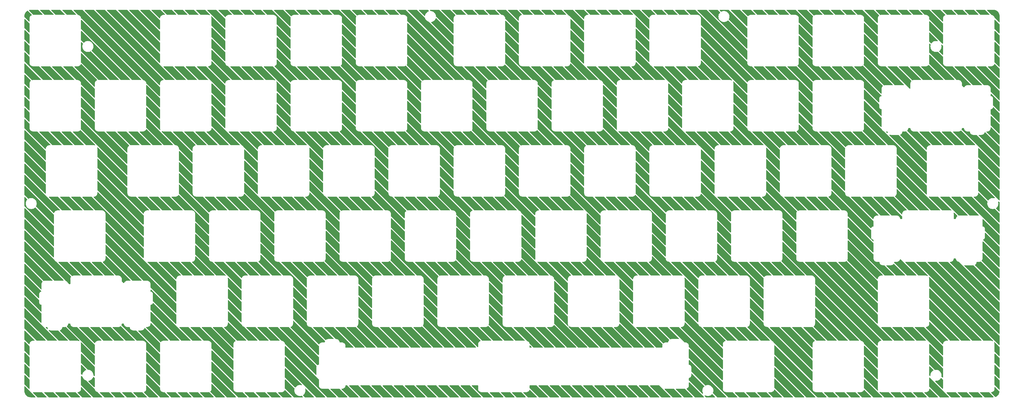
<source format=gtl>
G04 #@! TF.GenerationSoftware,KiCad,Pcbnew,(6.0.6-0)*
G04 #@! TF.CreationDate,2023-02-10T21:54:18+09:00*
G04 #@! TF.ProjectId,top-plate,746f702d-706c-4617-9465-2e6b69636164,rev?*
G04 #@! TF.SameCoordinates,Original*
G04 #@! TF.FileFunction,Copper,L1,Top*
G04 #@! TF.FilePolarity,Positive*
%FSLAX46Y46*%
G04 Gerber Fmt 4.6, Leading zero omitted, Abs format (unit mm)*
G04 Created by KiCad (PCBNEW (6.0.6-0)) date 2023-02-10 21:54:18*
%MOMM*%
%LPD*%
G01*
G04 APERTURE LIST*
G04 APERTURE END LIST*
G04 #@! TA.AperFunction,NonConductor*
G36*
X293531233Y-19578552D02*
G01*
X293552207Y-19595455D01*
X294808207Y-20851455D01*
X294842233Y-20913767D01*
X294837168Y-20984582D01*
X294794621Y-21041418D01*
X294728101Y-21066229D01*
X294719112Y-21066550D01*
X292247066Y-21066550D01*
X292178945Y-21046548D01*
X292157971Y-21029645D01*
X290901971Y-19773645D01*
X290867945Y-19711333D01*
X290873010Y-19640518D01*
X290915557Y-19583682D01*
X290982077Y-19558871D01*
X290991066Y-19558550D01*
X293463112Y-19558550D01*
X293531233Y-19578552D01*
G37*
G04 #@! TD.AperFunction*
G04 #@! TA.AperFunction,NonConductor*
G36*
X296783925Y-19578552D02*
G01*
X296804899Y-19595455D01*
X298060899Y-20851455D01*
X298094925Y-20913767D01*
X298089860Y-20984582D01*
X298047313Y-21041418D01*
X297980793Y-21066229D01*
X297971804Y-21066550D01*
X295499756Y-21066550D01*
X295431635Y-21046548D01*
X295410661Y-21029645D01*
X294154661Y-19773645D01*
X294120635Y-19711333D01*
X294125700Y-19640518D01*
X294168247Y-19583682D01*
X294234767Y-19558871D01*
X294243756Y-19558550D01*
X296715804Y-19558550D01*
X296783925Y-19578552D01*
G37*
G04 #@! TD.AperFunction*
G04 #@! TA.AperFunction,NonConductor*
G36*
X300036617Y-19578552D02*
G01*
X300057591Y-19595455D01*
X301313591Y-20851455D01*
X301347617Y-20913767D01*
X301342552Y-20984582D01*
X301300005Y-21041418D01*
X301233485Y-21066229D01*
X301224496Y-21066550D01*
X298752448Y-21066550D01*
X298684327Y-21046548D01*
X298663353Y-21029645D01*
X297407353Y-19773645D01*
X297373327Y-19711333D01*
X297378392Y-19640518D01*
X297420939Y-19583682D01*
X297487459Y-19558871D01*
X297496448Y-19558550D01*
X299968496Y-19558550D01*
X300036617Y-19578552D01*
G37*
G04 #@! TD.AperFunction*
G04 #@! TA.AperFunction,NonConductor*
G36*
X274015087Y-19578552D02*
G01*
X274036061Y-19595455D01*
X275292061Y-20851455D01*
X275326087Y-20913767D01*
X275321022Y-20984582D01*
X275278475Y-21041418D01*
X275211955Y-21066229D01*
X275202966Y-21066550D01*
X272730918Y-21066550D01*
X272662797Y-21046548D01*
X272641823Y-21029645D01*
X271385823Y-19773645D01*
X271351797Y-19711333D01*
X271356862Y-19640518D01*
X271399409Y-19583682D01*
X271465929Y-19558871D01*
X271474918Y-19558550D01*
X273946966Y-19558550D01*
X274015087Y-19578552D01*
G37*
G04 #@! TD.AperFunction*
G04 #@! TA.AperFunction,NonConductor*
G36*
X277267777Y-19578552D02*
G01*
X277288751Y-19595455D01*
X278544751Y-20851455D01*
X278578777Y-20913767D01*
X278573712Y-20984582D01*
X278531165Y-21041418D01*
X278464645Y-21066229D01*
X278455656Y-21066550D01*
X275983610Y-21066550D01*
X275915489Y-21046548D01*
X275894515Y-21029645D01*
X274638515Y-19773645D01*
X274604489Y-19711333D01*
X274609554Y-19640518D01*
X274652101Y-19583682D01*
X274718621Y-19558871D01*
X274727610Y-19558550D01*
X277199656Y-19558550D01*
X277267777Y-19578552D01*
G37*
G04 #@! TD.AperFunction*
G04 #@! TA.AperFunction,NonConductor*
G36*
X280520469Y-19578552D02*
G01*
X280541443Y-19595455D01*
X281797443Y-20851455D01*
X281831469Y-20913767D01*
X281826404Y-20984582D01*
X281783857Y-21041418D01*
X281717337Y-21066229D01*
X281708348Y-21066550D01*
X279236300Y-21066550D01*
X279168179Y-21046548D01*
X279147205Y-21029645D01*
X277891205Y-19773645D01*
X277857179Y-19711333D01*
X277862244Y-19640518D01*
X277904791Y-19583682D01*
X277971311Y-19558871D01*
X277980300Y-19558550D01*
X280452348Y-19558550D01*
X280520469Y-19578552D01*
G37*
G04 #@! TD.AperFunction*
G04 #@! TA.AperFunction,NonConductor*
G36*
X254498939Y-19578552D02*
G01*
X254519913Y-19595455D01*
X255775913Y-20851455D01*
X255809939Y-20913767D01*
X255804874Y-20984582D01*
X255762327Y-21041418D01*
X255695807Y-21066229D01*
X255686818Y-21066550D01*
X253214772Y-21066550D01*
X253146651Y-21046548D01*
X253125677Y-21029645D01*
X251869677Y-19773645D01*
X251835651Y-19711333D01*
X251840716Y-19640518D01*
X251883263Y-19583682D01*
X251949783Y-19558871D01*
X251958772Y-19558550D01*
X254430818Y-19558550D01*
X254498939Y-19578552D01*
G37*
G04 #@! TD.AperFunction*
G04 #@! TA.AperFunction,NonConductor*
G36*
X257751631Y-19578552D02*
G01*
X257772605Y-19595455D01*
X259028605Y-20851455D01*
X259062631Y-20913767D01*
X259057566Y-20984582D01*
X259015019Y-21041418D01*
X258948499Y-21066229D01*
X258939510Y-21066550D01*
X256467462Y-21066550D01*
X256399341Y-21046548D01*
X256378367Y-21029645D01*
X255122367Y-19773645D01*
X255088341Y-19711333D01*
X255093406Y-19640518D01*
X255135953Y-19583682D01*
X255202473Y-19558871D01*
X255211462Y-19558550D01*
X257683510Y-19558550D01*
X257751631Y-19578552D01*
G37*
G04 #@! TD.AperFunction*
G04 #@! TA.AperFunction,NonConductor*
G36*
X261004321Y-19578552D02*
G01*
X261025295Y-19595455D01*
X262281295Y-20851455D01*
X262315321Y-20913767D01*
X262310256Y-20984582D01*
X262267709Y-21041418D01*
X262201189Y-21066229D01*
X262192200Y-21066550D01*
X259720154Y-21066550D01*
X259652033Y-21046548D01*
X259631059Y-21029645D01*
X258375059Y-19773645D01*
X258341033Y-19711333D01*
X258346098Y-19640518D01*
X258388645Y-19583682D01*
X258455165Y-19558871D01*
X258464154Y-19558550D01*
X260936200Y-19558550D01*
X261004321Y-19578552D01*
G37*
G04 #@! TD.AperFunction*
G04 #@! TA.AperFunction,NonConductor*
G36*
X26810555Y-19578552D02*
G01*
X26831529Y-19595455D01*
X28087529Y-20851455D01*
X28121555Y-20913767D01*
X28116490Y-20984582D01*
X28073943Y-21041418D01*
X28007423Y-21066229D01*
X27998434Y-21066550D01*
X25526388Y-21066550D01*
X25458267Y-21046548D01*
X25437293Y-21029645D01*
X24181293Y-19773645D01*
X24147267Y-19711333D01*
X24152332Y-19640518D01*
X24194879Y-19583682D01*
X24261399Y-19558871D01*
X24270388Y-19558550D01*
X26742434Y-19558550D01*
X26810555Y-19578552D01*
G37*
G04 #@! TD.AperFunction*
G04 #@! TA.AperFunction,NonConductor*
G36*
X234982793Y-19578552D02*
G01*
X235003767Y-19595455D01*
X236259767Y-20851455D01*
X236293793Y-20913767D01*
X236288728Y-20984582D01*
X236246181Y-21041418D01*
X236179661Y-21066229D01*
X236170672Y-21066550D01*
X233698624Y-21066550D01*
X233630503Y-21046548D01*
X233609529Y-21029645D01*
X232353529Y-19773645D01*
X232319503Y-19711333D01*
X232324568Y-19640518D01*
X232367115Y-19583682D01*
X232433635Y-19558871D01*
X232442624Y-19558550D01*
X234914672Y-19558550D01*
X234982793Y-19578552D01*
G37*
G04 #@! TD.AperFunction*
G04 #@! TA.AperFunction,NonConductor*
G36*
X238235483Y-19578552D02*
G01*
X238256457Y-19595455D01*
X239512457Y-20851455D01*
X239546483Y-20913767D01*
X239541418Y-20984582D01*
X239498871Y-21041418D01*
X239432351Y-21066229D01*
X239423362Y-21066550D01*
X236951316Y-21066550D01*
X236883195Y-21046548D01*
X236862221Y-21029645D01*
X235606221Y-19773645D01*
X235572195Y-19711333D01*
X235577260Y-19640518D01*
X235619807Y-19583682D01*
X235686327Y-19558871D01*
X235695316Y-19558550D01*
X238167362Y-19558550D01*
X238235483Y-19578552D01*
G37*
G04 #@! TD.AperFunction*
G04 #@! TA.AperFunction,NonConductor*
G36*
X241488175Y-19578552D02*
G01*
X241509149Y-19595455D01*
X242765149Y-20851455D01*
X242799175Y-20913767D01*
X242794110Y-20984582D01*
X242751563Y-21041418D01*
X242685043Y-21066229D01*
X242676054Y-21066550D01*
X240204006Y-21066550D01*
X240135885Y-21046548D01*
X240114911Y-21029645D01*
X238858911Y-19773645D01*
X238824885Y-19711333D01*
X238829950Y-19640518D01*
X238872497Y-19583682D01*
X238939017Y-19558871D01*
X238948006Y-19558550D01*
X241420054Y-19558550D01*
X241488175Y-19578552D01*
G37*
G04 #@! TD.AperFunction*
G04 #@! TA.AperFunction,NonConductor*
G36*
X205708571Y-19578552D02*
G01*
X205729545Y-19595455D01*
X206985545Y-20851455D01*
X207019571Y-20913767D01*
X207014506Y-20984582D01*
X206971959Y-21041418D01*
X206905439Y-21066229D01*
X206896450Y-21066550D01*
X204424404Y-21066550D01*
X204356283Y-21046548D01*
X204335309Y-21029645D01*
X203079309Y-19773645D01*
X203045283Y-19711333D01*
X203050348Y-19640518D01*
X203092895Y-19583682D01*
X203159415Y-19558871D01*
X203168404Y-19558550D01*
X205640450Y-19558550D01*
X205708571Y-19578552D01*
G37*
G04 #@! TD.AperFunction*
G04 #@! TA.AperFunction,NonConductor*
G36*
X208961263Y-19578552D02*
G01*
X208982237Y-19595455D01*
X210238237Y-20851455D01*
X210272263Y-20913767D01*
X210267198Y-20984582D01*
X210224651Y-21041418D01*
X210158131Y-21066229D01*
X210149142Y-21066550D01*
X207677094Y-21066550D01*
X207608973Y-21046548D01*
X207587999Y-21029645D01*
X206331999Y-19773645D01*
X206297973Y-19711333D01*
X206303038Y-19640518D01*
X206345585Y-19583682D01*
X206412105Y-19558871D01*
X206421094Y-19558550D01*
X208893142Y-19558550D01*
X208961263Y-19578552D01*
G37*
G04 #@! TD.AperFunction*
G04 #@! TA.AperFunction,NonConductor*
G36*
X212213953Y-19578552D02*
G01*
X212234927Y-19595455D01*
X213490927Y-20851455D01*
X213524953Y-20913767D01*
X213519888Y-20984582D01*
X213477341Y-21041418D01*
X213410821Y-21066229D01*
X213401832Y-21066550D01*
X210929786Y-21066550D01*
X210861665Y-21046548D01*
X210840691Y-21029645D01*
X209584691Y-19773645D01*
X209550665Y-19711333D01*
X209555730Y-19640518D01*
X209598277Y-19583682D01*
X209664797Y-19558871D01*
X209673786Y-19558550D01*
X212145832Y-19558550D01*
X212213953Y-19578552D01*
G37*
G04 #@! TD.AperFunction*
G04 #@! TA.AperFunction,NonConductor*
G36*
X186192425Y-19578552D02*
G01*
X186213399Y-19595455D01*
X187469399Y-20851455D01*
X187503425Y-20913767D01*
X187498360Y-20984582D01*
X187455813Y-21041418D01*
X187389293Y-21066229D01*
X187380304Y-21066550D01*
X184908256Y-21066550D01*
X184840135Y-21046548D01*
X184819161Y-21029645D01*
X183563161Y-19773645D01*
X183529135Y-19711333D01*
X183534200Y-19640518D01*
X183576747Y-19583682D01*
X183643267Y-19558871D01*
X183652256Y-19558550D01*
X186124304Y-19558550D01*
X186192425Y-19578552D01*
G37*
G04 #@! TD.AperFunction*
G04 #@! TA.AperFunction,NonConductor*
G36*
X189445115Y-19578552D02*
G01*
X189466089Y-19595455D01*
X190722089Y-20851455D01*
X190756115Y-20913767D01*
X190751050Y-20984582D01*
X190708503Y-21041418D01*
X190641983Y-21066229D01*
X190632994Y-21066550D01*
X188160948Y-21066550D01*
X188092827Y-21046548D01*
X188071853Y-21029645D01*
X186815853Y-19773645D01*
X186781827Y-19711333D01*
X186786892Y-19640518D01*
X186829439Y-19583682D01*
X186895959Y-19558871D01*
X186904948Y-19558550D01*
X189376994Y-19558550D01*
X189445115Y-19578552D01*
G37*
G04 #@! TD.AperFunction*
G04 #@! TA.AperFunction,NonConductor*
G36*
X290278543Y-19578552D02*
G01*
X290299517Y-19595455D01*
X291555517Y-20851455D01*
X291589543Y-20913767D01*
X291584478Y-20984582D01*
X291541931Y-21041418D01*
X291475411Y-21066229D01*
X291466422Y-21066550D01*
X288994374Y-21066550D01*
X288926253Y-21046548D01*
X288905279Y-21029645D01*
X287649279Y-19773645D01*
X287615253Y-19711333D01*
X287620318Y-19640518D01*
X287662865Y-19583682D01*
X287729385Y-19558871D01*
X287738374Y-19558550D01*
X290210422Y-19558550D01*
X290278543Y-19578552D01*
G37*
G04 #@! TD.AperFunction*
G04 #@! TA.AperFunction,NonConductor*
G36*
X23557865Y-19578552D02*
G01*
X23578839Y-19595455D01*
X24834839Y-20851455D01*
X24868865Y-20913767D01*
X24863800Y-20984582D01*
X24821253Y-21041418D01*
X24754733Y-21066229D01*
X24745744Y-21066550D01*
X22273696Y-21066550D01*
X22205575Y-21046548D01*
X22184601Y-21029645D01*
X20972081Y-19817125D01*
X20938055Y-19754813D01*
X20943120Y-19683998D01*
X20985667Y-19627162D01*
X21036595Y-19604451D01*
X21178709Y-19576183D01*
X21195049Y-19574032D01*
X21326368Y-19565424D01*
X21389487Y-19561287D01*
X21412600Y-19562317D01*
X21416104Y-19562360D01*
X21424974Y-19563741D01*
X21433876Y-19562577D01*
X21433878Y-19562577D01*
X21453192Y-19560051D01*
X21456536Y-19559614D01*
X21472871Y-19558550D01*
X23489744Y-19558550D01*
X23557865Y-19578552D01*
G37*
G04 #@! TD.AperFunction*
G04 #@! TA.AperFunction,NonConductor*
G36*
X192697807Y-19578552D02*
G01*
X192718781Y-19595455D01*
X193974781Y-20851455D01*
X194008807Y-20913767D01*
X194003742Y-20984582D01*
X193961195Y-21041418D01*
X193894675Y-21066229D01*
X193885686Y-21066550D01*
X191413638Y-21066550D01*
X191345517Y-21046548D01*
X191324543Y-21029645D01*
X190068543Y-19773645D01*
X190034517Y-19711333D01*
X190039582Y-19640518D01*
X190082129Y-19583682D01*
X190148649Y-19558871D01*
X190157638Y-19558550D01*
X192629686Y-19558550D01*
X192697807Y-19578552D01*
G37*
G04 #@! TD.AperFunction*
G04 #@! TA.AperFunction,NonConductor*
G36*
X166676277Y-19578552D02*
G01*
X166697251Y-19595455D01*
X167953251Y-20851455D01*
X167987277Y-20913767D01*
X167982212Y-20984582D01*
X167939665Y-21041418D01*
X167873145Y-21066229D01*
X167864156Y-21066550D01*
X165392110Y-21066550D01*
X165323989Y-21046548D01*
X165303015Y-21029645D01*
X164047015Y-19773645D01*
X164012989Y-19711333D01*
X164018054Y-19640518D01*
X164060601Y-19583682D01*
X164127121Y-19558871D01*
X164136110Y-19558550D01*
X166608156Y-19558550D01*
X166676277Y-19578552D01*
G37*
G04 #@! TD.AperFunction*
G04 #@! TA.AperFunction,NonConductor*
G36*
X169928969Y-19578552D02*
G01*
X169949943Y-19595455D01*
X171205943Y-20851455D01*
X171239969Y-20913767D01*
X171234904Y-20984582D01*
X171192357Y-21041418D01*
X171125837Y-21066229D01*
X171116848Y-21066550D01*
X168644800Y-21066550D01*
X168576679Y-21046548D01*
X168555705Y-21029645D01*
X167299705Y-19773645D01*
X167265679Y-19711333D01*
X167270744Y-19640518D01*
X167313291Y-19583682D01*
X167379811Y-19558871D01*
X167388800Y-19558550D01*
X169860848Y-19558550D01*
X169928969Y-19578552D01*
G37*
G04 #@! TD.AperFunction*
G04 #@! TA.AperFunction,NonConductor*
G36*
X173181659Y-19578552D02*
G01*
X173202633Y-19595455D01*
X174458633Y-20851455D01*
X174492659Y-20913767D01*
X174487594Y-20984582D01*
X174445047Y-21041418D01*
X174378527Y-21066229D01*
X174369538Y-21066550D01*
X171897492Y-21066550D01*
X171829371Y-21046548D01*
X171808397Y-21029645D01*
X170552397Y-19773645D01*
X170518371Y-19711333D01*
X170523436Y-19640518D01*
X170565983Y-19583682D01*
X170632503Y-19558871D01*
X170641492Y-19558550D01*
X173113538Y-19558550D01*
X173181659Y-19578552D01*
G37*
G04 #@! TD.AperFunction*
G04 #@! TA.AperFunction,NonConductor*
G36*
X69095541Y-19578552D02*
G01*
X69116515Y-19595455D01*
X70372515Y-20851455D01*
X70406541Y-20913767D01*
X70401476Y-20984582D01*
X70358929Y-21041418D01*
X70292409Y-21066229D01*
X70283420Y-21066550D01*
X67811374Y-21066550D01*
X67743253Y-21046548D01*
X67722279Y-21029645D01*
X66466279Y-19773645D01*
X66432253Y-19711333D01*
X66437318Y-19640518D01*
X66479865Y-19583682D01*
X66546385Y-19558871D01*
X66555374Y-19558550D01*
X69027420Y-19558550D01*
X69095541Y-19578552D01*
G37*
G04 #@! TD.AperFunction*
G04 #@! TA.AperFunction,NonConductor*
G36*
X176434351Y-19578552D02*
G01*
X176455325Y-19595455D01*
X177711325Y-20851455D01*
X177745351Y-20913767D01*
X177740286Y-20984582D01*
X177697739Y-21041418D01*
X177631219Y-21066229D01*
X177622230Y-21066550D01*
X175150182Y-21066550D01*
X175082061Y-21046548D01*
X175061087Y-21029645D01*
X173805087Y-19773645D01*
X173771061Y-19711333D01*
X173776126Y-19640518D01*
X173818673Y-19583682D01*
X173885193Y-19558871D01*
X173894182Y-19558550D01*
X176366230Y-19558550D01*
X176434351Y-19578552D01*
G37*
G04 #@! TD.AperFunction*
G04 #@! TA.AperFunction,NonConductor*
G36*
X150412821Y-19578552D02*
G01*
X150433795Y-19595455D01*
X151689795Y-20851455D01*
X151723821Y-20913767D01*
X151718756Y-20984582D01*
X151676209Y-21041418D01*
X151609689Y-21066229D01*
X151600700Y-21066550D01*
X149128654Y-21066550D01*
X149060533Y-21046548D01*
X149039559Y-21029645D01*
X147783559Y-19773645D01*
X147749533Y-19711333D01*
X147754598Y-19640518D01*
X147797145Y-19583682D01*
X147863665Y-19558871D01*
X147872654Y-19558550D01*
X150344700Y-19558550D01*
X150412821Y-19578552D01*
G37*
G04 #@! TD.AperFunction*
G04 #@! TA.AperFunction,NonConductor*
G36*
X153665513Y-19578552D02*
G01*
X153686487Y-19595455D01*
X154942487Y-20851455D01*
X154976513Y-20913767D01*
X154971448Y-20984582D01*
X154928901Y-21041418D01*
X154862381Y-21066229D01*
X154853392Y-21066550D01*
X152381344Y-21066550D01*
X152313223Y-21046548D01*
X152292249Y-21029645D01*
X151036249Y-19773645D01*
X151002223Y-19711333D01*
X151007288Y-19640518D01*
X151049835Y-19583682D01*
X151116355Y-19558871D01*
X151125344Y-19558550D01*
X153597392Y-19558550D01*
X153665513Y-19578552D01*
G37*
G04 #@! TD.AperFunction*
G04 #@! TA.AperFunction,NonConductor*
G36*
X156918203Y-19578552D02*
G01*
X156939177Y-19595455D01*
X158195177Y-20851455D01*
X158229203Y-20913767D01*
X158224138Y-20984582D01*
X158181591Y-21041418D01*
X158115071Y-21066229D01*
X158106082Y-21066550D01*
X155634036Y-21066550D01*
X155565915Y-21046548D01*
X155544941Y-21029645D01*
X154288941Y-19773645D01*
X154254915Y-19711333D01*
X154259980Y-19640518D01*
X154302527Y-19583682D01*
X154369047Y-19558871D01*
X154378036Y-19558550D01*
X156850082Y-19558550D01*
X156918203Y-19578552D01*
G37*
G04 #@! TD.AperFunction*
G04 #@! TA.AperFunction,NonConductor*
G36*
X121138601Y-19578552D02*
G01*
X121159575Y-19595455D01*
X122415575Y-20851455D01*
X122449601Y-20913767D01*
X122444536Y-20984582D01*
X122401989Y-21041418D01*
X122335469Y-21066229D01*
X122326480Y-21066550D01*
X119854432Y-21066550D01*
X119786311Y-21046548D01*
X119765337Y-21029645D01*
X118509337Y-19773645D01*
X118475311Y-19711333D01*
X118480376Y-19640518D01*
X118522923Y-19583682D01*
X118589443Y-19558871D01*
X118598432Y-19558550D01*
X121070480Y-19558550D01*
X121138601Y-19578552D01*
G37*
G04 #@! TD.AperFunction*
G04 #@! TA.AperFunction,NonConductor*
G36*
X124391291Y-19578552D02*
G01*
X124412265Y-19595455D01*
X125668265Y-20851455D01*
X125702291Y-20913767D01*
X125697226Y-20984582D01*
X125654679Y-21041418D01*
X125588159Y-21066229D01*
X125579170Y-21066550D01*
X123107124Y-21066550D01*
X123039003Y-21046548D01*
X123018029Y-21029645D01*
X121762029Y-19773645D01*
X121728003Y-19711333D01*
X121733068Y-19640518D01*
X121775615Y-19583682D01*
X121842135Y-19558871D01*
X121851124Y-19558550D01*
X124323170Y-19558550D01*
X124391291Y-19578552D01*
G37*
G04 #@! TD.AperFunction*
G04 #@! TA.AperFunction,NonConductor*
G36*
X127643983Y-19578552D02*
G01*
X127664957Y-19595455D01*
X128920957Y-20851455D01*
X128954983Y-20913767D01*
X128949918Y-20984582D01*
X128907371Y-21041418D01*
X128840851Y-21066229D01*
X128831862Y-21066550D01*
X126359814Y-21066550D01*
X126291693Y-21046548D01*
X126270719Y-21029645D01*
X125014719Y-19773645D01*
X124980693Y-19711333D01*
X124985758Y-19640518D01*
X125028305Y-19583682D01*
X125094825Y-19558871D01*
X125103814Y-19558550D01*
X127575862Y-19558550D01*
X127643983Y-19578552D01*
G37*
G04 #@! TD.AperFunction*
G04 #@! TA.AperFunction,NonConductor*
G36*
X101622453Y-19578552D02*
G01*
X101643427Y-19595455D01*
X102899427Y-20851455D01*
X102933453Y-20913767D01*
X102928388Y-20984582D01*
X102885841Y-21041418D01*
X102819321Y-21066229D01*
X102810332Y-21066550D01*
X100338286Y-21066550D01*
X100270165Y-21046548D01*
X100249191Y-21029645D01*
X98993191Y-19773645D01*
X98959165Y-19711333D01*
X98964230Y-19640518D01*
X99006777Y-19583682D01*
X99073297Y-19558871D01*
X99082286Y-19558550D01*
X101554332Y-19558550D01*
X101622453Y-19578552D01*
G37*
G04 #@! TD.AperFunction*
G04 #@! TA.AperFunction,NonConductor*
G36*
X104875145Y-19578552D02*
G01*
X104896119Y-19595455D01*
X106152119Y-20851455D01*
X106186145Y-20913767D01*
X106181080Y-20984582D01*
X106138533Y-21041418D01*
X106072013Y-21066229D01*
X106063024Y-21066550D01*
X103590976Y-21066550D01*
X103522855Y-21046548D01*
X103501881Y-21029645D01*
X102245881Y-19773645D01*
X102211855Y-19711333D01*
X102216920Y-19640518D01*
X102259467Y-19583682D01*
X102325987Y-19558871D01*
X102334976Y-19558550D01*
X104807024Y-19558550D01*
X104875145Y-19578552D01*
G37*
G04 #@! TD.AperFunction*
G04 #@! TA.AperFunction,NonConductor*
G36*
X108127835Y-19578552D02*
G01*
X108148809Y-19595455D01*
X109404809Y-20851455D01*
X109438835Y-20913767D01*
X109433770Y-20984582D01*
X109391223Y-21041418D01*
X109324703Y-21066229D01*
X109315714Y-21066550D01*
X106843668Y-21066550D01*
X106775547Y-21046548D01*
X106754573Y-21029645D01*
X105498573Y-19773645D01*
X105464547Y-19711333D01*
X105469612Y-19640518D01*
X105512159Y-19583682D01*
X105578679Y-19558871D01*
X105587668Y-19558550D01*
X108059714Y-19558550D01*
X108127835Y-19578552D01*
G37*
G04 #@! TD.AperFunction*
G04 #@! TA.AperFunction,NonConductor*
G36*
X82106307Y-19578552D02*
G01*
X82127281Y-19595455D01*
X83383281Y-20851455D01*
X83417307Y-20913767D01*
X83412242Y-20984582D01*
X83369695Y-21041418D01*
X83303175Y-21066229D01*
X83294186Y-21066550D01*
X80822138Y-21066550D01*
X80754017Y-21046548D01*
X80733043Y-21029645D01*
X79477043Y-19773645D01*
X79443017Y-19711333D01*
X79448082Y-19640518D01*
X79490629Y-19583682D01*
X79557149Y-19558871D01*
X79566138Y-19558550D01*
X82038186Y-19558550D01*
X82106307Y-19578552D01*
G37*
G04 #@! TD.AperFunction*
G04 #@! TA.AperFunction,NonConductor*
G36*
X85358997Y-19578552D02*
G01*
X85379971Y-19595455D01*
X86635971Y-20851455D01*
X86669997Y-20913767D01*
X86664932Y-20984582D01*
X86622385Y-21041418D01*
X86555865Y-21066229D01*
X86546876Y-21066550D01*
X84074830Y-21066550D01*
X84006709Y-21046548D01*
X83985735Y-21029645D01*
X82729735Y-19773645D01*
X82695709Y-19711333D01*
X82700774Y-19640518D01*
X82743321Y-19583682D01*
X82809841Y-19558871D01*
X82818830Y-19558550D01*
X85290876Y-19558550D01*
X85358997Y-19578552D01*
G37*
G04 #@! TD.AperFunction*
G04 #@! TA.AperFunction,NonConductor*
G36*
X88611689Y-19578552D02*
G01*
X88632663Y-19595455D01*
X89888663Y-20851455D01*
X89922689Y-20913767D01*
X89917624Y-20984582D01*
X89875077Y-21041418D01*
X89808557Y-21066229D01*
X89799568Y-21066550D01*
X87327520Y-21066550D01*
X87259399Y-21046548D01*
X87238425Y-21029645D01*
X85982425Y-19773645D01*
X85948399Y-19711333D01*
X85953464Y-19640518D01*
X85996011Y-19583682D01*
X86062531Y-19558871D01*
X86071520Y-19558550D01*
X88543568Y-19558550D01*
X88611689Y-19578552D01*
G37*
G04 #@! TD.AperFunction*
G04 #@! TA.AperFunction,NonConductor*
G36*
X62590159Y-19578552D02*
G01*
X62611133Y-19595455D01*
X63867133Y-20851455D01*
X63901159Y-20913767D01*
X63896094Y-20984582D01*
X63853547Y-21041418D01*
X63787027Y-21066229D01*
X63778038Y-21066550D01*
X61305990Y-21066550D01*
X61237869Y-21046548D01*
X61216895Y-21029645D01*
X59960895Y-19773645D01*
X59926869Y-19711333D01*
X59931934Y-19640518D01*
X59974481Y-19583682D01*
X60041001Y-19558871D01*
X60049990Y-19558550D01*
X62522038Y-19558550D01*
X62590159Y-19578552D01*
G37*
G04 #@! TD.AperFunction*
G04 #@! TA.AperFunction,NonConductor*
G36*
X65842851Y-19578552D02*
G01*
X65863825Y-19595455D01*
X67119825Y-20851455D01*
X67153851Y-20913767D01*
X67148786Y-20984582D01*
X67106239Y-21041418D01*
X67039719Y-21066229D01*
X67030730Y-21066550D01*
X64558682Y-21066550D01*
X64490561Y-21046548D01*
X64469587Y-21029645D01*
X63213587Y-19773645D01*
X63179561Y-19711333D01*
X63184626Y-19640518D01*
X63227173Y-19583682D01*
X63293693Y-19558871D01*
X63302682Y-19558550D01*
X65774730Y-19558550D01*
X65842851Y-19578552D01*
G37*
G04 #@! TD.AperFunction*
G04 #@! TA.AperFunction,NonConductor*
G36*
X30063247Y-19578552D02*
G01*
X30084221Y-19595455D01*
X31340221Y-20851455D01*
X31374247Y-20913767D01*
X31369182Y-20984582D01*
X31326635Y-21041418D01*
X31260115Y-21066229D01*
X31251126Y-21066550D01*
X28779078Y-21066550D01*
X28710957Y-21046548D01*
X28689983Y-21029645D01*
X27433983Y-19773645D01*
X27399957Y-19711333D01*
X27405022Y-19640518D01*
X27447569Y-19583682D01*
X27514089Y-19558871D01*
X27523078Y-19558550D01*
X29995126Y-19558550D01*
X30063247Y-19578552D01*
G37*
G04 #@! TD.AperFunction*
G04 #@! TA.AperFunction,NonConductor*
G36*
X147160131Y-19578552D02*
G01*
X147181105Y-19595455D01*
X148437105Y-20851455D01*
X148471131Y-20913767D01*
X148466066Y-20984582D01*
X148423519Y-21041418D01*
X148356999Y-21066229D01*
X148348010Y-21066550D01*
X145953250Y-21066550D01*
X145932345Y-21064804D01*
X145917344Y-21062280D01*
X145917341Y-21062280D01*
X145912552Y-21061474D01*
X145906475Y-21061400D01*
X145904865Y-21061380D01*
X145904861Y-21061380D01*
X145900000Y-21061321D01*
X145895181Y-21062011D01*
X145895182Y-21062011D01*
X145891129Y-21062591D01*
X145820861Y-21052443D01*
X145784179Y-21026957D01*
X144530867Y-19773645D01*
X144496841Y-19711333D01*
X144501906Y-19640518D01*
X144544453Y-19583682D01*
X144610973Y-19558871D01*
X144619962Y-19558550D01*
X147092010Y-19558550D01*
X147160131Y-19578552D01*
G37*
G04 #@! TD.AperFunction*
G04 #@! TA.AperFunction,NonConductor*
G36*
X33315939Y-19578552D02*
G01*
X33336913Y-19595455D01*
X34592913Y-20851455D01*
X34626939Y-20913767D01*
X34621874Y-20984582D01*
X34579327Y-21041418D01*
X34512807Y-21066229D01*
X34503818Y-21066550D01*
X32031770Y-21066550D01*
X31963649Y-21046548D01*
X31942675Y-21029645D01*
X30686675Y-19773645D01*
X30652649Y-19711333D01*
X30657714Y-19640518D01*
X30700261Y-19583682D01*
X30766781Y-19558871D01*
X30775770Y-19558550D01*
X33247818Y-19558550D01*
X33315939Y-19578552D01*
G37*
G04 #@! TD.AperFunction*
G04 #@! TA.AperFunction,NonConductor*
G36*
X195950497Y-19578552D02*
G01*
X195971471Y-19595455D01*
X197235988Y-20859972D01*
X197270014Y-20922284D01*
X197264949Y-20993099D01*
X197222402Y-21049935D01*
X197155882Y-21074746D01*
X197135912Y-21074588D01*
X197046282Y-21066747D01*
X197036371Y-21065482D01*
X197012552Y-21061474D01*
X197006009Y-21061394D01*
X197004860Y-21061380D01*
X197004857Y-21061380D01*
X197000000Y-21061321D01*
X196977830Y-21064496D01*
X196972376Y-21065277D01*
X196954514Y-21066550D01*
X194666330Y-21066550D01*
X194598209Y-21046548D01*
X194577235Y-21029645D01*
X193321235Y-19773645D01*
X193287209Y-19711333D01*
X193292274Y-19640518D01*
X193334821Y-19583682D01*
X193401341Y-19558871D01*
X193410330Y-19558550D01*
X195882376Y-19558550D01*
X195950497Y-19578552D01*
G37*
G04 #@! TD.AperFunction*
G04 #@! TA.AperFunction,NonConductor*
G36*
X270762395Y-19578552D02*
G01*
X270783369Y-19595455D01*
X272039369Y-20851455D01*
X272073395Y-20913767D01*
X272068330Y-20984582D01*
X272025783Y-21041418D01*
X271959263Y-21066229D01*
X271950274Y-21066550D01*
X269778250Y-21066550D01*
X269757345Y-21064804D01*
X269742344Y-21062280D01*
X269742341Y-21062280D01*
X269737552Y-21061474D01*
X269731475Y-21061400D01*
X269729865Y-21061380D01*
X269729861Y-21061380D01*
X269725000Y-21061321D01*
X269720189Y-21062010D01*
X269720173Y-21062011D01*
X269702824Y-21064496D01*
X269695949Y-21065289D01*
X269653122Y-21069036D01*
X269554700Y-21077646D01*
X269554695Y-21077647D01*
X269549218Y-21078126D01*
X269531464Y-21082883D01*
X269460488Y-21081193D01*
X269409759Y-21050271D01*
X268133133Y-19773645D01*
X268099107Y-19711333D01*
X268104172Y-19640518D01*
X268146719Y-19583682D01*
X268213239Y-19558871D01*
X268222228Y-19558550D01*
X270694274Y-19558550D01*
X270762395Y-19578552D01*
G37*
G04 #@! TD.AperFunction*
G04 #@! TA.AperFunction,NonConductor*
G36*
X72348233Y-19578552D02*
G01*
X72369207Y-19595455D01*
X73720961Y-20947209D01*
X73754987Y-21009521D01*
X73749922Y-21080336D01*
X73707375Y-21137172D01*
X73640855Y-21161983D01*
X73578623Y-21150502D01*
X73521241Y-21123746D01*
X73350791Y-21078077D01*
X73345320Y-21077598D01*
X73345318Y-21077598D01*
X73221282Y-21066747D01*
X73211371Y-21065482D01*
X73187552Y-21061474D01*
X73181009Y-21061394D01*
X73179860Y-21061380D01*
X73179857Y-21061380D01*
X73175000Y-21061321D01*
X73152830Y-21064496D01*
X73147376Y-21065277D01*
X73129514Y-21066550D01*
X71064064Y-21066550D01*
X70995943Y-21046548D01*
X70974969Y-21029645D01*
X69718969Y-19773645D01*
X69684943Y-19711333D01*
X69690008Y-19640518D01*
X69732555Y-19583682D01*
X69799075Y-19558871D01*
X69808064Y-19558550D01*
X72280112Y-19558550D01*
X72348233Y-19578552D01*
G37*
G04 #@! TD.AperFunction*
G04 #@! TA.AperFunction,NonConductor*
G36*
X251246249Y-19578552D02*
G01*
X251267223Y-19595455D01*
X252523223Y-20851455D01*
X252557249Y-20913767D01*
X252552184Y-20984582D01*
X252509637Y-21041418D01*
X252443117Y-21066229D01*
X252434128Y-21066550D01*
X250728250Y-21066550D01*
X250707345Y-21064804D01*
X250692344Y-21062280D01*
X250692341Y-21062280D01*
X250687552Y-21061474D01*
X250681475Y-21061400D01*
X250679865Y-21061380D01*
X250679861Y-21061380D01*
X250675000Y-21061321D01*
X250670189Y-21062010D01*
X250670173Y-21062011D01*
X250652824Y-21064496D01*
X250645949Y-21065289D01*
X250578831Y-21071161D01*
X250504691Y-21077647D01*
X250504689Y-21077647D01*
X250499218Y-21078126D01*
X250427920Y-21097229D01*
X250334086Y-21122370D01*
X250334083Y-21122371D01*
X250328776Y-21123793D01*
X250168853Y-21198361D01*
X250168598Y-21197814D01*
X250103335Y-21213651D01*
X250036242Y-21190434D01*
X250020228Y-21176888D01*
X248616985Y-19773645D01*
X248582959Y-19711333D01*
X248588024Y-19640518D01*
X248630571Y-19583682D01*
X248697091Y-19558871D01*
X248706080Y-19558550D01*
X251178128Y-19558550D01*
X251246249Y-19578552D01*
G37*
G04 #@! TD.AperFunction*
G04 #@! TA.AperFunction,NonConductor*
G36*
X117885909Y-19578552D02*
G01*
X117906883Y-19595455D01*
X119162883Y-20851455D01*
X119196909Y-20913767D01*
X119191844Y-20984582D01*
X119149297Y-21041418D01*
X119082777Y-21066229D01*
X119073788Y-21066550D01*
X117378250Y-21066550D01*
X117357345Y-21064804D01*
X117342344Y-21062280D01*
X117342341Y-21062280D01*
X117337552Y-21061474D01*
X117331475Y-21061400D01*
X117329865Y-21061380D01*
X117329861Y-21061380D01*
X117325000Y-21061321D01*
X117320189Y-21062010D01*
X117320173Y-21062011D01*
X117302824Y-21064496D01*
X117295949Y-21065289D01*
X117228831Y-21071161D01*
X117154691Y-21077647D01*
X117154689Y-21077647D01*
X117149218Y-21078126D01*
X117077920Y-21097229D01*
X116984086Y-21122370D01*
X116984083Y-21122371D01*
X116978776Y-21123793D01*
X116818853Y-21198361D01*
X116815383Y-21200791D01*
X116746765Y-21217433D01*
X116679675Y-21194208D01*
X116663673Y-21180671D01*
X115256647Y-19773645D01*
X115222621Y-19711333D01*
X115227686Y-19640518D01*
X115270233Y-19583682D01*
X115336753Y-19558871D01*
X115345742Y-19558550D01*
X117817788Y-19558550D01*
X117885909Y-19578552D01*
G37*
G04 #@! TD.AperFunction*
G04 #@! TA.AperFunction,NonConductor*
G36*
X137402057Y-19578552D02*
G01*
X137423031Y-19595455D01*
X137646271Y-19818695D01*
X137680297Y-19881007D01*
X137675232Y-19951822D01*
X137632685Y-20008658D01*
X137605394Y-20024199D01*
X137397072Y-20110489D01*
X137397068Y-20110491D01*
X137392498Y-20112384D01*
X137176624Y-20244672D01*
X136984102Y-20409102D01*
X136819672Y-20601624D01*
X136687384Y-20817498D01*
X136685491Y-20822068D01*
X136685489Y-20822072D01*
X136606691Y-21012309D01*
X136590495Y-21051409D01*
X136577091Y-21107241D01*
X136538486Y-21268043D01*
X136503134Y-21329612D01*
X136440107Y-21362295D01*
X136369416Y-21355715D01*
X136326872Y-21327724D01*
X134772793Y-19773645D01*
X134738767Y-19711333D01*
X134743832Y-19640518D01*
X134786379Y-19583682D01*
X134852899Y-19558871D01*
X134861888Y-19558550D01*
X137333936Y-19558550D01*
X137402057Y-19578552D01*
G37*
G04 #@! TD.AperFunction*
G04 #@! TA.AperFunction,NonConductor*
G36*
X231730101Y-19578552D02*
G01*
X231751075Y-19595455D01*
X233007075Y-20851455D01*
X233041101Y-20913767D01*
X233036036Y-20984582D01*
X232993489Y-21041418D01*
X232926969Y-21066229D01*
X232917980Y-21066550D01*
X231678250Y-21066550D01*
X231657345Y-21064804D01*
X231642344Y-21062280D01*
X231642341Y-21062280D01*
X231637552Y-21061474D01*
X231631475Y-21061400D01*
X231629865Y-21061380D01*
X231629861Y-21061380D01*
X231625000Y-21061321D01*
X231620189Y-21062010D01*
X231620173Y-21062011D01*
X231602824Y-21064496D01*
X231595949Y-21065289D01*
X231528831Y-21071161D01*
X231454691Y-21077647D01*
X231454689Y-21077647D01*
X231449218Y-21078126D01*
X231377920Y-21097229D01*
X231284086Y-21122370D01*
X231284083Y-21122371D01*
X231278776Y-21123793D01*
X231273794Y-21126116D01*
X231123844Y-21196034D01*
X231118853Y-21198361D01*
X231114344Y-21201518D01*
X231026024Y-21263355D01*
X230974307Y-21299564D01*
X230946145Y-21327724D01*
X230889618Y-21384245D01*
X230827304Y-21418267D01*
X230756489Y-21413199D01*
X230711432Y-21384240D01*
X229100837Y-19773645D01*
X229066811Y-19711333D01*
X229071876Y-19640518D01*
X229114423Y-19583682D01*
X229180943Y-19558871D01*
X229189932Y-19558550D01*
X231661980Y-19558550D01*
X231730101Y-19578552D01*
G37*
G04 #@! TD.AperFunction*
G04 #@! TA.AperFunction,NonConductor*
G36*
X98369763Y-19578552D02*
G01*
X98390737Y-19595455D01*
X99646737Y-20851455D01*
X99680763Y-20913767D01*
X99675698Y-20984582D01*
X99633151Y-21041418D01*
X99566631Y-21066229D01*
X99557642Y-21066550D01*
X98328250Y-21066550D01*
X98307345Y-21064804D01*
X98292344Y-21062280D01*
X98292341Y-21062280D01*
X98287552Y-21061474D01*
X98281475Y-21061400D01*
X98279865Y-21061380D01*
X98279861Y-21061380D01*
X98275000Y-21061321D01*
X98270189Y-21062010D01*
X98270173Y-21062011D01*
X98252824Y-21064496D01*
X98245949Y-21065289D01*
X98178831Y-21071161D01*
X98104691Y-21077647D01*
X98104689Y-21077647D01*
X98099218Y-21078126D01*
X98027920Y-21097229D01*
X97934086Y-21122370D01*
X97934083Y-21122371D01*
X97928776Y-21123793D01*
X97923794Y-21126116D01*
X97773844Y-21196034D01*
X97768853Y-21198361D01*
X97764344Y-21201518D01*
X97676024Y-21263355D01*
X97624307Y-21299564D01*
X97620417Y-21303454D01*
X97620410Y-21303460D01*
X97534449Y-21389413D01*
X97472136Y-21423436D01*
X97401320Y-21418368D01*
X97356263Y-21389409D01*
X95740499Y-19773645D01*
X95706473Y-19711333D01*
X95711538Y-19640518D01*
X95754085Y-19583682D01*
X95820605Y-19558871D01*
X95829594Y-19558550D01*
X98301642Y-19558550D01*
X98369763Y-19578552D01*
G37*
G04 #@! TD.AperFunction*
G04 #@! TA.AperFunction,NonConductor*
G36*
X78853615Y-19578552D02*
G01*
X78874589Y-19595455D01*
X80130589Y-20851455D01*
X80164615Y-20913767D01*
X80159550Y-20984582D01*
X80117003Y-21041418D01*
X80050483Y-21066229D01*
X80041494Y-21066550D01*
X79278250Y-21066550D01*
X79257345Y-21064804D01*
X79242344Y-21062280D01*
X79242341Y-21062280D01*
X79237552Y-21061474D01*
X79231475Y-21061400D01*
X79229865Y-21061380D01*
X79229861Y-21061380D01*
X79225000Y-21061321D01*
X79220189Y-21062010D01*
X79220173Y-21062011D01*
X79202824Y-21064496D01*
X79195949Y-21065289D01*
X79128831Y-21071161D01*
X79054691Y-21077647D01*
X79054689Y-21077647D01*
X79049218Y-21078126D01*
X78977920Y-21097229D01*
X78884086Y-21122370D01*
X78884083Y-21122371D01*
X78878776Y-21123793D01*
X78873794Y-21126116D01*
X78723844Y-21196034D01*
X78718853Y-21198361D01*
X78714344Y-21201518D01*
X78626024Y-21263355D01*
X78574307Y-21299564D01*
X78570420Y-21303451D01*
X78570416Y-21303454D01*
X78454613Y-21419247D01*
X78449530Y-21424330D01*
X78348311Y-21568866D01*
X78345985Y-21573852D01*
X78345985Y-21573853D01*
X78319808Y-21629979D01*
X78272887Y-21683261D01*
X78204608Y-21702717D01*
X78136650Y-21682170D01*
X78116522Y-21665816D01*
X76224351Y-19773645D01*
X76190325Y-19711333D01*
X76195390Y-19640518D01*
X76237937Y-19583682D01*
X76304457Y-19558871D01*
X76313446Y-19558550D01*
X78785494Y-19558550D01*
X78853615Y-19578552D01*
G37*
G04 #@! TD.AperFunction*
G04 #@! TA.AperFunction,NonConductor*
G36*
X202455881Y-19578552D02*
G01*
X202476855Y-19595455D01*
X203732855Y-20851455D01*
X203766881Y-20913767D01*
X203761816Y-20984582D01*
X203719269Y-21041418D01*
X203652749Y-21066229D01*
X203643760Y-21066550D01*
X203103250Y-21066550D01*
X203082345Y-21064804D01*
X203067344Y-21062280D01*
X203067341Y-21062280D01*
X203062552Y-21061474D01*
X203056475Y-21061400D01*
X203054865Y-21061380D01*
X203054861Y-21061380D01*
X203050000Y-21061321D01*
X203045189Y-21062010D01*
X203045173Y-21062011D01*
X203027824Y-21064496D01*
X203020949Y-21065289D01*
X202953831Y-21071161D01*
X202879691Y-21077647D01*
X202879689Y-21077647D01*
X202874218Y-21078126D01*
X202802920Y-21097229D01*
X202709086Y-21122370D01*
X202709083Y-21122371D01*
X202703776Y-21123793D01*
X202698794Y-21126116D01*
X202548844Y-21196034D01*
X202543853Y-21198361D01*
X202539344Y-21201518D01*
X202451024Y-21263355D01*
X202399307Y-21299564D01*
X202395420Y-21303451D01*
X202395416Y-21303454D01*
X202279613Y-21419247D01*
X202274530Y-21424330D01*
X202173311Y-21568866D01*
X202170985Y-21573852D01*
X202170985Y-21573853D01*
X202132563Y-21656234D01*
X202098727Y-21728781D01*
X202097304Y-21734090D01*
X202088221Y-21767977D01*
X202051264Y-21828596D01*
X201987401Y-21859612D01*
X201916907Y-21851177D01*
X201877422Y-21824450D01*
X199826617Y-19773645D01*
X199792591Y-19711333D01*
X199797656Y-19640518D01*
X199840203Y-19583682D01*
X199906723Y-19558871D01*
X199915712Y-19558550D01*
X202387760Y-19558550D01*
X202455881Y-19578552D01*
G37*
G04 #@! TD.AperFunction*
G04 #@! TA.AperFunction,NonConductor*
G36*
X59337467Y-19578552D02*
G01*
X59358441Y-19595455D01*
X60614441Y-20851455D01*
X60648467Y-20913767D01*
X60643402Y-20984582D01*
X60600855Y-21041418D01*
X60534335Y-21066229D01*
X60525346Y-21066550D01*
X60228250Y-21066550D01*
X60207345Y-21064804D01*
X60192344Y-21062280D01*
X60192341Y-21062280D01*
X60187552Y-21061474D01*
X60181475Y-21061400D01*
X60179865Y-21061380D01*
X60179861Y-21061380D01*
X60175000Y-21061321D01*
X60170189Y-21062010D01*
X60170173Y-21062011D01*
X60152824Y-21064496D01*
X60145949Y-21065289D01*
X60078831Y-21071161D01*
X60004691Y-21077647D01*
X60004689Y-21077647D01*
X59999218Y-21078126D01*
X59927920Y-21097229D01*
X59834086Y-21122370D01*
X59834083Y-21122371D01*
X59828776Y-21123793D01*
X59823794Y-21126116D01*
X59673844Y-21196034D01*
X59668853Y-21198361D01*
X59664344Y-21201518D01*
X59576024Y-21263355D01*
X59524307Y-21299564D01*
X59520420Y-21303451D01*
X59520416Y-21303454D01*
X59404613Y-21419247D01*
X59399530Y-21424330D01*
X59298311Y-21568866D01*
X59295985Y-21573852D01*
X59295985Y-21573853D01*
X59257563Y-21656234D01*
X59223727Y-21728781D01*
X59178044Y-21899218D01*
X59177564Y-21904698D01*
X59173892Y-21946618D01*
X59148022Y-22012734D01*
X59090514Y-22054367D01*
X59019627Y-22058300D01*
X58959278Y-22024718D01*
X56708205Y-19773645D01*
X56674179Y-19711333D01*
X56679244Y-19640518D01*
X56721791Y-19583682D01*
X56788311Y-19558871D01*
X56797300Y-19558550D01*
X59269346Y-19558550D01*
X59337467Y-19578552D01*
G37*
G04 #@! TD.AperFunction*
G04 #@! TA.AperFunction,NonConductor*
G36*
X182939733Y-19578552D02*
G01*
X182960707Y-19595455D01*
X184216707Y-20851455D01*
X184250733Y-20913767D01*
X184245668Y-20984582D01*
X184203121Y-21041418D01*
X184136601Y-21066229D01*
X184127612Y-21066550D01*
X184053250Y-21066550D01*
X184032345Y-21064804D01*
X184017344Y-21062280D01*
X184017341Y-21062280D01*
X184012552Y-21061474D01*
X184006475Y-21061400D01*
X184004865Y-21061380D01*
X184004861Y-21061380D01*
X184000000Y-21061321D01*
X183995189Y-21062010D01*
X183995173Y-21062011D01*
X183977824Y-21064496D01*
X183970949Y-21065289D01*
X183903831Y-21071161D01*
X183829691Y-21077647D01*
X183829689Y-21077647D01*
X183824218Y-21078126D01*
X183752920Y-21097229D01*
X183659086Y-21122370D01*
X183659083Y-21122371D01*
X183653776Y-21123793D01*
X183648794Y-21126116D01*
X183498844Y-21196034D01*
X183493853Y-21198361D01*
X183489344Y-21201518D01*
X183401024Y-21263355D01*
X183349307Y-21299564D01*
X183345420Y-21303451D01*
X183345416Y-21303454D01*
X183229613Y-21419247D01*
X183224530Y-21424330D01*
X183123311Y-21568866D01*
X183120985Y-21573852D01*
X183120985Y-21573853D01*
X183082563Y-21656234D01*
X183048727Y-21728781D01*
X183003044Y-21899218D01*
X182991701Y-22028727D01*
X182990436Y-22038621D01*
X182987232Y-22057649D01*
X182987231Y-22057658D01*
X182986425Y-22062447D01*
X182986271Y-22074999D01*
X182986960Y-22079812D01*
X182986960Y-22079815D01*
X182990229Y-22102656D01*
X182991500Y-22120506D01*
X182991500Y-22150484D01*
X182971498Y-22218605D01*
X182917842Y-22265098D01*
X182847568Y-22275202D01*
X182782988Y-22245708D01*
X182776405Y-22239579D01*
X180310471Y-19773645D01*
X180276445Y-19711333D01*
X180281510Y-19640518D01*
X180324057Y-19583682D01*
X180390577Y-19558871D01*
X180399566Y-19558550D01*
X182871612Y-19558550D01*
X182939733Y-19578552D01*
G37*
G04 #@! TD.AperFunction*
G04 #@! TA.AperFunction,NonConductor*
G36*
X163423585Y-19578552D02*
G01*
X163444559Y-19595455D01*
X164740576Y-20891472D01*
X164774602Y-20953784D01*
X164769537Y-21024599D01*
X164726990Y-21081435D01*
X164684091Y-21102274D01*
X164603776Y-21123793D01*
X164598794Y-21126116D01*
X164448844Y-21196034D01*
X164443853Y-21198361D01*
X164439344Y-21201518D01*
X164351024Y-21263355D01*
X164299307Y-21299564D01*
X164295420Y-21303451D01*
X164295416Y-21303454D01*
X164179613Y-21419247D01*
X164174530Y-21424330D01*
X164073311Y-21568866D01*
X164070985Y-21573852D01*
X164070985Y-21573853D01*
X164032563Y-21656234D01*
X163998727Y-21728781D01*
X163953044Y-21899218D01*
X163941701Y-22028727D01*
X163940436Y-22038621D01*
X163937232Y-22057649D01*
X163937231Y-22057658D01*
X163936425Y-22062447D01*
X163936271Y-22074999D01*
X163936960Y-22079812D01*
X163936960Y-22079815D01*
X163940229Y-22102656D01*
X163941500Y-22120506D01*
X163941500Y-22616632D01*
X163921498Y-22684753D01*
X163867842Y-22731246D01*
X163797568Y-22741350D01*
X163732988Y-22711856D01*
X163726405Y-22705727D01*
X160794323Y-19773645D01*
X160760297Y-19711333D01*
X160765362Y-19640518D01*
X160807909Y-19583682D01*
X160874429Y-19558871D01*
X160883418Y-19558550D01*
X163355464Y-19558550D01*
X163423585Y-19578552D01*
G37*
G04 #@! TD.AperFunction*
G04 #@! TA.AperFunction,NonConductor*
G36*
X287025851Y-19578552D02*
G01*
X287046825Y-19595455D01*
X288401367Y-20949997D01*
X288435393Y-21012309D01*
X288430328Y-21083124D01*
X288387781Y-21139960D01*
X288365519Y-21153288D01*
X288273844Y-21196034D01*
X288268853Y-21198361D01*
X288264344Y-21201518D01*
X288176024Y-21263355D01*
X288124307Y-21299564D01*
X288120420Y-21303451D01*
X288120416Y-21303454D01*
X288004613Y-21419247D01*
X287999530Y-21424330D01*
X287898311Y-21568866D01*
X287895985Y-21573852D01*
X287895985Y-21573853D01*
X287857563Y-21656234D01*
X287823727Y-21728781D01*
X287778044Y-21899218D01*
X287766701Y-22028727D01*
X287765436Y-22038621D01*
X287762232Y-22057649D01*
X287762231Y-22057658D01*
X287761425Y-22062447D01*
X287761271Y-22074999D01*
X287761960Y-22079812D01*
X287761960Y-22079815D01*
X287765229Y-22102656D01*
X287766500Y-22120506D01*
X287766500Y-22839366D01*
X287746498Y-22907487D01*
X287692842Y-22953980D01*
X287622568Y-22964084D01*
X287557988Y-22934590D01*
X287551405Y-22928461D01*
X284396589Y-19773645D01*
X284362563Y-19711333D01*
X284367628Y-19640518D01*
X284410175Y-19583682D01*
X284476695Y-19558871D01*
X284485684Y-19558550D01*
X286957730Y-19558550D01*
X287025851Y-19578552D01*
G37*
G04 #@! TD.AperFunction*
G04 #@! TA.AperFunction,NonConductor*
G36*
X20572253Y-19846336D02*
G01*
X20595130Y-19864438D01*
X21687265Y-20956573D01*
X21721291Y-21018885D01*
X21716226Y-21089700D01*
X21673679Y-21146536D01*
X21651416Y-21159864D01*
X21573845Y-21196033D01*
X21573842Y-21196035D01*
X21568853Y-21198361D01*
X21564344Y-21201518D01*
X21476024Y-21263355D01*
X21424307Y-21299564D01*
X21420420Y-21303451D01*
X21420416Y-21303454D01*
X21304613Y-21419247D01*
X21299530Y-21424330D01*
X21198311Y-21568866D01*
X21195985Y-21573852D01*
X21195985Y-21573853D01*
X21157563Y-21656234D01*
X21123727Y-21728781D01*
X21078044Y-21899218D01*
X21066701Y-22028727D01*
X21065436Y-22038621D01*
X21062232Y-22057649D01*
X21062231Y-22057658D01*
X21061425Y-22062447D01*
X21061271Y-22074999D01*
X21061960Y-22079812D01*
X21061960Y-22079815D01*
X21065229Y-22102656D01*
X21066500Y-22120506D01*
X21066500Y-22860044D01*
X21046498Y-22928165D01*
X20992842Y-22974658D01*
X20922568Y-22984762D01*
X20857988Y-22955268D01*
X20851405Y-22949139D01*
X19595405Y-21693139D01*
X19561379Y-21630827D01*
X19558500Y-21604044D01*
X19558500Y-21484550D01*
X19560246Y-21463645D01*
X19562770Y-21448644D01*
X19562770Y-21448641D01*
X19563576Y-21443852D01*
X19563729Y-21431300D01*
X19562003Y-21419247D01*
X19561001Y-21393145D01*
X19573982Y-21195099D01*
X19576133Y-21178759D01*
X19620701Y-20954697D01*
X19624967Y-20938776D01*
X19698401Y-20722449D01*
X19704708Y-20707223D01*
X19805748Y-20502333D01*
X19813989Y-20488059D01*
X19940908Y-20298112D01*
X19950941Y-20285037D01*
X20101571Y-20113276D01*
X20113226Y-20101621D01*
X20284987Y-19950991D01*
X20298062Y-19940958D01*
X20436033Y-19848768D01*
X20503786Y-19827553D01*
X20572253Y-19846336D01*
G37*
G04 #@! TD.AperFunction*
G04 #@! TA.AperFunction,NonConductor*
G36*
X143907439Y-19578552D02*
G01*
X143928413Y-19595455D01*
X145368524Y-21035566D01*
X145402550Y-21097878D01*
X145397485Y-21168693D01*
X145351696Y-21227877D01*
X145249307Y-21299564D01*
X145245420Y-21303451D01*
X145245416Y-21303454D01*
X145129613Y-21419247D01*
X145124530Y-21424330D01*
X145023311Y-21568866D01*
X145020985Y-21573852D01*
X145020985Y-21573853D01*
X144982563Y-21656234D01*
X144948727Y-21728781D01*
X144903044Y-21899218D01*
X144891701Y-22028727D01*
X144890436Y-22038621D01*
X144887232Y-22057649D01*
X144887231Y-22057658D01*
X144886425Y-22062447D01*
X144886271Y-22074999D01*
X144886960Y-22079812D01*
X144886960Y-22079815D01*
X144890229Y-22102656D01*
X144891500Y-22120506D01*
X144891500Y-23082780D01*
X144871498Y-23150901D01*
X144817842Y-23197394D01*
X144747568Y-23207498D01*
X144682988Y-23178004D01*
X144676405Y-23171875D01*
X141278175Y-19773645D01*
X141244149Y-19711333D01*
X141249214Y-19640518D01*
X141291761Y-19583682D01*
X141358281Y-19558871D01*
X141367270Y-19558550D01*
X143839318Y-19558550D01*
X143907439Y-19578552D01*
G37*
G04 #@! TD.AperFunction*
G04 #@! TA.AperFunction,NonConductor*
G36*
X302388768Y-19560051D02*
G01*
X302403319Y-19562317D01*
X302412463Y-19563741D01*
X302428757Y-19561611D01*
X302453329Y-19560818D01*
X302599177Y-19570380D01*
X302654941Y-19574036D01*
X302671282Y-19576188D01*
X302895330Y-19620759D01*
X302911249Y-19625024D01*
X303022223Y-19662696D01*
X303127586Y-19698464D01*
X303142804Y-19704768D01*
X303244281Y-19754813D01*
X303347693Y-19805812D01*
X303361964Y-19814052D01*
X303410279Y-19846336D01*
X303551905Y-19940970D01*
X303564981Y-19951003D01*
X303736738Y-20101634D01*
X303748392Y-20113288D01*
X303899023Y-20285053D01*
X303909050Y-20298121D01*
X304035974Y-20488079D01*
X304044201Y-20502327D01*
X304145253Y-20707245D01*
X304151550Y-20722449D01*
X304185367Y-20822072D01*
X304224984Y-20938781D01*
X304229249Y-20954697D01*
X304236888Y-20993099D01*
X304273818Y-21178762D01*
X304275969Y-21195102D01*
X304288728Y-21389765D01*
X304287744Y-21411877D01*
X304287692Y-21416145D01*
X304286309Y-21425024D01*
X304287474Y-21433930D01*
X304290436Y-21456583D01*
X304291500Y-21472921D01*
X304291500Y-23100910D01*
X304271498Y-23169031D01*
X304217842Y-23215524D01*
X304147568Y-23225628D01*
X304082988Y-23196134D01*
X304076405Y-23190005D01*
X302790894Y-21904494D01*
X302758285Y-21848020D01*
X302744735Y-21797469D01*
X302726320Y-21728764D01*
X302651732Y-21568841D01*
X302590413Y-21481279D01*
X302553669Y-21428809D01*
X302553665Y-21428804D01*
X302550509Y-21424297D01*
X302425725Y-21299526D01*
X302281172Y-21198317D01*
X302121241Y-21123746D01*
X302002097Y-21091824D01*
X301945612Y-21059212D01*
X300660045Y-19773645D01*
X300626019Y-19711333D01*
X300631084Y-19640518D01*
X300673631Y-19583682D01*
X300740151Y-19558871D01*
X300749140Y-19558550D01*
X302369380Y-19558550D01*
X302388768Y-19560051D01*
G37*
G04 #@! TD.AperFunction*
G04 #@! TA.AperFunction,NonConductor*
G36*
X267509705Y-19578552D02*
G01*
X267530679Y-19595455D01*
X269065452Y-21130228D01*
X269099478Y-21192540D01*
X269094413Y-21263355D01*
X269065449Y-21308421D01*
X268991291Y-21382573D01*
X268955493Y-21418368D01*
X268949530Y-21424330D01*
X268848311Y-21568866D01*
X268845985Y-21573852D01*
X268845985Y-21573853D01*
X268807563Y-21656234D01*
X268773727Y-21728781D01*
X268728044Y-21899218D01*
X268716701Y-22028727D01*
X268715436Y-22038621D01*
X268712232Y-22057649D01*
X268712231Y-22057658D01*
X268711425Y-22062447D01*
X268711271Y-22074999D01*
X268711960Y-22079812D01*
X268711960Y-22079815D01*
X268715229Y-22102656D01*
X268716500Y-22120506D01*
X268716500Y-23305514D01*
X268696498Y-23373635D01*
X268642842Y-23420128D01*
X268572568Y-23430232D01*
X268507988Y-23400738D01*
X268501405Y-23394609D01*
X264880441Y-19773645D01*
X264846415Y-19711333D01*
X264851480Y-19640518D01*
X264894027Y-19583682D01*
X264960547Y-19558871D01*
X264969536Y-19558550D01*
X267441584Y-19558550D01*
X267509705Y-19578552D01*
G37*
G04 #@! TD.AperFunction*
G04 #@! TA.AperFunction,NonConductor*
G36*
X247993557Y-19578552D02*
G01*
X248014531Y-19595455D01*
X249801649Y-21382573D01*
X249835675Y-21444885D01*
X249830610Y-21515700D01*
X249815763Y-21543945D01*
X249801467Y-21564359D01*
X249801466Y-21564361D01*
X249798311Y-21568866D01*
X249795985Y-21573852D01*
X249795985Y-21573853D01*
X249757563Y-21656234D01*
X249723727Y-21728781D01*
X249678044Y-21899218D01*
X249666701Y-22028727D01*
X249665436Y-22038621D01*
X249662232Y-22057649D01*
X249662231Y-22057658D01*
X249661425Y-22062447D01*
X249661271Y-22074999D01*
X249661960Y-22079812D01*
X249661960Y-22079815D01*
X249665229Y-22102656D01*
X249666500Y-22120506D01*
X249666500Y-23771662D01*
X249646498Y-23839783D01*
X249592842Y-23886276D01*
X249522568Y-23896380D01*
X249457988Y-23866886D01*
X249451405Y-23860757D01*
X245364293Y-19773645D01*
X245330267Y-19711333D01*
X245335332Y-19640518D01*
X245377879Y-19583682D01*
X245444399Y-19558871D01*
X245453388Y-19558550D01*
X247925436Y-19558550D01*
X247993557Y-19578552D01*
G37*
G04 #@! TD.AperFunction*
G04 #@! TA.AperFunction,NonConductor*
G36*
X114633219Y-19578552D02*
G01*
X114654193Y-19595455D01*
X116447391Y-21388653D01*
X116481417Y-21450965D01*
X116476352Y-21521780D01*
X116461506Y-21550024D01*
X116448311Y-21568866D01*
X116445985Y-21573852D01*
X116445985Y-21573853D01*
X116407563Y-21656234D01*
X116373727Y-21728781D01*
X116328044Y-21899218D01*
X116316701Y-22028727D01*
X116315436Y-22038621D01*
X116312232Y-22057649D01*
X116312231Y-22057658D01*
X116311425Y-22062447D01*
X116311271Y-22074999D01*
X116311960Y-22079812D01*
X116311960Y-22079815D01*
X116315229Y-22102656D01*
X116316500Y-22120506D01*
X116316500Y-23782000D01*
X116296498Y-23850121D01*
X116242842Y-23896614D01*
X116172568Y-23906718D01*
X116107988Y-23877224D01*
X116101405Y-23871095D01*
X112003955Y-19773645D01*
X111969929Y-19711333D01*
X111974994Y-19640518D01*
X112017541Y-19583682D01*
X112084061Y-19558871D01*
X112093050Y-19558550D01*
X114565098Y-19558550D01*
X114633219Y-19578552D01*
G37*
G04 #@! TD.AperFunction*
G04 #@! TA.AperFunction,NonConductor*
G36*
X228477409Y-19578552D02*
G01*
X228498383Y-19595455D01*
X230613401Y-21710473D01*
X230647427Y-21772785D01*
X230646010Y-21832189D01*
X230628044Y-21899218D01*
X230616701Y-22028727D01*
X230615436Y-22038621D01*
X230612232Y-22057649D01*
X230612231Y-22057658D01*
X230611425Y-22062447D01*
X230611271Y-22074999D01*
X230611960Y-22079812D01*
X230611960Y-22079815D01*
X230615229Y-22102656D01*
X230616500Y-22120506D01*
X230616500Y-24237808D01*
X230596498Y-24305929D01*
X230542842Y-24352422D01*
X230472568Y-24362526D01*
X230407988Y-24333032D01*
X230401405Y-24326903D01*
X225848147Y-19773645D01*
X225814121Y-19711333D01*
X225819186Y-19640518D01*
X225861733Y-19583682D01*
X225928253Y-19558871D01*
X225937242Y-19558550D01*
X228409288Y-19558550D01*
X228477409Y-19578552D01*
G37*
G04 #@! TD.AperFunction*
G04 #@! TA.AperFunction,NonConductor*
G36*
X95117071Y-19578552D02*
G01*
X95138045Y-19595455D01*
X97261216Y-21718626D01*
X97295242Y-21780938D01*
X97293825Y-21840341D01*
X97278044Y-21899218D01*
X97266701Y-22028727D01*
X97265436Y-22038621D01*
X97262232Y-22057649D01*
X97262231Y-22057658D01*
X97261425Y-22062447D01*
X97261271Y-22074999D01*
X97261960Y-22079812D01*
X97261960Y-22079815D01*
X97265229Y-22102656D01*
X97266500Y-22120506D01*
X97266500Y-24248148D01*
X97246498Y-24316269D01*
X97192842Y-24362762D01*
X97122568Y-24372866D01*
X97057988Y-24343372D01*
X97051405Y-24337243D01*
X92487807Y-19773645D01*
X92453781Y-19711333D01*
X92458846Y-19640518D01*
X92501393Y-19583682D01*
X92567913Y-19558871D01*
X92576902Y-19558550D01*
X95048950Y-19558550D01*
X95117071Y-19578552D01*
G37*
G04 #@! TD.AperFunction*
G04 #@! TA.AperFunction,NonConductor*
G36*
X75600923Y-19578552D02*
G01*
X75621897Y-19595455D01*
X78179595Y-22153153D01*
X78213621Y-22215465D01*
X78216500Y-22242248D01*
X78216500Y-24714294D01*
X78196498Y-24782415D01*
X78142842Y-24828908D01*
X78072568Y-24839012D01*
X78007988Y-24809518D01*
X78001405Y-24803389D01*
X72971661Y-19773645D01*
X72937635Y-19711333D01*
X72942700Y-19640518D01*
X72985247Y-19583682D01*
X73051767Y-19558871D01*
X73060756Y-19558550D01*
X75532802Y-19558550D01*
X75600923Y-19578552D01*
G37*
G04 #@! TD.AperFunction*
G04 #@! TA.AperFunction,NonConductor*
G36*
X199203189Y-19578552D02*
G01*
X199224163Y-19595455D01*
X202004595Y-22375887D01*
X202038621Y-22438199D01*
X202041500Y-22464982D01*
X202041500Y-24937030D01*
X202021498Y-25005151D01*
X201967842Y-25051644D01*
X201897568Y-25061748D01*
X201832988Y-25032254D01*
X201826405Y-25026125D01*
X196573925Y-19773645D01*
X196539899Y-19711333D01*
X196544964Y-19640518D01*
X196587511Y-19583682D01*
X196654031Y-19558871D01*
X196663020Y-19558550D01*
X199135068Y-19558550D01*
X199203189Y-19578552D01*
G37*
G04 #@! TD.AperFunction*
G04 #@! TA.AperFunction,NonConductor*
G36*
X56084777Y-19578552D02*
G01*
X56105751Y-19595455D01*
X59129595Y-22619299D01*
X59163621Y-22681611D01*
X59166500Y-22708394D01*
X59166500Y-25180442D01*
X59146498Y-25248563D01*
X59092842Y-25295056D01*
X59022568Y-25305160D01*
X58957988Y-25275666D01*
X58951405Y-25269537D01*
X53455513Y-19773645D01*
X53421487Y-19711333D01*
X53426552Y-19640518D01*
X53469099Y-19583682D01*
X53535619Y-19558871D01*
X53544608Y-19558550D01*
X56016656Y-19558550D01*
X56084777Y-19578552D01*
G37*
G04 #@! TD.AperFunction*
G04 #@! TA.AperFunction,NonConductor*
G36*
X179687041Y-19578552D02*
G01*
X179708015Y-19595455D01*
X182954595Y-22842035D01*
X182988621Y-22904347D01*
X182991500Y-22931130D01*
X182991500Y-25403176D01*
X182971498Y-25471297D01*
X182917842Y-25517790D01*
X182847568Y-25527894D01*
X182782988Y-25498400D01*
X182776405Y-25492271D01*
X178773207Y-21489073D01*
X178759096Y-21472259D01*
X178725509Y-21424297D01*
X178600725Y-21299526D01*
X178552841Y-21266000D01*
X178536013Y-21251879D01*
X177057779Y-19773645D01*
X177023753Y-19711333D01*
X177028818Y-19640518D01*
X177071365Y-19583682D01*
X177137885Y-19558871D01*
X177146874Y-19558550D01*
X179618920Y-19558550D01*
X179687041Y-19578552D01*
G37*
G04 #@! TD.AperFunction*
G04 #@! TA.AperFunction,NonConductor*
G36*
X160170895Y-19578552D02*
G01*
X160191869Y-19595455D01*
X163904595Y-23308181D01*
X163938621Y-23370493D01*
X163941500Y-23397276D01*
X163941500Y-25869324D01*
X163921498Y-25937445D01*
X163867842Y-25983938D01*
X163797568Y-25994042D01*
X163732988Y-25964548D01*
X163726405Y-25958419D01*
X159950118Y-22182132D01*
X159916092Y-22119820D01*
X159914076Y-22087557D01*
X159913577Y-22087551D01*
X159913670Y-22079871D01*
X159913729Y-22074999D01*
X159910809Y-22054623D01*
X159910015Y-22047751D01*
X159909216Y-22038621D01*
X159897006Y-21899210D01*
X159851320Y-21728764D01*
X159776732Y-21568841D01*
X159715413Y-21481279D01*
X159678669Y-21428809D01*
X159678665Y-21428804D01*
X159675509Y-21424297D01*
X159550725Y-21299526D01*
X159406172Y-21198317D01*
X159246241Y-21123746D01*
X159075791Y-21078077D01*
X159070320Y-21077598D01*
X159070318Y-21077598D01*
X158946282Y-21066747D01*
X158936371Y-21065482D01*
X158912552Y-21061474D01*
X158906301Y-21061398D01*
X158904870Y-21061380D01*
X158904865Y-21061380D01*
X158900000Y-21061321D01*
X158895177Y-21062012D01*
X158890922Y-21062289D01*
X158821645Y-21046757D01*
X158793636Y-21025650D01*
X157541631Y-19773645D01*
X157507605Y-19711333D01*
X157512670Y-19640518D01*
X157555217Y-19583682D01*
X157621737Y-19558871D01*
X157630726Y-19558550D01*
X160102774Y-19558550D01*
X160170895Y-19578552D01*
G37*
G04 #@! TD.AperFunction*
G04 #@! TA.AperFunction,NonConductor*
G36*
X283773161Y-19578552D02*
G01*
X283794135Y-19595455D01*
X287729595Y-23530915D01*
X287763621Y-23593227D01*
X287766500Y-23620010D01*
X287766500Y-26092058D01*
X287746498Y-26160179D01*
X287692842Y-26206672D01*
X287622568Y-26216776D01*
X287557988Y-26187282D01*
X287551405Y-26181153D01*
X283770405Y-22400153D01*
X283736379Y-22337841D01*
X283733500Y-22311058D01*
X283733500Y-22128266D01*
X283735244Y-22107374D01*
X283737771Y-22092345D01*
X283738577Y-22087551D01*
X283738729Y-22074999D01*
X283735809Y-22054623D01*
X283735015Y-22047751D01*
X283734216Y-22038621D01*
X283722006Y-21899210D01*
X283676320Y-21728764D01*
X283601732Y-21568841D01*
X283540413Y-21481279D01*
X283503669Y-21428809D01*
X283503665Y-21428804D01*
X283500509Y-21424297D01*
X283375725Y-21299526D01*
X283231172Y-21198317D01*
X283071241Y-21123746D01*
X282900791Y-21078077D01*
X282895320Y-21077598D01*
X282895318Y-21077598D01*
X282771282Y-21066747D01*
X282761371Y-21065482D01*
X282737552Y-21061474D01*
X282731009Y-21061394D01*
X282729860Y-21061380D01*
X282729857Y-21061380D01*
X282725000Y-21061321D01*
X282702830Y-21064496D01*
X282697376Y-21065277D01*
X282679514Y-21066550D01*
X282488992Y-21066550D01*
X282420871Y-21046548D01*
X282399897Y-21029645D01*
X281143897Y-19773645D01*
X281109871Y-19711333D01*
X281114936Y-19640518D01*
X281157483Y-19583682D01*
X281224003Y-19558871D01*
X281232992Y-19558550D01*
X283705040Y-19558550D01*
X283773161Y-19578552D01*
G37*
G04 #@! TD.AperFunction*
G04 #@! TA.AperFunction,NonConductor*
G36*
X19767012Y-22289464D02*
G01*
X19773595Y-22295593D01*
X21029595Y-23551593D01*
X21063621Y-23613905D01*
X21066500Y-23640688D01*
X21066500Y-26112736D01*
X21046498Y-26180857D01*
X20992842Y-26227350D01*
X20922568Y-26237454D01*
X20857988Y-26207960D01*
X20851405Y-26201831D01*
X19595405Y-24945831D01*
X19561379Y-24883519D01*
X19558500Y-24856736D01*
X19558500Y-22384688D01*
X19578502Y-22316567D01*
X19632158Y-22270074D01*
X19702432Y-22259970D01*
X19767012Y-22289464D01*
G37*
G04 #@! TD.AperFunction*
G04 #@! TA.AperFunction,NonConductor*
G36*
X140654747Y-19578552D02*
G01*
X140675721Y-19595455D01*
X144854595Y-23774329D01*
X144888621Y-23836641D01*
X144891500Y-23863424D01*
X144891500Y-26335470D01*
X144871498Y-26403591D01*
X144817842Y-26450084D01*
X144747568Y-26460188D01*
X144682988Y-26430694D01*
X144676405Y-26424565D01*
X139765931Y-21514091D01*
X139731905Y-21451779D01*
X139729414Y-21434882D01*
X139725775Y-21388653D01*
X139718609Y-21297597D01*
X139711024Y-21266000D01*
X139672909Y-21107241D01*
X139659505Y-21051409D01*
X139643309Y-21012309D01*
X139564511Y-20822072D01*
X139564509Y-20822068D01*
X139562616Y-20817498D01*
X139430328Y-20601624D01*
X139265898Y-20409102D01*
X139073376Y-20244672D01*
X138857502Y-20112384D01*
X138852932Y-20110491D01*
X138852928Y-20110489D01*
X138628164Y-20017389D01*
X138628162Y-20017388D01*
X138623591Y-20015495D01*
X138538968Y-19995179D01*
X138382216Y-19957546D01*
X138382210Y-19957545D01*
X138377403Y-19956391D01*
X138265858Y-19947612D01*
X138240118Y-19945586D01*
X138173776Y-19920300D01*
X138160909Y-19909069D01*
X138025485Y-19773645D01*
X137991459Y-19711333D01*
X137996524Y-19640518D01*
X138039071Y-19583682D01*
X138105591Y-19558871D01*
X138114580Y-19558550D01*
X140586626Y-19558550D01*
X140654747Y-19578552D01*
G37*
G04 #@! TD.AperFunction*
G04 #@! TA.AperFunction,NonConductor*
G36*
X302992012Y-22530330D02*
G01*
X302998595Y-22536459D01*
X304254595Y-23792459D01*
X304288621Y-23854771D01*
X304291500Y-23881554D01*
X304291500Y-26353602D01*
X304271498Y-26421723D01*
X304217842Y-26468216D01*
X304147568Y-26478320D01*
X304082988Y-26448826D01*
X304076405Y-26442697D01*
X302820405Y-25186697D01*
X302786379Y-25124385D01*
X302783500Y-25097602D01*
X302783500Y-22625554D01*
X302803502Y-22557433D01*
X302857158Y-22510940D01*
X302927432Y-22500836D01*
X302992012Y-22530330D01*
G37*
G04 #@! TD.AperFunction*
G04 #@! TA.AperFunction,NonConductor*
G36*
X264257013Y-19578552D02*
G01*
X264277987Y-19595455D01*
X268679595Y-23997063D01*
X268713621Y-24059375D01*
X268716500Y-24086158D01*
X268716500Y-26558206D01*
X268696498Y-26626327D01*
X268642842Y-26672820D01*
X268572568Y-26682924D01*
X268507988Y-26653430D01*
X268501405Y-26647301D01*
X264720405Y-22866301D01*
X264686379Y-22803989D01*
X264683500Y-22777206D01*
X264683500Y-22128266D01*
X264685244Y-22107374D01*
X264687771Y-22092345D01*
X264688577Y-22087551D01*
X264688729Y-22074999D01*
X264685809Y-22054623D01*
X264685015Y-22047751D01*
X264684216Y-22038621D01*
X264672006Y-21899210D01*
X264626320Y-21728764D01*
X264551732Y-21568841D01*
X264490413Y-21481279D01*
X264453669Y-21428809D01*
X264453665Y-21428804D01*
X264450509Y-21424297D01*
X264325725Y-21299526D01*
X264181172Y-21198317D01*
X264021241Y-21123746D01*
X263850791Y-21078077D01*
X263845320Y-21077598D01*
X263845318Y-21077598D01*
X263721282Y-21066747D01*
X263711371Y-21065482D01*
X263687552Y-21061474D01*
X263681009Y-21061394D01*
X263679860Y-21061380D01*
X263679857Y-21061380D01*
X263675000Y-21061321D01*
X263652830Y-21064496D01*
X263647376Y-21065277D01*
X263629514Y-21066550D01*
X262972844Y-21066550D01*
X262904723Y-21046548D01*
X262883749Y-21029645D01*
X261627749Y-19773645D01*
X261593723Y-19711333D01*
X261598788Y-19640518D01*
X261641335Y-19583682D01*
X261707855Y-19558871D01*
X261716844Y-19558550D01*
X264188892Y-19558550D01*
X264257013Y-19578552D01*
G37*
G04 #@! TD.AperFunction*
G04 #@! TA.AperFunction,NonConductor*
G36*
X244740865Y-19578552D02*
G01*
X244761839Y-19595455D01*
X249629595Y-24463211D01*
X249663621Y-24525523D01*
X249666500Y-24552306D01*
X249666500Y-27024352D01*
X249646498Y-27092473D01*
X249592842Y-27138966D01*
X249522568Y-27149070D01*
X249457988Y-27119576D01*
X249451405Y-27113447D01*
X245670405Y-23332447D01*
X245636379Y-23270135D01*
X245633500Y-23243352D01*
X245633500Y-22128266D01*
X245635244Y-22107374D01*
X245637771Y-22092345D01*
X245638577Y-22087551D01*
X245638729Y-22074999D01*
X245635809Y-22054623D01*
X245635015Y-22047751D01*
X245634216Y-22038621D01*
X245622006Y-21899210D01*
X245576320Y-21728764D01*
X245501732Y-21568841D01*
X245440413Y-21481279D01*
X245403669Y-21428809D01*
X245403665Y-21428804D01*
X245400509Y-21424297D01*
X245275725Y-21299526D01*
X245131172Y-21198317D01*
X244971241Y-21123746D01*
X244800791Y-21078077D01*
X244795320Y-21077598D01*
X244795318Y-21077598D01*
X244671282Y-21066747D01*
X244661371Y-21065482D01*
X244637552Y-21061474D01*
X244631009Y-21061394D01*
X244629860Y-21061380D01*
X244629857Y-21061380D01*
X244625000Y-21061321D01*
X244602830Y-21064496D01*
X244597376Y-21065277D01*
X244579514Y-21066550D01*
X243456698Y-21066550D01*
X243388577Y-21046548D01*
X243367603Y-21029645D01*
X242111603Y-19773645D01*
X242077577Y-19711333D01*
X242082642Y-19640518D01*
X242125189Y-19583682D01*
X242191709Y-19558871D01*
X242200698Y-19558550D01*
X244672744Y-19558550D01*
X244740865Y-19578552D01*
G37*
G04 #@! TD.AperFunction*
G04 #@! TA.AperFunction,NonConductor*
G36*
X111380527Y-19578552D02*
G01*
X111401501Y-19595455D01*
X116279595Y-24473549D01*
X116313621Y-24535861D01*
X116316500Y-24562644D01*
X116316500Y-27034692D01*
X116296498Y-27102813D01*
X116242842Y-27149306D01*
X116172568Y-27159410D01*
X116107988Y-27129916D01*
X116101405Y-27123787D01*
X112320405Y-23342787D01*
X112286379Y-23280475D01*
X112283500Y-23253692D01*
X112283500Y-22128266D01*
X112285244Y-22107374D01*
X112287771Y-22092345D01*
X112288577Y-22087551D01*
X112288729Y-22074999D01*
X112285809Y-22054623D01*
X112285015Y-22047751D01*
X112284216Y-22038621D01*
X112272006Y-21899210D01*
X112226320Y-21728764D01*
X112151732Y-21568841D01*
X112090413Y-21481279D01*
X112053669Y-21428809D01*
X112053665Y-21428804D01*
X112050509Y-21424297D01*
X111925725Y-21299526D01*
X111781172Y-21198317D01*
X111621241Y-21123746D01*
X111450791Y-21078077D01*
X111445320Y-21077598D01*
X111445318Y-21077598D01*
X111321282Y-21066747D01*
X111311371Y-21065482D01*
X111287552Y-21061474D01*
X111281009Y-21061394D01*
X111279860Y-21061380D01*
X111279857Y-21061380D01*
X111275000Y-21061321D01*
X111252830Y-21064496D01*
X111247376Y-21065277D01*
X111229514Y-21066550D01*
X110096358Y-21066550D01*
X110028237Y-21046548D01*
X110007263Y-21029645D01*
X108751263Y-19773645D01*
X108717237Y-19711333D01*
X108722302Y-19640518D01*
X108764849Y-19583682D01*
X108831369Y-19558871D01*
X108840358Y-19558550D01*
X111312406Y-19558550D01*
X111380527Y-19578552D01*
G37*
G04 #@! TD.AperFunction*
G04 #@! TA.AperFunction,NonConductor*
G36*
X225224719Y-19578552D02*
G01*
X225245693Y-19595455D01*
X230579595Y-24929357D01*
X230613621Y-24991669D01*
X230616500Y-25018452D01*
X230616500Y-27490500D01*
X230596498Y-27558621D01*
X230542842Y-27605114D01*
X230472568Y-27615218D01*
X230407988Y-27585724D01*
X230401405Y-27579595D01*
X225257064Y-22435254D01*
X225223038Y-22372942D01*
X225228103Y-22302127D01*
X225233891Y-22288959D01*
X225235034Y-22286715D01*
X225237616Y-22282502D01*
X225308432Y-22111537D01*
X225332611Y-22053164D01*
X225332612Y-22053162D01*
X225334505Y-22048591D01*
X225358986Y-21946618D01*
X225392454Y-21807216D01*
X225392455Y-21807210D01*
X225393609Y-21802403D01*
X225413474Y-21550000D01*
X225393609Y-21297597D01*
X225386024Y-21266000D01*
X225347909Y-21107241D01*
X225334505Y-21051409D01*
X225318309Y-21012309D01*
X225239511Y-20822072D01*
X225239509Y-20822068D01*
X225237616Y-20817498D01*
X225105328Y-20601624D01*
X224940898Y-20409102D01*
X224748376Y-20244672D01*
X224532502Y-20112384D01*
X224527932Y-20110491D01*
X224527928Y-20110489D01*
X224303164Y-20017389D01*
X224303162Y-20017388D01*
X224298591Y-20015495D01*
X224213968Y-19995179D01*
X224057216Y-19957546D01*
X224057210Y-19957545D01*
X224052403Y-19956391D01*
X223952584Y-19948535D01*
X223865655Y-19941693D01*
X223865648Y-19941693D01*
X223863199Y-19941500D01*
X223736801Y-19941500D01*
X223734352Y-19941693D01*
X223734345Y-19941693D01*
X223647416Y-19948535D01*
X223547597Y-19956391D01*
X223542790Y-19957545D01*
X223542784Y-19957546D01*
X223386032Y-19995179D01*
X223301409Y-20015495D01*
X223296838Y-20017388D01*
X223296836Y-20017389D01*
X223159642Y-20074217D01*
X223067498Y-20112384D01*
X223063285Y-20114966D01*
X223061041Y-20116109D01*
X222991263Y-20129212D01*
X222925480Y-20102510D01*
X222914746Y-20092936D01*
X222595455Y-19773645D01*
X222561429Y-19711333D01*
X222566494Y-19640518D01*
X222609041Y-19583682D01*
X222675561Y-19558871D01*
X222684550Y-19558550D01*
X225156598Y-19558550D01*
X225224719Y-19578552D01*
G37*
G04 #@! TD.AperFunction*
G04 #@! TA.AperFunction,NonConductor*
G36*
X91864379Y-19578552D02*
G01*
X91885353Y-19595455D01*
X97229595Y-24939697D01*
X97263621Y-25002009D01*
X97266500Y-25028792D01*
X97266500Y-27500838D01*
X97246498Y-27568959D01*
X97192842Y-27615452D01*
X97122568Y-27625556D01*
X97057988Y-27596062D01*
X97051405Y-27589933D01*
X93270405Y-23808933D01*
X93236379Y-23746621D01*
X93233500Y-23719838D01*
X93233500Y-22128266D01*
X93235244Y-22107374D01*
X93237771Y-22092345D01*
X93238577Y-22087551D01*
X93238729Y-22074999D01*
X93235809Y-22054623D01*
X93235015Y-22047751D01*
X93234216Y-22038621D01*
X93222006Y-21899210D01*
X93176320Y-21728764D01*
X93101732Y-21568841D01*
X93040413Y-21481279D01*
X93003669Y-21428809D01*
X93003665Y-21428804D01*
X93000509Y-21424297D01*
X92875725Y-21299526D01*
X92731172Y-21198317D01*
X92571241Y-21123746D01*
X92400791Y-21078077D01*
X92395320Y-21077598D01*
X92395318Y-21077598D01*
X92271282Y-21066747D01*
X92261371Y-21065482D01*
X92237552Y-21061474D01*
X92231009Y-21061394D01*
X92229860Y-21061380D01*
X92229857Y-21061380D01*
X92225000Y-21061321D01*
X92202830Y-21064496D01*
X92197376Y-21065277D01*
X92179514Y-21066550D01*
X90580212Y-21066550D01*
X90512091Y-21046548D01*
X90491117Y-21029645D01*
X89235117Y-19773645D01*
X89201091Y-19711333D01*
X89206156Y-19640518D01*
X89248703Y-19583682D01*
X89315223Y-19558871D01*
X89324212Y-19558550D01*
X91796258Y-19558550D01*
X91864379Y-19578552D01*
G37*
G04 #@! TD.AperFunction*
G04 #@! TA.AperFunction,NonConductor*
G36*
X74302898Y-21529146D02*
G01*
X78179595Y-25405843D01*
X78213621Y-25468155D01*
X78216500Y-25494938D01*
X78216500Y-27966986D01*
X78196498Y-28035107D01*
X78142842Y-28081600D01*
X78072568Y-28091704D01*
X78007988Y-28062210D01*
X78001405Y-28056081D01*
X74220405Y-24275081D01*
X74186379Y-24212769D01*
X74183500Y-24185986D01*
X74183500Y-22128266D01*
X74185244Y-22107374D01*
X74187771Y-22092345D01*
X74188577Y-22087551D01*
X74188729Y-22074999D01*
X74185809Y-22054623D01*
X74185015Y-22047751D01*
X74184216Y-22038621D01*
X74172006Y-21899210D01*
X74126320Y-21728764D01*
X74099612Y-21671500D01*
X74088946Y-21601309D01*
X74117921Y-21536494D01*
X74177337Y-21497633D01*
X74248332Y-21497064D01*
X74302898Y-21529146D01*
G37*
G04 #@! TD.AperFunction*
G04 #@! TA.AperFunction,NonConductor*
G36*
X198199918Y-21826142D02*
G01*
X198215123Y-21839107D01*
X202004595Y-25628579D01*
X202038621Y-25690891D01*
X202041500Y-25717674D01*
X202041500Y-28189720D01*
X202021498Y-28257841D01*
X201967842Y-28304334D01*
X201897568Y-28314438D01*
X201832988Y-28284944D01*
X201826405Y-28278815D01*
X198045405Y-24497815D01*
X198011379Y-24435503D01*
X198008500Y-24408720D01*
X198008500Y-22128266D01*
X198010244Y-22107374D01*
X198012771Y-22092345D01*
X198013577Y-22087551D01*
X198013729Y-22074999D01*
X198010809Y-22054623D01*
X198010015Y-22047751D01*
X198009216Y-22038621D01*
X198000508Y-21939195D01*
X198014491Y-21869589D01*
X198063886Y-21818592D01*
X198133011Y-21802396D01*
X198199918Y-21826142D01*
G37*
G04 #@! TD.AperFunction*
G04 #@! TA.AperFunction,NonConductor*
G36*
X52832085Y-19578552D02*
G01*
X52853059Y-19595455D01*
X59129595Y-25871991D01*
X59163621Y-25934303D01*
X59166500Y-25961086D01*
X59166500Y-28433132D01*
X59146498Y-28501253D01*
X59092842Y-28547746D01*
X59022568Y-28557850D01*
X58957988Y-28528356D01*
X58951405Y-28522227D01*
X50202823Y-19773645D01*
X50168797Y-19711333D01*
X50173862Y-19640518D01*
X50216409Y-19583682D01*
X50282929Y-19558871D01*
X50291918Y-19558550D01*
X52763964Y-19558550D01*
X52832085Y-19578552D01*
G37*
G04 #@! TD.AperFunction*
G04 #@! TA.AperFunction,NonConductor*
G36*
X179167012Y-22307596D02*
G01*
X179173595Y-22313725D01*
X182954595Y-26094725D01*
X182988621Y-26157037D01*
X182991500Y-26183820D01*
X182991500Y-28655868D01*
X182971498Y-28723989D01*
X182917842Y-28770482D01*
X182847568Y-28780586D01*
X182782988Y-28751092D01*
X182776405Y-28744963D01*
X178995405Y-24963963D01*
X178961379Y-24901651D01*
X178958500Y-24874868D01*
X178958500Y-22402820D01*
X178978502Y-22334699D01*
X179032158Y-22288206D01*
X179102432Y-22278102D01*
X179167012Y-22307596D01*
G37*
G04 #@! TD.AperFunction*
G04 #@! TA.AperFunction,NonConductor*
G36*
X160117012Y-22773744D02*
G01*
X160123595Y-22779873D01*
X163904595Y-26560873D01*
X163938621Y-26623185D01*
X163941500Y-26649968D01*
X163941500Y-29122014D01*
X163921498Y-29190135D01*
X163867842Y-29236628D01*
X163797568Y-29246732D01*
X163732988Y-29217238D01*
X163726405Y-29211109D01*
X159945405Y-25430109D01*
X159911379Y-25367797D01*
X159908500Y-25341014D01*
X159908500Y-22868968D01*
X159928502Y-22800847D01*
X159982158Y-22754354D01*
X160052432Y-22744250D01*
X160117012Y-22773744D01*
G37*
G04 #@! TD.AperFunction*
G04 #@! TA.AperFunction,NonConductor*
G36*
X283942012Y-26249170D02*
G01*
X283948595Y-26255299D01*
X286225087Y-28531791D01*
X286259113Y-28594103D01*
X286254048Y-28664918D01*
X286211501Y-28721754D01*
X286144981Y-28746565D01*
X286106579Y-28743405D01*
X286025705Y-28723989D01*
X285957216Y-28707546D01*
X285957210Y-28707545D01*
X285952403Y-28706391D01*
X285852584Y-28698535D01*
X285765655Y-28691693D01*
X285765648Y-28691693D01*
X285763199Y-28691500D01*
X285636801Y-28691500D01*
X285634352Y-28691693D01*
X285634345Y-28691693D01*
X285547416Y-28698535D01*
X285447597Y-28706391D01*
X285442790Y-28707545D01*
X285442784Y-28707546D01*
X285293421Y-28743405D01*
X285201409Y-28765495D01*
X285196838Y-28767388D01*
X285196836Y-28767389D01*
X284972072Y-28860489D01*
X284972068Y-28860491D01*
X284967498Y-28862384D01*
X284751624Y-28994672D01*
X284559102Y-29159102D01*
X284555894Y-29162858D01*
X284401117Y-29344077D01*
X284341666Y-29382886D01*
X284270671Y-29383392D01*
X284216211Y-29351341D01*
X283770405Y-28905535D01*
X283736379Y-28843223D01*
X283733500Y-28816440D01*
X283733500Y-26344394D01*
X283753502Y-26276273D01*
X283807158Y-26229780D01*
X283877432Y-26219676D01*
X283942012Y-26249170D01*
G37*
G04 #@! TD.AperFunction*
G04 #@! TA.AperFunction,NonConductor*
G36*
X283942012Y-22996478D02*
G01*
X283948595Y-23002607D01*
X287729595Y-26783607D01*
X287763621Y-26845919D01*
X287766500Y-26872702D01*
X287766500Y-29344750D01*
X287746498Y-29412871D01*
X287692842Y-29459364D01*
X287622568Y-29469468D01*
X287557988Y-29439974D01*
X287551405Y-29433845D01*
X283770405Y-25652845D01*
X283736379Y-25590533D01*
X283733500Y-25563750D01*
X283733500Y-23091702D01*
X283753502Y-23023581D01*
X283807158Y-22977088D01*
X283877432Y-22966984D01*
X283942012Y-22996478D01*
G37*
G04 #@! TD.AperFunction*
G04 #@! TA.AperFunction,NonConductor*
G36*
X19767012Y-25542156D02*
G01*
X19773595Y-25548285D01*
X21029595Y-26804285D01*
X21063621Y-26866597D01*
X21066500Y-26893380D01*
X21066500Y-29365428D01*
X21046498Y-29433549D01*
X20992842Y-29480042D01*
X20922568Y-29490146D01*
X20857988Y-29460652D01*
X20851405Y-29454523D01*
X19595405Y-28198523D01*
X19561379Y-28136211D01*
X19558500Y-28109428D01*
X19558500Y-25637380D01*
X19578502Y-25569259D01*
X19632158Y-25522766D01*
X19702432Y-25512662D01*
X19767012Y-25542156D01*
G37*
G04 #@! TD.AperFunction*
G04 #@! TA.AperFunction,NonConductor*
G36*
X139831504Y-22009462D02*
G01*
X139856305Y-22028729D01*
X144854595Y-27027019D01*
X144888621Y-27089331D01*
X144891500Y-27116114D01*
X144891500Y-29588162D01*
X144871498Y-29656283D01*
X144817842Y-29702776D01*
X144747568Y-29712880D01*
X144682988Y-29683386D01*
X144676405Y-29677257D01*
X138347276Y-23348128D01*
X138313250Y-23285816D01*
X138318315Y-23215001D01*
X138360862Y-23158165D01*
X138406957Y-23136514D01*
X138507845Y-23112293D01*
X138623591Y-23084505D01*
X138814259Y-23005528D01*
X138852928Y-22989511D01*
X138852932Y-22989509D01*
X138857502Y-22987616D01*
X139073376Y-22855328D01*
X139265898Y-22690898D01*
X139430328Y-22498376D01*
X139562616Y-22282502D01*
X139569825Y-22265098D01*
X139650801Y-22069606D01*
X139695350Y-22014325D01*
X139762713Y-21991904D01*
X139831504Y-22009462D01*
G37*
G04 #@! TD.AperFunction*
G04 #@! TA.AperFunction,NonConductor*
G36*
X302992012Y-25783022D02*
G01*
X302998595Y-25789151D01*
X304254595Y-27045151D01*
X304288621Y-27107463D01*
X304291500Y-27134246D01*
X304291500Y-29606294D01*
X304271498Y-29674415D01*
X304217842Y-29720908D01*
X304147568Y-29731012D01*
X304082988Y-29701518D01*
X304076405Y-29695389D01*
X302820405Y-28439389D01*
X302786379Y-28377077D01*
X302783500Y-28350294D01*
X302783500Y-25878246D01*
X302803502Y-25810125D01*
X302857158Y-25763632D01*
X302927432Y-25753528D01*
X302992012Y-25783022D01*
G37*
G04 #@! TD.AperFunction*
G04 #@! TA.AperFunction,NonConductor*
G36*
X264892012Y-23462626D02*
G01*
X264898595Y-23468755D01*
X268679595Y-27249755D01*
X268713621Y-27312067D01*
X268716500Y-27338850D01*
X268716500Y-29810896D01*
X268696498Y-29879017D01*
X268642842Y-29925510D01*
X268572568Y-29935614D01*
X268507988Y-29906120D01*
X268501405Y-29899991D01*
X264720405Y-26118991D01*
X264686379Y-26056679D01*
X264683500Y-26029896D01*
X264683500Y-23557850D01*
X264703502Y-23489729D01*
X264757158Y-23443236D01*
X264827432Y-23433132D01*
X264892012Y-23462626D01*
G37*
G04 #@! TD.AperFunction*
G04 #@! TA.AperFunction,NonConductor*
G36*
X245842012Y-23928772D02*
G01*
X245848595Y-23934901D01*
X249629595Y-27715901D01*
X249663621Y-27778213D01*
X249666500Y-27804996D01*
X249666500Y-30277044D01*
X249646498Y-30345165D01*
X249592842Y-30391658D01*
X249522568Y-30401762D01*
X249457988Y-30372268D01*
X249451405Y-30366139D01*
X245670405Y-26585139D01*
X245636379Y-26522827D01*
X245633500Y-26496044D01*
X245633500Y-24023996D01*
X245653502Y-23955875D01*
X245707158Y-23909382D01*
X245777432Y-23899278D01*
X245842012Y-23928772D01*
G37*
G04 #@! TD.AperFunction*
G04 #@! TA.AperFunction,NonConductor*
G36*
X112492012Y-23939112D02*
G01*
X112498595Y-23945241D01*
X116279595Y-27726241D01*
X116313621Y-27788553D01*
X116316500Y-27815336D01*
X116316500Y-30287382D01*
X116296498Y-30355503D01*
X116242842Y-30401996D01*
X116172568Y-30412100D01*
X116107988Y-30382606D01*
X116101405Y-30376477D01*
X112320405Y-26595477D01*
X112286379Y-26533165D01*
X112283500Y-26506382D01*
X112283500Y-24034336D01*
X112303502Y-23966215D01*
X112357158Y-23919722D01*
X112427432Y-23909618D01*
X112492012Y-23939112D01*
G37*
G04 #@! TD.AperFunction*
G04 #@! TA.AperFunction,NonConductor*
G36*
X221972027Y-19578552D02*
G01*
X221993001Y-19595455D01*
X222644710Y-20247164D01*
X222678736Y-20309476D01*
X222673671Y-20380291D01*
X222651427Y-20418088D01*
X222585802Y-20494925D01*
X222497882Y-20597865D01*
X222497879Y-20597869D01*
X222494672Y-20601624D01*
X222362384Y-20817498D01*
X222360491Y-20822068D01*
X222360489Y-20822072D01*
X222281691Y-21012309D01*
X222265495Y-21051409D01*
X222252091Y-21107241D01*
X222213977Y-21266000D01*
X222206391Y-21297597D01*
X222186526Y-21550000D01*
X222206391Y-21802403D01*
X222207545Y-21807210D01*
X222207546Y-21807216D01*
X222241014Y-21946618D01*
X222265495Y-22048591D01*
X222267388Y-22053162D01*
X222267389Y-22053164D01*
X222354896Y-22264424D01*
X222362384Y-22282502D01*
X222494672Y-22498376D01*
X222659102Y-22690898D01*
X222851624Y-22855328D01*
X223067498Y-22987616D01*
X223072068Y-22989509D01*
X223072072Y-22989511D01*
X223110741Y-23005528D01*
X223301409Y-23084505D01*
X223386032Y-23104821D01*
X223542784Y-23142454D01*
X223542790Y-23142455D01*
X223547597Y-23143609D01*
X223640249Y-23150901D01*
X223734345Y-23158307D01*
X223734352Y-23158307D01*
X223736801Y-23158500D01*
X223863199Y-23158500D01*
X223865648Y-23158307D01*
X223865655Y-23158307D01*
X223959751Y-23150901D01*
X224052403Y-23143609D01*
X224057210Y-23142455D01*
X224057216Y-23142454D01*
X224213968Y-23104821D01*
X224298591Y-23084505D01*
X224489259Y-23005528D01*
X224527928Y-22989511D01*
X224527932Y-22989509D01*
X224532502Y-22987616D01*
X224748376Y-22855328D01*
X224752131Y-22852121D01*
X224752135Y-22852118D01*
X224878431Y-22744250D01*
X224931911Y-22698573D01*
X224996700Y-22669543D01*
X225066900Y-22680148D01*
X225102836Y-22705290D01*
X230579595Y-28182049D01*
X230613621Y-28244361D01*
X230616500Y-28271144D01*
X230616500Y-30743190D01*
X230596498Y-30811311D01*
X230542842Y-30857804D01*
X230472568Y-30867908D01*
X230407988Y-30838414D01*
X230401405Y-30832285D01*
X219342765Y-19773645D01*
X219308739Y-19711333D01*
X219313804Y-19640518D01*
X219356351Y-19583682D01*
X219422871Y-19558871D01*
X219431860Y-19558550D01*
X221903906Y-19558550D01*
X221972027Y-19578552D01*
G37*
G04 #@! TD.AperFunction*
G04 #@! TA.AperFunction,NonConductor*
G36*
X93442012Y-24405258D02*
G01*
X93448595Y-24411387D01*
X97229595Y-28192387D01*
X97263621Y-28254699D01*
X97266500Y-28281482D01*
X97266500Y-30753530D01*
X97246498Y-30821651D01*
X97192842Y-30868144D01*
X97122568Y-30878248D01*
X97057988Y-30848754D01*
X97051405Y-30842625D01*
X93270405Y-27061625D01*
X93236379Y-26999313D01*
X93233500Y-26972530D01*
X93233500Y-24500482D01*
X93253502Y-24432361D01*
X93307158Y-24385868D01*
X93377432Y-24375764D01*
X93442012Y-24405258D01*
G37*
G04 #@! TD.AperFunction*
G04 #@! TA.AperFunction,NonConductor*
G36*
X74392012Y-24871406D02*
G01*
X74398595Y-24877535D01*
X78179595Y-28658535D01*
X78213621Y-28720847D01*
X78216500Y-28747630D01*
X78216500Y-31219676D01*
X78196498Y-31287797D01*
X78142842Y-31334290D01*
X78072568Y-31344394D01*
X78007988Y-31314900D01*
X78001405Y-31308771D01*
X74220405Y-27527771D01*
X74186379Y-27465459D01*
X74183500Y-27438676D01*
X74183500Y-24966630D01*
X74203502Y-24898509D01*
X74257158Y-24852016D01*
X74327432Y-24841912D01*
X74392012Y-24871406D01*
G37*
G04 #@! TD.AperFunction*
G04 #@! TA.AperFunction,NonConductor*
G36*
X198217012Y-25094140D02*
G01*
X198223595Y-25100269D01*
X202004595Y-28881269D01*
X202038621Y-28943581D01*
X202041500Y-28970364D01*
X202041500Y-31442412D01*
X202021498Y-31510533D01*
X201967842Y-31557026D01*
X201897568Y-31567130D01*
X201832988Y-31537636D01*
X201826405Y-31531507D01*
X198045405Y-27750507D01*
X198011379Y-27688195D01*
X198008500Y-27661412D01*
X198008500Y-25189364D01*
X198028502Y-25121243D01*
X198082158Y-25074750D01*
X198152432Y-25064646D01*
X198217012Y-25094140D01*
G37*
G04 #@! TD.AperFunction*
G04 #@! TA.AperFunction,NonConductor*
G36*
X49579395Y-19578552D02*
G01*
X49600369Y-19595455D01*
X59129595Y-29124681D01*
X59163621Y-29186993D01*
X59166500Y-29213776D01*
X59166500Y-31685824D01*
X59146498Y-31753945D01*
X59092842Y-31800438D01*
X59022568Y-31810542D01*
X58957988Y-31781048D01*
X58951405Y-31774919D01*
X46950131Y-19773645D01*
X46916105Y-19711333D01*
X46921170Y-19640518D01*
X46963717Y-19583682D01*
X47030237Y-19558871D01*
X47039226Y-19558550D01*
X49511274Y-19558550D01*
X49579395Y-19578552D01*
G37*
G04 #@! TD.AperFunction*
G04 #@! TA.AperFunction,NonConductor*
G36*
X179167012Y-25560288D02*
G01*
X179173595Y-25566417D01*
X182954595Y-29347417D01*
X182988621Y-29409729D01*
X182991500Y-29436512D01*
X182991500Y-31908558D01*
X182971498Y-31976679D01*
X182917842Y-32023172D01*
X182847568Y-32033276D01*
X182782988Y-32003782D01*
X182776405Y-31997653D01*
X178995405Y-28216653D01*
X178961379Y-28154341D01*
X178958500Y-28127558D01*
X178958500Y-25655512D01*
X178978502Y-25587391D01*
X179032158Y-25540898D01*
X179102432Y-25530794D01*
X179167012Y-25560288D01*
G37*
G04 #@! TD.AperFunction*
G04 #@! TA.AperFunction,NonConductor*
G36*
X160117012Y-26026434D02*
G01*
X160123595Y-26032563D01*
X163904595Y-29813563D01*
X163938621Y-29875875D01*
X163941500Y-29902658D01*
X163941500Y-32374706D01*
X163921498Y-32442827D01*
X163867842Y-32489320D01*
X163797568Y-32499424D01*
X163732988Y-32469930D01*
X163726405Y-32463801D01*
X159945405Y-28682801D01*
X159911379Y-28620489D01*
X159908500Y-28593706D01*
X159908500Y-26121658D01*
X159928502Y-26053537D01*
X159982158Y-26007044D01*
X160052432Y-25996940D01*
X160117012Y-26026434D01*
G37*
G04 #@! TD.AperFunction*
G04 #@! TA.AperFunction,NonConductor*
G36*
X287437117Y-29752153D02*
G01*
X287468209Y-29774913D01*
X287729595Y-30036299D01*
X287763621Y-30098611D01*
X287766500Y-30125394D01*
X287766500Y-32597440D01*
X287746498Y-32665561D01*
X287692842Y-32712054D01*
X287622568Y-32722158D01*
X287557988Y-32692664D01*
X287551405Y-32686535D01*
X286648659Y-31783789D01*
X286614633Y-31721477D01*
X286619698Y-31650662D01*
X286655923Y-31598883D01*
X286837142Y-31444106D01*
X286840898Y-31440898D01*
X287005328Y-31248376D01*
X287128499Y-31047380D01*
X287135030Y-31036722D01*
X287137616Y-31032502D01*
X287144520Y-31015836D01*
X287232611Y-30803164D01*
X287232612Y-30803162D01*
X287234505Y-30798591D01*
X287261387Y-30686618D01*
X287292454Y-30557216D01*
X287292455Y-30557210D01*
X287293609Y-30552403D01*
X287313474Y-30300000D01*
X287293609Y-30047597D01*
X287283491Y-30005449D01*
X287259644Y-29906120D01*
X287256595Y-29893421D01*
X287260142Y-29822514D01*
X287301462Y-29764780D01*
X287367436Y-29738550D01*
X287437117Y-29752153D01*
G37*
G04 #@! TD.AperFunction*
G04 #@! TA.AperFunction,NonConductor*
G36*
X19767012Y-28794848D02*
G01*
X19773595Y-28800977D01*
X21029595Y-30056977D01*
X21063621Y-30119289D01*
X21066500Y-30146072D01*
X21066500Y-32618118D01*
X21046498Y-32686239D01*
X20992842Y-32732732D01*
X20922568Y-32742836D01*
X20857988Y-32713342D01*
X20851405Y-32707213D01*
X19595405Y-31451213D01*
X19561379Y-31388901D01*
X19558500Y-31362118D01*
X19558500Y-28890072D01*
X19578502Y-28821951D01*
X19632158Y-28775458D01*
X19702432Y-28765354D01*
X19767012Y-28794848D01*
G37*
G04 #@! TD.AperFunction*
G04 #@! TA.AperFunction,NonConductor*
G36*
X134149365Y-19578552D02*
G01*
X134170339Y-19595455D01*
X136554947Y-21980063D01*
X136588371Y-22039744D01*
X136590495Y-22048591D01*
X136592388Y-22053162D01*
X136592389Y-22053164D01*
X136679896Y-22264424D01*
X136687384Y-22282502D01*
X136819672Y-22498376D01*
X136984102Y-22690898D01*
X137176624Y-22855328D01*
X137392498Y-22987616D01*
X137397068Y-22989509D01*
X137397072Y-22989511D01*
X137435741Y-23005528D01*
X137626409Y-23084505D01*
X137634452Y-23086436D01*
X137635256Y-23086629D01*
X137694937Y-23120053D01*
X144854595Y-30279711D01*
X144888621Y-30342023D01*
X144891500Y-30368806D01*
X144891500Y-32840852D01*
X144871498Y-32908973D01*
X144817842Y-32955466D01*
X144747568Y-32965570D01*
X144682988Y-32936076D01*
X144676405Y-32929947D01*
X131520103Y-19773645D01*
X131486077Y-19711333D01*
X131491142Y-19640518D01*
X131533689Y-19583682D01*
X131600209Y-19558871D01*
X131609198Y-19558550D01*
X134081244Y-19558550D01*
X134149365Y-19578552D01*
G37*
G04 #@! TD.AperFunction*
G04 #@! TA.AperFunction,NonConductor*
G36*
X302992012Y-29035714D02*
G01*
X302998595Y-29041843D01*
X304254595Y-30297843D01*
X304288621Y-30360155D01*
X304291500Y-30386938D01*
X304291500Y-32858984D01*
X304271498Y-32927105D01*
X304217842Y-32973598D01*
X304147568Y-32983702D01*
X304082988Y-32954208D01*
X304076405Y-32948079D01*
X302820405Y-31692079D01*
X302786379Y-31629767D01*
X302783500Y-31602984D01*
X302783500Y-29130938D01*
X302803502Y-29062817D01*
X302857158Y-29016324D01*
X302927432Y-29006220D01*
X302992012Y-29035714D01*
G37*
G04 #@! TD.AperFunction*
G04 #@! TA.AperFunction,NonConductor*
G36*
X264892012Y-26715316D02*
G01*
X264898595Y-26721445D01*
X268679595Y-30502445D01*
X268713621Y-30564757D01*
X268716500Y-30591540D01*
X268716500Y-33063588D01*
X268696498Y-33131709D01*
X268642842Y-33178202D01*
X268572568Y-33188306D01*
X268507988Y-33158812D01*
X268501405Y-33152683D01*
X264720405Y-29371683D01*
X264686379Y-29309371D01*
X264683500Y-29282588D01*
X264683500Y-26810540D01*
X264703502Y-26742419D01*
X264757158Y-26695926D01*
X264827432Y-26685822D01*
X264892012Y-26715316D01*
G37*
G04 #@! TD.AperFunction*
G04 #@! TA.AperFunction,NonConductor*
G36*
X245842012Y-27181464D02*
G01*
X245848595Y-27187593D01*
X249629595Y-30968593D01*
X249663621Y-31030905D01*
X249666500Y-31057688D01*
X249666500Y-33529734D01*
X249646498Y-33597855D01*
X249592842Y-33644348D01*
X249522568Y-33654452D01*
X249457988Y-33624958D01*
X249451405Y-33618829D01*
X245670405Y-29837829D01*
X245636379Y-29775517D01*
X245633500Y-29748734D01*
X245633500Y-27276688D01*
X245653502Y-27208567D01*
X245707158Y-27162074D01*
X245777432Y-27151970D01*
X245842012Y-27181464D01*
G37*
G04 #@! TD.AperFunction*
G04 #@! TA.AperFunction,NonConductor*
G36*
X112492012Y-27191802D02*
G01*
X112498595Y-27197931D01*
X116279595Y-30978931D01*
X116313621Y-31041243D01*
X116316500Y-31068026D01*
X116316500Y-33540074D01*
X116296498Y-33608195D01*
X116242842Y-33654688D01*
X116172568Y-33664792D01*
X116107988Y-33635298D01*
X116101405Y-33629169D01*
X112320405Y-29848169D01*
X112286379Y-29785857D01*
X112283500Y-29759074D01*
X112283500Y-27287026D01*
X112303502Y-27218905D01*
X112357158Y-27172412D01*
X112427432Y-27162308D01*
X112492012Y-27191802D01*
G37*
G04 #@! TD.AperFunction*
G04 #@! TA.AperFunction,NonConductor*
G36*
X218719337Y-19578552D02*
G01*
X218740311Y-19595455D01*
X230579595Y-31434739D01*
X230613621Y-31497051D01*
X230616500Y-31523834D01*
X230616500Y-33995882D01*
X230596498Y-34064003D01*
X230542842Y-34110496D01*
X230472568Y-34120600D01*
X230407988Y-34091106D01*
X230401405Y-34084977D01*
X216090073Y-19773645D01*
X216056047Y-19711333D01*
X216061112Y-19640518D01*
X216103659Y-19583682D01*
X216170179Y-19558871D01*
X216179168Y-19558550D01*
X218651216Y-19558550D01*
X218719337Y-19578552D01*
G37*
G04 #@! TD.AperFunction*
G04 #@! TA.AperFunction,NonConductor*
G36*
X93442012Y-27657950D02*
G01*
X93448595Y-27664079D01*
X97229595Y-31445079D01*
X97263621Y-31507391D01*
X97266500Y-31534174D01*
X97266500Y-34006220D01*
X97246498Y-34074341D01*
X97192842Y-34120834D01*
X97122568Y-34130938D01*
X97057988Y-34101444D01*
X97051405Y-34095315D01*
X93270405Y-30314315D01*
X93236379Y-30252003D01*
X93233500Y-30225220D01*
X93233500Y-27753174D01*
X93253502Y-27685053D01*
X93307158Y-27638560D01*
X93377432Y-27628456D01*
X93442012Y-27657950D01*
G37*
G04 #@! TD.AperFunction*
G04 #@! TA.AperFunction,NonConductor*
G36*
X74392012Y-28124096D02*
G01*
X74398595Y-28130225D01*
X78179595Y-31911225D01*
X78213621Y-31973537D01*
X78216500Y-32000320D01*
X78216500Y-34472368D01*
X78196498Y-34540489D01*
X78142842Y-34586982D01*
X78072568Y-34597086D01*
X78007988Y-34567592D01*
X78001405Y-34561463D01*
X74220405Y-30780463D01*
X74186379Y-30718151D01*
X74183500Y-30691368D01*
X74183500Y-28219320D01*
X74203502Y-28151199D01*
X74257158Y-28104706D01*
X74327432Y-28094602D01*
X74392012Y-28124096D01*
G37*
G04 #@! TD.AperFunction*
G04 #@! TA.AperFunction,NonConductor*
G36*
X198217012Y-28346832D02*
G01*
X198223595Y-28352961D01*
X202004595Y-32133961D01*
X202038621Y-32196273D01*
X202041500Y-32223056D01*
X202041500Y-34695102D01*
X202021498Y-34763223D01*
X201967842Y-34809716D01*
X201897568Y-34819820D01*
X201832988Y-34790326D01*
X201826405Y-34784197D01*
X198045405Y-31003197D01*
X198011379Y-30940885D01*
X198008500Y-30914102D01*
X198008500Y-28442056D01*
X198028502Y-28373935D01*
X198082158Y-28327442D01*
X198152432Y-28317338D01*
X198217012Y-28346832D01*
G37*
G04 #@! TD.AperFunction*
G04 #@! TA.AperFunction,NonConductor*
G36*
X46326703Y-19578552D02*
G01*
X46347677Y-19595455D01*
X59129595Y-32377373D01*
X59163621Y-32439685D01*
X59166500Y-32466468D01*
X59166500Y-34938516D01*
X59146498Y-35006637D01*
X59092842Y-35053130D01*
X59022568Y-35063234D01*
X58957988Y-35033740D01*
X58951405Y-35027611D01*
X43697439Y-19773645D01*
X43663413Y-19711333D01*
X43668478Y-19640518D01*
X43711025Y-19583682D01*
X43777545Y-19558871D01*
X43786534Y-19558550D01*
X46258582Y-19558550D01*
X46326703Y-19578552D01*
G37*
G04 #@! TD.AperFunction*
G04 #@! TA.AperFunction,NonConductor*
G36*
X179167012Y-28812978D02*
G01*
X179173595Y-28819107D01*
X182954595Y-32600107D01*
X182988621Y-32662419D01*
X182991500Y-32689202D01*
X182991500Y-35012709D01*
X182989753Y-35033620D01*
X182986425Y-35053395D01*
X182986271Y-35065947D01*
X182986960Y-35070760D01*
X182989385Y-35087704D01*
X182990177Y-35094581D01*
X182995433Y-35154686D01*
X182981441Y-35224290D01*
X182932040Y-35275280D01*
X182862913Y-35291467D01*
X182796009Y-35267712D01*
X182780817Y-35254757D01*
X178995405Y-31469345D01*
X178961379Y-31407033D01*
X178958500Y-31380250D01*
X178958500Y-28908202D01*
X178978502Y-28840081D01*
X179032158Y-28793588D01*
X179102432Y-28783484D01*
X179167012Y-28812978D01*
G37*
G04 #@! TD.AperFunction*
G04 #@! TA.AperFunction,NonConductor*
G36*
X302992012Y-32288404D02*
G01*
X302998595Y-32294533D01*
X304254595Y-33550533D01*
X304288621Y-33612845D01*
X304291500Y-33639628D01*
X304291500Y-36111676D01*
X304271498Y-36179797D01*
X304217842Y-36226290D01*
X304147568Y-36236394D01*
X304082988Y-36206900D01*
X304076405Y-36200771D01*
X302820405Y-34944771D01*
X302786379Y-34882459D01*
X302783500Y-34855676D01*
X302783500Y-32383628D01*
X302803502Y-32315507D01*
X302857158Y-32269014D01*
X302927432Y-32258910D01*
X302992012Y-32288404D01*
G37*
G04 #@! TD.AperFunction*
G04 #@! TA.AperFunction,NonConductor*
G36*
X302879945Y-35432349D02*
G01*
X302900073Y-35448703D01*
X304254595Y-36803225D01*
X304288621Y-36865537D01*
X304291500Y-36892320D01*
X304291500Y-39364366D01*
X304271498Y-39432487D01*
X304217842Y-39478980D01*
X304147568Y-39489084D01*
X304082988Y-39459590D01*
X304076405Y-39453461D01*
X300921055Y-36298111D01*
X300887029Y-36235799D01*
X300892094Y-36164984D01*
X300934641Y-36108148D01*
X301001161Y-36083337D01*
X301010238Y-36083016D01*
X301721617Y-36083513D01*
X301742432Y-36085259D01*
X301757650Y-36087819D01*
X301757653Y-36087819D01*
X301762448Y-36088626D01*
X301768562Y-36088701D01*
X301770135Y-36088720D01*
X301770139Y-36088720D01*
X301775000Y-36088779D01*
X301779811Y-36088090D01*
X301779827Y-36088089D01*
X301797176Y-36085604D01*
X301804051Y-36084811D01*
X301874734Y-36078627D01*
X301945309Y-36072453D01*
X301945311Y-36072453D01*
X301950782Y-36071974D01*
X302046922Y-36046215D01*
X302115914Y-36027730D01*
X302115917Y-36027729D01*
X302121224Y-36026307D01*
X302191481Y-35993548D01*
X302276159Y-35954065D01*
X302276161Y-35954064D01*
X302281147Y-35951739D01*
X302425693Y-35850536D01*
X302429580Y-35846649D01*
X302429584Y-35846646D01*
X302546580Y-35729660D01*
X302550470Y-35725770D01*
X302651689Y-35581234D01*
X302658258Y-35567150D01*
X302696787Y-35484540D01*
X302743708Y-35431258D01*
X302811987Y-35411802D01*
X302879945Y-35432349D01*
G37*
G04 #@! TD.AperFunction*
G04 #@! TA.AperFunction,NonConductor*
G36*
X257941139Y-36079547D02*
G01*
X258009246Y-36099597D01*
X258030146Y-36116452D01*
X261815149Y-39901455D01*
X261849175Y-39963767D01*
X261844110Y-40034582D01*
X261801563Y-40091418D01*
X261735043Y-40116229D01*
X261726054Y-40116550D01*
X259254006Y-40116550D01*
X259185885Y-40096548D01*
X259164911Y-40079645D01*
X255378181Y-36292915D01*
X255344155Y-36230603D01*
X255349220Y-36159788D01*
X255391767Y-36102952D01*
X255458287Y-36078141D01*
X255467364Y-36077820D01*
X257941139Y-36079547D01*
G37*
G04 #@! TD.AperFunction*
G04 #@! TA.AperFunction,NonConductor*
G36*
X176626938Y-36082626D02*
G01*
X176695045Y-36102676D01*
X176715945Y-36119531D01*
X180497869Y-39901455D01*
X180531895Y-39963767D01*
X180526830Y-40034582D01*
X180484283Y-40091418D01*
X180417763Y-40116229D01*
X180408774Y-40116550D01*
X177936726Y-40116550D01*
X177868605Y-40096548D01*
X177847631Y-40079645D01*
X174063980Y-36295994D01*
X174029954Y-36233682D01*
X174035019Y-36162867D01*
X174077566Y-36106031D01*
X174144086Y-36081220D01*
X174153163Y-36080899D01*
X176626938Y-36082626D01*
G37*
G04 #@! TD.AperFunction*
G04 #@! TA.AperFunction,NonConductor*
G36*
X19767012Y-32047538D02*
G01*
X19773595Y-32053667D01*
X21029595Y-33309667D01*
X21063621Y-33371979D01*
X21066500Y-33398762D01*
X21066500Y-35012709D01*
X21064753Y-35033620D01*
X21061425Y-35053395D01*
X21061271Y-35065947D01*
X21061960Y-35070760D01*
X21064385Y-35087704D01*
X21065177Y-35094581D01*
X21078045Y-35241742D01*
X21079468Y-35247052D01*
X21079469Y-35247059D01*
X21104069Y-35338881D01*
X21123711Y-35412197D01*
X21126035Y-35417182D01*
X21126036Y-35417184D01*
X21140732Y-35448703D01*
X21198282Y-35572133D01*
X21299494Y-35716688D01*
X21303377Y-35720571D01*
X21303381Y-35720576D01*
X21361887Y-35779085D01*
X21424271Y-35841472D01*
X21428776Y-35844627D01*
X21428779Y-35844629D01*
X21564319Y-35939538D01*
X21568822Y-35942691D01*
X21728753Y-36017271D01*
X21899206Y-36062945D01*
X21904690Y-36063425D01*
X21904697Y-36063426D01*
X22028712Y-36074277D01*
X22038630Y-36075542D01*
X22062448Y-36079550D01*
X22068966Y-36079629D01*
X22070140Y-36079644D01*
X22070143Y-36079644D01*
X22075000Y-36079703D01*
X22102408Y-36075778D01*
X22120351Y-36074505D01*
X22808307Y-36074986D01*
X23743465Y-36075639D01*
X23811572Y-36095689D01*
X23832472Y-36112544D01*
X27621383Y-39901455D01*
X27655409Y-39963767D01*
X27650344Y-40034582D01*
X27607797Y-40091418D01*
X27541277Y-40116229D01*
X27532288Y-40116550D01*
X25060240Y-40116550D01*
X24992119Y-40096548D01*
X24971145Y-40079645D01*
X19595405Y-34703905D01*
X19561379Y-34641593D01*
X19558500Y-34614810D01*
X19558500Y-32142762D01*
X19578502Y-32074641D01*
X19632158Y-32028148D01*
X19702432Y-32018044D01*
X19767012Y-32047538D01*
G37*
G04 #@! TD.AperFunction*
G04 #@! TA.AperFunction,NonConductor*
G36*
X179094122Y-35257774D02*
G01*
X179133607Y-35284502D01*
X183750559Y-39901455D01*
X183784585Y-39963767D01*
X183779520Y-40034582D01*
X183736973Y-40091418D01*
X183670453Y-40116229D01*
X183661464Y-40116550D01*
X181189418Y-40116550D01*
X181121297Y-40096548D01*
X181100323Y-40079645D01*
X177318945Y-36298267D01*
X177284919Y-36235955D01*
X177289984Y-36165140D01*
X177332531Y-36108304D01*
X177399051Y-36083493D01*
X177408128Y-36083172D01*
X177896617Y-36083513D01*
X177917432Y-36085259D01*
X177932650Y-36087819D01*
X177932653Y-36087819D01*
X177937448Y-36088626D01*
X177943562Y-36088701D01*
X177945135Y-36088720D01*
X177945139Y-36088720D01*
X177950000Y-36088779D01*
X177954811Y-36088090D01*
X177954827Y-36088089D01*
X177972176Y-36085604D01*
X177979051Y-36084811D01*
X178049734Y-36078627D01*
X178120309Y-36072453D01*
X178120311Y-36072453D01*
X178125782Y-36071974D01*
X178221922Y-36046215D01*
X178290914Y-36027730D01*
X178290917Y-36027729D01*
X178296224Y-36026307D01*
X178366481Y-35993548D01*
X178451159Y-35954065D01*
X178451161Y-35954064D01*
X178456147Y-35951739D01*
X178600693Y-35850536D01*
X178604580Y-35846649D01*
X178604584Y-35846646D01*
X178721580Y-35729660D01*
X178725470Y-35725770D01*
X178826689Y-35581234D01*
X178833262Y-35567142D01*
X178898949Y-35426302D01*
X178898949Y-35426301D01*
X178901273Y-35421319D01*
X178908206Y-35395454D01*
X178922808Y-35340976D01*
X178959765Y-35280356D01*
X179023628Y-35249340D01*
X179094122Y-35257774D01*
G37*
G04 #@! TD.AperFunction*
G04 #@! TA.AperFunction,NonConductor*
G36*
X179167012Y-32065670D02*
G01*
X179173595Y-32071799D01*
X187003251Y-39901455D01*
X187037277Y-39963767D01*
X187032212Y-40034582D01*
X186989665Y-40091418D01*
X186923145Y-40116229D01*
X186914156Y-40116550D01*
X184442110Y-40116550D01*
X184373989Y-40096548D01*
X184353015Y-40079645D01*
X178995405Y-34722035D01*
X178961379Y-34659723D01*
X178958500Y-34632940D01*
X178958500Y-32160894D01*
X178978502Y-32092773D01*
X179032158Y-32046280D01*
X179102432Y-32036176D01*
X179167012Y-32065670D01*
G37*
G04 #@! TD.AperFunction*
G04 #@! TA.AperFunction,NonConductor*
G36*
X157110465Y-36082301D02*
G01*
X157178572Y-36102351D01*
X157199472Y-36119206D01*
X160981721Y-39901455D01*
X161015747Y-39963767D01*
X161010682Y-40034582D01*
X160968135Y-40091418D01*
X160901615Y-40116229D01*
X160892626Y-40116550D01*
X158420580Y-40116550D01*
X158352459Y-40096548D01*
X158331485Y-40079645D01*
X154547509Y-36295669D01*
X154513483Y-36233357D01*
X154518548Y-36162542D01*
X154561095Y-36105706D01*
X154627615Y-36080895D01*
X154636692Y-36080574D01*
X157110465Y-36082301D01*
G37*
G04 #@! TD.AperFunction*
G04 #@! TA.AperFunction,NonConductor*
G36*
X173371974Y-36080354D02*
G01*
X173440081Y-36100404D01*
X173460981Y-36117259D01*
X177245177Y-39901455D01*
X177279203Y-39963767D01*
X177274138Y-40034582D01*
X177231591Y-40091418D01*
X177165071Y-40116229D01*
X177156082Y-40116550D01*
X174684036Y-40116550D01*
X174615915Y-40096548D01*
X174594941Y-40079645D01*
X170809018Y-36293722D01*
X170774992Y-36231410D01*
X170780057Y-36160595D01*
X170822604Y-36103759D01*
X170889124Y-36078948D01*
X170898201Y-36078627D01*
X173371974Y-36080354D01*
G37*
G04 #@! TD.AperFunction*
G04 #@! TA.AperFunction,NonConductor*
G36*
X159939495Y-35606537D02*
G01*
X164234413Y-39901455D01*
X164268439Y-39963767D01*
X164263374Y-40034582D01*
X164220827Y-40091418D01*
X164154307Y-40116229D01*
X164145318Y-40116550D01*
X161673270Y-40116550D01*
X161605149Y-40096548D01*
X161584175Y-40079645D01*
X157802471Y-36297941D01*
X157768445Y-36235629D01*
X157773510Y-36164814D01*
X157816057Y-36107978D01*
X157882577Y-36083167D01*
X157891654Y-36082846D01*
X158846617Y-36083513D01*
X158867432Y-36085259D01*
X158882650Y-36087819D01*
X158882653Y-36087819D01*
X158887448Y-36088626D01*
X158893562Y-36088701D01*
X158895135Y-36088720D01*
X158895139Y-36088720D01*
X158900000Y-36088779D01*
X158904811Y-36088090D01*
X158904827Y-36088089D01*
X158922176Y-36085604D01*
X158929051Y-36084811D01*
X158999734Y-36078627D01*
X159070309Y-36072453D01*
X159070311Y-36072453D01*
X159075782Y-36071974D01*
X159171922Y-36046215D01*
X159240914Y-36027730D01*
X159240917Y-36027729D01*
X159246224Y-36026307D01*
X159316481Y-35993548D01*
X159401159Y-35954065D01*
X159401161Y-35954064D01*
X159406147Y-35951739D01*
X159550693Y-35850536D01*
X159554580Y-35846649D01*
X159554584Y-35846646D01*
X159671580Y-35729660D01*
X159675470Y-35725770D01*
X159679108Y-35720576D01*
X159716260Y-35667524D01*
X159747192Y-35623354D01*
X159802651Y-35579030D01*
X159873271Y-35571725D01*
X159939495Y-35606537D01*
G37*
G04 #@! TD.AperFunction*
G04 #@! TA.AperFunction,NonConductor*
G36*
X160117012Y-32531816D02*
G01*
X160123595Y-32537945D01*
X167487105Y-39901455D01*
X167521131Y-39963767D01*
X167516066Y-40034582D01*
X167473519Y-40091418D01*
X167406999Y-40116229D01*
X167398010Y-40116550D01*
X164925962Y-40116550D01*
X164857841Y-40096548D01*
X164836867Y-40079645D01*
X159949239Y-35192017D01*
X159915213Y-35129705D01*
X159912856Y-35091925D01*
X159913575Y-35087653D01*
X159913729Y-35075101D01*
X159912487Y-35066418D01*
X159909771Y-35047444D01*
X159908500Y-35029594D01*
X159908500Y-32627040D01*
X159928502Y-32558919D01*
X159982158Y-32512426D01*
X160052432Y-32502322D01*
X160117012Y-32531816D01*
G37*
G04 #@! TD.AperFunction*
G04 #@! TA.AperFunction,NonConductor*
G36*
X254686175Y-36077275D02*
G01*
X254754282Y-36097325D01*
X254775182Y-36114180D01*
X258562457Y-39901455D01*
X258596483Y-39963767D01*
X258591418Y-40034582D01*
X258548871Y-40091418D01*
X258482351Y-40116229D01*
X258473362Y-40116550D01*
X256001316Y-40116550D01*
X255933195Y-40096548D01*
X255912221Y-40079645D01*
X252123219Y-36290643D01*
X252089193Y-36228331D01*
X252094258Y-36157516D01*
X252136805Y-36100680D01*
X252203325Y-36075869D01*
X252212402Y-36075548D01*
X254686175Y-36077275D01*
G37*
G04 #@! TD.AperFunction*
G04 #@! TA.AperFunction,NonConductor*
G36*
X131542012Y-26725656D02*
G01*
X131548595Y-26731785D01*
X144718265Y-39901455D01*
X144752291Y-39963767D01*
X144747226Y-40034582D01*
X144704679Y-40091418D01*
X144638159Y-40116229D01*
X144629170Y-40116550D01*
X142157124Y-40116550D01*
X142089003Y-40096548D01*
X142068029Y-40079645D01*
X131370405Y-29382021D01*
X131336379Y-29319709D01*
X131333500Y-29292926D01*
X131333500Y-26820880D01*
X131353502Y-26752759D01*
X131407158Y-26706266D01*
X131477432Y-26696162D01*
X131542012Y-26725656D01*
G37*
G04 #@! TD.AperFunction*
G04 #@! TA.AperFunction,NonConductor*
G36*
X131542012Y-23472964D02*
G01*
X131548595Y-23479093D01*
X147970957Y-39901455D01*
X148004983Y-39963767D01*
X147999918Y-40034582D01*
X147957371Y-40091418D01*
X147890851Y-40116229D01*
X147881862Y-40116550D01*
X145409814Y-40116550D01*
X145341693Y-40096548D01*
X145320719Y-40079645D01*
X131370405Y-26129331D01*
X131336379Y-26067019D01*
X131333500Y-26040236D01*
X131333500Y-23568188D01*
X131353502Y-23500067D01*
X131407158Y-23453574D01*
X131477432Y-23443470D01*
X131542012Y-23472964D01*
G37*
G04 #@! TD.AperFunction*
G04 #@! TA.AperFunction,NonConductor*
G36*
X112492012Y-30444494D02*
G01*
X112498595Y-30450623D01*
X116279595Y-34231623D01*
X116313621Y-34293935D01*
X116316500Y-34320718D01*
X116316500Y-35012709D01*
X116314753Y-35033620D01*
X116311425Y-35053395D01*
X116311271Y-35065947D01*
X116311960Y-35070760D01*
X116314385Y-35087704D01*
X116315177Y-35094581D01*
X116328045Y-35241742D01*
X116329468Y-35247052D01*
X116329469Y-35247059D01*
X116354069Y-35338881D01*
X116373711Y-35412197D01*
X116376035Y-35417182D01*
X116376036Y-35417184D01*
X116390732Y-35448703D01*
X116448282Y-35572133D01*
X116549494Y-35716688D01*
X116553377Y-35720571D01*
X116553381Y-35720576D01*
X116611887Y-35779085D01*
X116674271Y-35841472D01*
X116678776Y-35844627D01*
X116678779Y-35844629D01*
X116814319Y-35939538D01*
X116818822Y-35942691D01*
X116978753Y-36017271D01*
X117149206Y-36062945D01*
X117154690Y-36063425D01*
X117154697Y-36063426D01*
X117278712Y-36074277D01*
X117288630Y-36075542D01*
X117312448Y-36079550D01*
X117318966Y-36079629D01*
X117320140Y-36079644D01*
X117320143Y-36079644D01*
X117325000Y-36079703D01*
X117352408Y-36075778D01*
X117370351Y-36074505D01*
X117663275Y-36074710D01*
X118070865Y-36074995D01*
X118138972Y-36095045D01*
X118159872Y-36111900D01*
X121949427Y-39901455D01*
X121983453Y-39963767D01*
X121978388Y-40034582D01*
X121935841Y-40091418D01*
X121869321Y-40116229D01*
X121860332Y-40116550D01*
X119388286Y-40116550D01*
X119320165Y-40096548D01*
X119299191Y-40079645D01*
X112320405Y-33100859D01*
X112286379Y-33038547D01*
X112283500Y-33011764D01*
X112283500Y-30539718D01*
X112303502Y-30471597D01*
X112357158Y-30425104D01*
X112427432Y-30415000D01*
X112492012Y-30444494D01*
G37*
G04 #@! TD.AperFunction*
G04 #@! TA.AperFunction,NonConductor*
G36*
X245842012Y-30434154D02*
G01*
X245848595Y-30440283D01*
X249629595Y-34221283D01*
X249663621Y-34283595D01*
X249666500Y-34310378D01*
X249666500Y-35012709D01*
X249664753Y-35033620D01*
X249661425Y-35053395D01*
X249661271Y-35065947D01*
X249661960Y-35070760D01*
X249664385Y-35087704D01*
X249665177Y-35094581D01*
X249678045Y-35241742D01*
X249679468Y-35247052D01*
X249679469Y-35247059D01*
X249704069Y-35338881D01*
X249723711Y-35412197D01*
X249726035Y-35417182D01*
X249726036Y-35417184D01*
X249740732Y-35448703D01*
X249798282Y-35572133D01*
X249899494Y-35716688D01*
X249903377Y-35720571D01*
X249903381Y-35720576D01*
X249961887Y-35779085D01*
X250024271Y-35841472D01*
X250028776Y-35844627D01*
X250028779Y-35844629D01*
X250164319Y-35939538D01*
X250168822Y-35942691D01*
X250328753Y-36017271D01*
X250499206Y-36062945D01*
X250504690Y-36063425D01*
X250504697Y-36063426D01*
X250628712Y-36074277D01*
X250638630Y-36075542D01*
X250662448Y-36079550D01*
X250668966Y-36079629D01*
X250670140Y-36079644D01*
X250670143Y-36079644D01*
X250675000Y-36079703D01*
X250702408Y-36075778D01*
X250720351Y-36074505D01*
X251022558Y-36074716D01*
X251431212Y-36075002D01*
X251499319Y-36095052D01*
X251520219Y-36111907D01*
X255309767Y-39901455D01*
X255343793Y-39963767D01*
X255338728Y-40034582D01*
X255296181Y-40091418D01*
X255229661Y-40116229D01*
X255220672Y-40116550D01*
X252748624Y-40116550D01*
X252680503Y-40096548D01*
X252659529Y-40079645D01*
X245670405Y-33090521D01*
X245636379Y-33028209D01*
X245633500Y-33001426D01*
X245633500Y-30529378D01*
X245653502Y-30461257D01*
X245707158Y-30414764D01*
X245777432Y-30404660D01*
X245842012Y-30434154D01*
G37*
G04 #@! TD.AperFunction*
G04 #@! TA.AperFunction,NonConductor*
G36*
X121325829Y-36077267D02*
G01*
X121393936Y-36097317D01*
X121414836Y-36114172D01*
X125202119Y-39901455D01*
X125236145Y-39963767D01*
X125231080Y-40034582D01*
X125188533Y-40091418D01*
X125122013Y-40116229D01*
X125113024Y-40116550D01*
X122640976Y-40116550D01*
X122572855Y-40096548D01*
X122551881Y-40079645D01*
X118762871Y-36290635D01*
X118728845Y-36228323D01*
X118733910Y-36157508D01*
X118776457Y-36100672D01*
X118842977Y-36075861D01*
X118852054Y-36075540D01*
X121325829Y-36077267D01*
G37*
G04 #@! TD.AperFunction*
G04 #@! TA.AperFunction,NonConductor*
G36*
X124580792Y-36079540D02*
G01*
X124648899Y-36099590D01*
X124669799Y-36116445D01*
X128454809Y-39901455D01*
X128488835Y-39963767D01*
X128483770Y-40034582D01*
X128441223Y-40091418D01*
X128374703Y-40116229D01*
X128365714Y-40116550D01*
X125893668Y-40116550D01*
X125825547Y-40096548D01*
X125804573Y-40079645D01*
X122017836Y-36292908D01*
X121983810Y-36230596D01*
X121988875Y-36159781D01*
X122031422Y-36102945D01*
X122097942Y-36078134D01*
X122107019Y-36077813D01*
X124580792Y-36079540D01*
G37*
G04 #@! TD.AperFunction*
G04 #@! TA.AperFunction,NonConductor*
G36*
X93442012Y-30910640D02*
G01*
X93448595Y-30916769D01*
X97229595Y-34697769D01*
X97263621Y-34760081D01*
X97266500Y-34786864D01*
X97266500Y-35012709D01*
X97264753Y-35033620D01*
X97261425Y-35053395D01*
X97261271Y-35065947D01*
X97261960Y-35070760D01*
X97264385Y-35087704D01*
X97265177Y-35094581D01*
X97278045Y-35241742D01*
X97279468Y-35247052D01*
X97279469Y-35247059D01*
X97304069Y-35338881D01*
X97323711Y-35412197D01*
X97326035Y-35417182D01*
X97326036Y-35417184D01*
X97340732Y-35448703D01*
X97398282Y-35572133D01*
X97499494Y-35716688D01*
X97503377Y-35720571D01*
X97503381Y-35720576D01*
X97561887Y-35779085D01*
X97624271Y-35841472D01*
X97628776Y-35844627D01*
X97628779Y-35844629D01*
X97764319Y-35939538D01*
X97768822Y-35942691D01*
X97928753Y-36017271D01*
X98099206Y-36062945D01*
X98104690Y-36063425D01*
X98104697Y-36063426D01*
X98228712Y-36074277D01*
X98238630Y-36075542D01*
X98262448Y-36079550D01*
X98268966Y-36079629D01*
X98270140Y-36079644D01*
X98270143Y-36079644D01*
X98275000Y-36079703D01*
X98302408Y-36075778D01*
X98320351Y-36074505D01*
X98421785Y-36074576D01*
X98554393Y-36074669D01*
X98622500Y-36094719D01*
X98643400Y-36111574D01*
X102433281Y-39901455D01*
X102467307Y-39963767D01*
X102462242Y-40034582D01*
X102419695Y-40091418D01*
X102353175Y-40116229D01*
X102344186Y-40116550D01*
X99872138Y-40116550D01*
X99804017Y-40096548D01*
X99783043Y-40079645D01*
X93270405Y-33567007D01*
X93236379Y-33504695D01*
X93233500Y-33477912D01*
X93233500Y-31005864D01*
X93253502Y-30937743D01*
X93307158Y-30891250D01*
X93377432Y-30881146D01*
X93442012Y-30910640D01*
G37*
G04 #@! TD.AperFunction*
G04 #@! TA.AperFunction,NonConductor*
G36*
X283942012Y-32754552D02*
G01*
X283948595Y-32760681D01*
X291089369Y-39901455D01*
X291123395Y-39963767D01*
X291118330Y-40034582D01*
X291075783Y-40091418D01*
X291009263Y-40116229D01*
X291000274Y-40116550D01*
X288528228Y-40116550D01*
X288460107Y-40096548D01*
X288439133Y-40079645D01*
X283749813Y-35390325D01*
X283715787Y-35328013D01*
X283717205Y-35268606D01*
X283720109Y-35257774D01*
X283721956Y-35250882D01*
X283733299Y-35121373D01*
X283734564Y-35111479D01*
X283737768Y-35092451D01*
X283737769Y-35092442D01*
X283738575Y-35087653D01*
X283738729Y-35075101D01*
X283737487Y-35066418D01*
X283734771Y-35047444D01*
X283733500Y-35029594D01*
X283733500Y-32849776D01*
X283753502Y-32781655D01*
X283807158Y-32735162D01*
X283877432Y-32725058D01*
X283942012Y-32754552D01*
G37*
G04 #@! TD.AperFunction*
G04 #@! TA.AperFunction,NonConductor*
G36*
X101809356Y-36076942D02*
G01*
X101877463Y-36096992D01*
X101898363Y-36113847D01*
X105685971Y-39901455D01*
X105719997Y-39963767D01*
X105714932Y-40034582D01*
X105672385Y-40091418D01*
X105605865Y-40116229D01*
X105596876Y-40116550D01*
X103124830Y-40116550D01*
X103056709Y-40096548D01*
X103035735Y-40079645D01*
X99246400Y-36290310D01*
X99212374Y-36227998D01*
X99217439Y-36157183D01*
X99259986Y-36100347D01*
X99326506Y-36075536D01*
X99335583Y-36075215D01*
X101809356Y-36076942D01*
G37*
G04 #@! TD.AperFunction*
G04 #@! TA.AperFunction,NonConductor*
G36*
X105064320Y-36079214D02*
G01*
X105132427Y-36099264D01*
X105153327Y-36116119D01*
X108938663Y-39901455D01*
X108972689Y-39963767D01*
X108967624Y-40034582D01*
X108925077Y-40091418D01*
X108858557Y-40116229D01*
X108849568Y-40116550D01*
X106377520Y-40116550D01*
X106309399Y-40096548D01*
X106288425Y-40079645D01*
X102501362Y-36292582D01*
X102467336Y-36230270D01*
X102472401Y-36159455D01*
X102514948Y-36102619D01*
X102581468Y-36077808D01*
X102590545Y-36077487D01*
X105064320Y-36079214D01*
G37*
G04 #@! TD.AperFunction*
G04 #@! TA.AperFunction,NonConductor*
G36*
X74392012Y-31376788D02*
G01*
X74398595Y-31382917D01*
X78194255Y-35178577D01*
X78227247Y-35241956D01*
X78228045Y-35241742D01*
X78273711Y-35412197D01*
X78276035Y-35417182D01*
X78276036Y-35417184D01*
X78290732Y-35448703D01*
X78348282Y-35572133D01*
X78449494Y-35716688D01*
X78453377Y-35720571D01*
X78453381Y-35720576D01*
X78511887Y-35779085D01*
X78574271Y-35841472D01*
X78578776Y-35844627D01*
X78578779Y-35844629D01*
X78714319Y-35939538D01*
X78718822Y-35942691D01*
X78878753Y-36017271D01*
X79049206Y-36062945D01*
X79048997Y-36063726D01*
X79112421Y-36096743D01*
X82917133Y-39901455D01*
X82951159Y-39963767D01*
X82946094Y-40034582D01*
X82903547Y-40091418D01*
X82837027Y-40116229D01*
X82828038Y-40116550D01*
X80355990Y-40116550D01*
X80287869Y-40096548D01*
X80266895Y-40079645D01*
X74220405Y-34033155D01*
X74186379Y-33970843D01*
X74183500Y-33944060D01*
X74183500Y-31472012D01*
X74203502Y-31403891D01*
X74257158Y-31357398D01*
X74327432Y-31347294D01*
X74392012Y-31376788D01*
G37*
G04 #@! TD.AperFunction*
G04 #@! TA.AperFunction,NonConductor*
G36*
X198217012Y-34852214D02*
G01*
X198223595Y-34858343D01*
X203266707Y-39901455D01*
X203300733Y-39963767D01*
X203295668Y-40034582D01*
X203253121Y-40091418D01*
X203186601Y-40116229D01*
X203177612Y-40116550D01*
X200705566Y-40116550D01*
X200637445Y-40096548D01*
X200616471Y-40079645D01*
X196835417Y-36298592D01*
X196801391Y-36236280D01*
X196806456Y-36165465D01*
X196849003Y-36108629D01*
X196915523Y-36083818D01*
X196924595Y-36083497D01*
X196936191Y-36083505D01*
X196946621Y-36083513D01*
X196967432Y-36085259D01*
X196982650Y-36087819D01*
X196982653Y-36087819D01*
X196987448Y-36088626D01*
X196993562Y-36088701D01*
X196995135Y-36088720D01*
X196995139Y-36088720D01*
X197000000Y-36088779D01*
X197004811Y-36088090D01*
X197004827Y-36088089D01*
X197022176Y-36085604D01*
X197029051Y-36084811D01*
X197099734Y-36078627D01*
X197170309Y-36072453D01*
X197170311Y-36072453D01*
X197175782Y-36071974D01*
X197271922Y-36046215D01*
X197340914Y-36027730D01*
X197340917Y-36027729D01*
X197346224Y-36026307D01*
X197416481Y-35993548D01*
X197501159Y-35954065D01*
X197501161Y-35954064D01*
X197506147Y-35951739D01*
X197650693Y-35850536D01*
X197654580Y-35846649D01*
X197654584Y-35846646D01*
X197771580Y-35729660D01*
X197775470Y-35725770D01*
X197876689Y-35581234D01*
X197883262Y-35567142D01*
X197948949Y-35426302D01*
X197948949Y-35426301D01*
X197951273Y-35421319D01*
X197959581Y-35390325D01*
X197983729Y-35300230D01*
X197996956Y-35250882D01*
X198008299Y-35121373D01*
X198009564Y-35111479D01*
X198012768Y-35092451D01*
X198012769Y-35092442D01*
X198013575Y-35087653D01*
X198013729Y-35075101D01*
X198012487Y-35066418D01*
X198009771Y-35047444D01*
X198008500Y-35029594D01*
X198008500Y-34947438D01*
X198028502Y-34879317D01*
X198082158Y-34832824D01*
X198152432Y-34822720D01*
X198217012Y-34852214D01*
G37*
G04 #@! TD.AperFunction*
G04 #@! TA.AperFunction,NonConductor*
G36*
X82292884Y-36076616D02*
G01*
X82360991Y-36096666D01*
X82381891Y-36113521D01*
X86169825Y-39901455D01*
X86203851Y-39963767D01*
X86198786Y-40034582D01*
X86156239Y-40091418D01*
X86089719Y-40116229D01*
X86080730Y-40116550D01*
X83608682Y-40116550D01*
X83540561Y-40096548D01*
X83519587Y-40079645D01*
X79729926Y-36289984D01*
X79695900Y-36227672D01*
X79700965Y-36156857D01*
X79743512Y-36100021D01*
X79810032Y-36075210D01*
X79819109Y-36074889D01*
X82292884Y-36076616D01*
G37*
G04 #@! TD.AperFunction*
G04 #@! TA.AperFunction,NonConductor*
G36*
X85547847Y-36078889D02*
G01*
X85615954Y-36098939D01*
X85636854Y-36115794D01*
X89422515Y-39901455D01*
X89456541Y-39963767D01*
X89451476Y-40034582D01*
X89408929Y-40091418D01*
X89342409Y-40116229D01*
X89333420Y-40116550D01*
X86861374Y-40116550D01*
X86793253Y-40096548D01*
X86772279Y-40079645D01*
X82984891Y-36292257D01*
X82950865Y-36229945D01*
X82955930Y-36159130D01*
X82998477Y-36102294D01*
X83064997Y-36077483D01*
X83074074Y-36077162D01*
X85547847Y-36078889D01*
G37*
G04 #@! TD.AperFunction*
G04 #@! TA.AperFunction,NonConductor*
G36*
X43074011Y-19578552D02*
G01*
X43094985Y-19595455D01*
X63400985Y-39901455D01*
X63435011Y-39963767D01*
X63429946Y-40034582D01*
X63387399Y-40091418D01*
X63320879Y-40116229D01*
X63311890Y-40116550D01*
X60839844Y-40116550D01*
X60771723Y-40096548D01*
X60750749Y-40079645D01*
X40444749Y-19773645D01*
X40410723Y-19711333D01*
X40415788Y-19640518D01*
X40458335Y-19583682D01*
X40524855Y-19558871D01*
X40533844Y-19558550D01*
X43005890Y-19558550D01*
X43074011Y-19578552D01*
G37*
G04 #@! TD.AperFunction*
G04 #@! TA.AperFunction,NonConductor*
G36*
X62776410Y-36076290D02*
G01*
X62844517Y-36096340D01*
X62865417Y-36113195D01*
X66653677Y-39901455D01*
X66687703Y-39963767D01*
X66682638Y-40034582D01*
X66640091Y-40091418D01*
X66573571Y-40116229D01*
X66564582Y-40116550D01*
X64092534Y-40116550D01*
X64024413Y-40096548D01*
X64003439Y-40079645D01*
X60213452Y-36289658D01*
X60179426Y-36227346D01*
X60184491Y-36156531D01*
X60227038Y-36099695D01*
X60293558Y-36074884D01*
X60302635Y-36074563D01*
X62776410Y-36076290D01*
G37*
G04 #@! TD.AperFunction*
G04 #@! TA.AperFunction,NonConductor*
G36*
X66031375Y-36078563D02*
G01*
X66099482Y-36098613D01*
X66120382Y-36115468D01*
X69906369Y-39901455D01*
X69940395Y-39963767D01*
X69935330Y-40034582D01*
X69892783Y-40091418D01*
X69826263Y-40116229D01*
X69817274Y-40116550D01*
X67345226Y-40116550D01*
X67277105Y-40096548D01*
X67256131Y-40079645D01*
X63468417Y-36291931D01*
X63434391Y-36229619D01*
X63439456Y-36158804D01*
X63482003Y-36101968D01*
X63548523Y-36077157D01*
X63557600Y-36076836D01*
X66031375Y-36078563D01*
G37*
G04 #@! TD.AperFunction*
G04 #@! TA.AperFunction,NonConductor*
G36*
X36292012Y-32309082D02*
G01*
X36298595Y-32315211D01*
X43884839Y-39901455D01*
X43918865Y-39963767D01*
X43913800Y-40034582D01*
X43871253Y-40091418D01*
X43804733Y-40116229D01*
X43795744Y-40116550D01*
X41323696Y-40116550D01*
X41255575Y-40096548D01*
X41234601Y-40079645D01*
X36120405Y-34965449D01*
X36086379Y-34903137D01*
X36083500Y-34876354D01*
X36083500Y-32404306D01*
X36103502Y-32336185D01*
X36157158Y-32289692D01*
X36227432Y-32279588D01*
X36292012Y-32309082D01*
G37*
G04 #@! TD.AperFunction*
G04 #@! TA.AperFunction,NonConductor*
G36*
X196143410Y-36082952D02*
G01*
X196211517Y-36103002D01*
X196232417Y-36119857D01*
X200014015Y-39901455D01*
X200048041Y-39963767D01*
X200042976Y-40034582D01*
X200000429Y-40091418D01*
X199933909Y-40116229D01*
X199924920Y-40116550D01*
X197452874Y-40116550D01*
X197384753Y-40096548D01*
X197363779Y-40079645D01*
X193580454Y-36296320D01*
X193546428Y-36234008D01*
X193551493Y-36163193D01*
X193594040Y-36106357D01*
X193660560Y-36081546D01*
X193669637Y-36081225D01*
X196143410Y-36082952D01*
G37*
G04 #@! TD.AperFunction*
G04 #@! TA.AperFunction,NonConductor*
G36*
X36292012Y-29056392D02*
G01*
X36298595Y-29062521D01*
X36645792Y-29409718D01*
X36679818Y-29472030D01*
X36674753Y-29542845D01*
X36667003Y-29558754D01*
X36667219Y-29558864D01*
X36664970Y-29563278D01*
X36662384Y-29567498D01*
X36660491Y-29572068D01*
X36660489Y-29572072D01*
X36580667Y-29764780D01*
X36565495Y-29801409D01*
X36554269Y-29848169D01*
X36516510Y-30005449D01*
X36506391Y-30047597D01*
X36486526Y-30300000D01*
X36506391Y-30552403D01*
X36507545Y-30557210D01*
X36507546Y-30557216D01*
X36538613Y-30686618D01*
X36565495Y-30798591D01*
X36567388Y-30803162D01*
X36567389Y-30803164D01*
X36655481Y-31015836D01*
X36662384Y-31032502D01*
X36664970Y-31036722D01*
X36671501Y-31047380D01*
X36794672Y-31248376D01*
X36959102Y-31440898D01*
X37151624Y-31605328D01*
X37367498Y-31737616D01*
X37372068Y-31739509D01*
X37372072Y-31739511D01*
X37596836Y-31832611D01*
X37601409Y-31834505D01*
X37623090Y-31839710D01*
X37842784Y-31892454D01*
X37842790Y-31892455D01*
X37847597Y-31893609D01*
X37947416Y-31901465D01*
X38034345Y-31908307D01*
X38034352Y-31908307D01*
X38036801Y-31908500D01*
X38163199Y-31908500D01*
X38165648Y-31908307D01*
X38165655Y-31908307D01*
X38252584Y-31901465D01*
X38352403Y-31893609D01*
X38357210Y-31892455D01*
X38357216Y-31892454D01*
X38576910Y-31839710D01*
X38598591Y-31834505D01*
X38603164Y-31832611D01*
X38827928Y-31739511D01*
X38827932Y-31739509D01*
X38832502Y-31737616D01*
X38836722Y-31735030D01*
X38841136Y-31732781D01*
X38841817Y-31734118D01*
X38903901Y-31717332D01*
X38971575Y-31738797D01*
X38990282Y-31754208D01*
X47137529Y-39901455D01*
X47171555Y-39963767D01*
X47166490Y-40034582D01*
X47123943Y-40091418D01*
X47057423Y-40116229D01*
X47048434Y-40116550D01*
X44576388Y-40116550D01*
X44508267Y-40096548D01*
X44487293Y-40079645D01*
X36120405Y-31712757D01*
X36086379Y-31650445D01*
X36083500Y-31623662D01*
X36083500Y-29151616D01*
X36103502Y-29083495D01*
X36157158Y-29037002D01*
X36227432Y-29026898D01*
X36292012Y-29056392D01*
G37*
G04 #@! TD.AperFunction*
G04 #@! TA.AperFunction,NonConductor*
G36*
X280712575Y-36082145D02*
G01*
X280780682Y-36102195D01*
X280801582Y-36119050D01*
X284583987Y-39901455D01*
X284618013Y-39963767D01*
X284612948Y-40034582D01*
X284570401Y-40091418D01*
X284503881Y-40116229D01*
X284494892Y-40116550D01*
X282022844Y-40116550D01*
X281954723Y-40096548D01*
X281933749Y-40079645D01*
X278149617Y-36295513D01*
X278115591Y-36233201D01*
X278120656Y-36162386D01*
X278163203Y-36105550D01*
X278229723Y-36080739D01*
X278238800Y-36080418D01*
X280712575Y-36082145D01*
G37*
G04 #@! TD.AperFunction*
G04 #@! TA.AperFunction,NonConductor*
G36*
X69286337Y-36080835D02*
G01*
X69354444Y-36100885D01*
X69375344Y-36117740D01*
X73159059Y-39901455D01*
X73193085Y-39963767D01*
X73188020Y-40034582D01*
X73145473Y-40091418D01*
X73078953Y-40116229D01*
X73069964Y-40116550D01*
X70597918Y-40116550D01*
X70529797Y-40096548D01*
X70508823Y-40079645D01*
X66723381Y-36294203D01*
X66689355Y-36231891D01*
X66694420Y-36161076D01*
X66736967Y-36104240D01*
X66803487Y-36079429D01*
X66812564Y-36079108D01*
X69286337Y-36080835D01*
G37*
G04 #@! TD.AperFunction*
G04 #@! TA.AperFunction,NonConductor*
G36*
X36292012Y-25803700D02*
G01*
X36298595Y-25809829D01*
X50390221Y-39901455D01*
X50424247Y-39963767D01*
X50419182Y-40034582D01*
X50376635Y-40091418D01*
X50310115Y-40116229D01*
X50301126Y-40116550D01*
X47829078Y-40116550D01*
X47760957Y-40096548D01*
X47739983Y-40079645D01*
X39258922Y-31598584D01*
X39224896Y-31536272D01*
X39229961Y-31465457D01*
X39252206Y-31427658D01*
X39263608Y-31414308D01*
X39405328Y-31248376D01*
X39528499Y-31047380D01*
X39535030Y-31036722D01*
X39537616Y-31032502D01*
X39544520Y-31015836D01*
X39632611Y-30803164D01*
X39632612Y-30803162D01*
X39634505Y-30798591D01*
X39661387Y-30686618D01*
X39692454Y-30557216D01*
X39692455Y-30557210D01*
X39693609Y-30552403D01*
X39713474Y-30300000D01*
X39693609Y-30047597D01*
X39683491Y-30005449D01*
X39645731Y-29848169D01*
X39634505Y-29801409D01*
X39619333Y-29764780D01*
X39539511Y-29572072D01*
X39539509Y-29572068D01*
X39537616Y-29567498D01*
X39405328Y-29351624D01*
X39240898Y-29159102D01*
X39048376Y-28994672D01*
X38832502Y-28862384D01*
X38827932Y-28860491D01*
X38827928Y-28860489D01*
X38603164Y-28767389D01*
X38603162Y-28767388D01*
X38598591Y-28765495D01*
X38506579Y-28743405D01*
X38357216Y-28707546D01*
X38357210Y-28707545D01*
X38352403Y-28706391D01*
X38252584Y-28698535D01*
X38165655Y-28691693D01*
X38165648Y-28691693D01*
X38163199Y-28691500D01*
X38036801Y-28691500D01*
X38034352Y-28691693D01*
X38034345Y-28691693D01*
X37947416Y-28698535D01*
X37847597Y-28706391D01*
X37842790Y-28707545D01*
X37842784Y-28707546D01*
X37693421Y-28743405D01*
X37601409Y-28765495D01*
X37596838Y-28767388D01*
X37596836Y-28767389D01*
X37372072Y-28860489D01*
X37372068Y-28860491D01*
X37367498Y-28862384D01*
X37151624Y-28994672D01*
X37047626Y-29083495D01*
X36972342Y-29147794D01*
X36907552Y-29176825D01*
X36837352Y-29166220D01*
X36801416Y-29141078D01*
X36120405Y-28460067D01*
X36086379Y-28397755D01*
X36083500Y-28370972D01*
X36083500Y-25898924D01*
X36103502Y-25830803D01*
X36157158Y-25784310D01*
X36227432Y-25774206D01*
X36292012Y-25803700D01*
G37*
G04 #@! TD.AperFunction*
G04 #@! TA.AperFunction,NonConductor*
G36*
X36292012Y-22551008D02*
G01*
X36298595Y-22557137D01*
X53642913Y-39901455D01*
X53676939Y-39963767D01*
X53671874Y-40034582D01*
X53629327Y-40091418D01*
X53562807Y-40116229D01*
X53553818Y-40116550D01*
X51081770Y-40116550D01*
X51013649Y-40096548D01*
X50992675Y-40079645D01*
X36120405Y-25207375D01*
X36086379Y-25145063D01*
X36083500Y-25118280D01*
X36083500Y-22646232D01*
X36103502Y-22578111D01*
X36157158Y-22531618D01*
X36227432Y-22521514D01*
X36292012Y-22551008D01*
G37*
G04 #@! TD.AperFunction*
G04 #@! TA.AperFunction,NonConductor*
G36*
X198217012Y-31599522D02*
G01*
X198223595Y-31605651D01*
X202142899Y-35524955D01*
X202168000Y-35560804D01*
X202173282Y-35572133D01*
X202176434Y-35576635D01*
X202176437Y-35576640D01*
X202214751Y-35631361D01*
X202274494Y-35716688D01*
X202278377Y-35720571D01*
X202278381Y-35720576D01*
X202336887Y-35779085D01*
X202399271Y-35841472D01*
X202403776Y-35844627D01*
X202403779Y-35844629D01*
X202445197Y-35873631D01*
X202543822Y-35942691D01*
X202548808Y-35945016D01*
X202548813Y-35945019D01*
X202555192Y-35947993D01*
X202591036Y-35973092D01*
X206519399Y-39901455D01*
X206553425Y-39963767D01*
X206548360Y-40034582D01*
X206505813Y-40091418D01*
X206439293Y-40116229D01*
X206430304Y-40116550D01*
X203958256Y-40116550D01*
X203890135Y-40096548D01*
X203869161Y-40079645D01*
X198045405Y-34255889D01*
X198011379Y-34193577D01*
X198008500Y-34166794D01*
X198008500Y-31694746D01*
X198028502Y-31626625D01*
X198082158Y-31580132D01*
X198152432Y-31570028D01*
X198217012Y-31599522D01*
G37*
G04 #@! TD.AperFunction*
G04 #@! TA.AperFunction,NonConductor*
G36*
X26998428Y-36077912D02*
G01*
X27066535Y-36097962D01*
X27087435Y-36114817D01*
X30874073Y-39901455D01*
X30908099Y-39963767D01*
X30903034Y-40034582D01*
X30860487Y-40091418D01*
X30793967Y-40116229D01*
X30784978Y-40116550D01*
X28312932Y-40116550D01*
X28244811Y-40096548D01*
X28223837Y-40079645D01*
X24435472Y-36291280D01*
X24401446Y-36228968D01*
X24406511Y-36158153D01*
X24449058Y-36101317D01*
X24515578Y-36076506D01*
X24524655Y-36076185D01*
X26998428Y-36077912D01*
G37*
G04 #@! TD.AperFunction*
G04 #@! TA.AperFunction,NonConductor*
G36*
X30253392Y-36080184D02*
G01*
X30321499Y-36100234D01*
X30342399Y-36117089D01*
X34126765Y-39901455D01*
X34160791Y-39963767D01*
X34155726Y-40034582D01*
X34113179Y-40091418D01*
X34046659Y-40116229D01*
X34037670Y-40116550D01*
X31565622Y-40116550D01*
X31497501Y-40096548D01*
X31476527Y-40079645D01*
X27690434Y-36293552D01*
X27656408Y-36231240D01*
X27661473Y-36160425D01*
X27704020Y-36103589D01*
X27770540Y-36078778D01*
X27779617Y-36078457D01*
X30253392Y-36080184D01*
G37*
G04 #@! TD.AperFunction*
G04 #@! TA.AperFunction,NonConductor*
G36*
X192888448Y-36080680D02*
G01*
X192956555Y-36100730D01*
X192977455Y-36117585D01*
X196761325Y-39901455D01*
X196795351Y-39963767D01*
X196790286Y-40034582D01*
X196747739Y-40091418D01*
X196681219Y-40116229D01*
X196672230Y-40116550D01*
X194200182Y-40116550D01*
X194132061Y-40096548D01*
X194111087Y-40079645D01*
X190325490Y-36294048D01*
X190291464Y-36231736D01*
X190296529Y-36160921D01*
X190339076Y-36104085D01*
X190405596Y-36079274D01*
X190414673Y-36078953D01*
X192888448Y-36080680D01*
G37*
G04 #@! TD.AperFunction*
G04 #@! TA.AperFunction,NonConductor*
G36*
X217267012Y-34386066D02*
G01*
X217273595Y-34392195D01*
X222782855Y-39901455D01*
X222816881Y-39963767D01*
X222811816Y-40034582D01*
X222769269Y-40091418D01*
X222702749Y-40116229D01*
X222693760Y-40116550D01*
X220221712Y-40116550D01*
X220153591Y-40096548D01*
X220132617Y-40079645D01*
X216300574Y-36247602D01*
X216266548Y-36185290D01*
X216271613Y-36114475D01*
X216314160Y-36057639D01*
X216357061Y-36036800D01*
X216390911Y-36027731D01*
X216390916Y-36027729D01*
X216396224Y-36026307D01*
X216466481Y-35993548D01*
X216551159Y-35954065D01*
X216551161Y-35954064D01*
X216556147Y-35951739D01*
X216700693Y-35850536D01*
X216704580Y-35846649D01*
X216704584Y-35846646D01*
X216821580Y-35729660D01*
X216825470Y-35725770D01*
X216926689Y-35581234D01*
X216933262Y-35567142D01*
X216998949Y-35426302D01*
X216998949Y-35426301D01*
X217001273Y-35421319D01*
X217009581Y-35390325D01*
X217033729Y-35300230D01*
X217046956Y-35250882D01*
X217058299Y-35121373D01*
X217059564Y-35111479D01*
X217062768Y-35092451D01*
X217062769Y-35092442D01*
X217063575Y-35087653D01*
X217063729Y-35075101D01*
X217062487Y-35066418D01*
X217059771Y-35047444D01*
X217058500Y-35029594D01*
X217058500Y-34481290D01*
X217078502Y-34413169D01*
X217132158Y-34366676D01*
X217202432Y-34356572D01*
X217267012Y-34386066D01*
G37*
G04 #@! TD.AperFunction*
G04 #@! TA.AperFunction,NonConductor*
G36*
X215659884Y-36083278D02*
G01*
X215727991Y-36103328D01*
X215748891Y-36120183D01*
X219530163Y-39901455D01*
X219564189Y-39963767D01*
X219559124Y-40034582D01*
X219516577Y-40091418D01*
X219450057Y-40116229D01*
X219441068Y-40116550D01*
X216969021Y-40116550D01*
X216900900Y-40096548D01*
X216879926Y-40079645D01*
X213096926Y-36296646D01*
X213062900Y-36234334D01*
X213067965Y-36163519D01*
X213110512Y-36106683D01*
X213177032Y-36081872D01*
X213186109Y-36081551D01*
X215659884Y-36083278D01*
G37*
G04 #@! TD.AperFunction*
G04 #@! TA.AperFunction,NonConductor*
G36*
X212404919Y-36081005D02*
G01*
X212473026Y-36101055D01*
X212493926Y-36117910D01*
X216277471Y-39901455D01*
X216311497Y-39963767D01*
X216306432Y-40034582D01*
X216263885Y-40091418D01*
X216197365Y-40116229D01*
X216188376Y-40116550D01*
X213716330Y-40116550D01*
X213648209Y-40096548D01*
X213627235Y-40079645D01*
X209841963Y-36294373D01*
X209807937Y-36232061D01*
X209813002Y-36161246D01*
X209855549Y-36104410D01*
X209922069Y-36079599D01*
X209931146Y-36079278D01*
X212404919Y-36081005D01*
G37*
G04 #@! TD.AperFunction*
G04 #@! TA.AperFunction,NonConductor*
G36*
X238424665Y-36079221D02*
G01*
X238492772Y-36099271D01*
X238513672Y-36116126D01*
X242299001Y-39901455D01*
X242333027Y-39963767D01*
X242327962Y-40034582D01*
X242285415Y-40091418D01*
X242218895Y-40116229D01*
X242209906Y-40116550D01*
X239737860Y-40116550D01*
X239669739Y-40096548D01*
X239648765Y-40079645D01*
X235861709Y-36292589D01*
X235827683Y-36230277D01*
X235832748Y-36159462D01*
X235875295Y-36102626D01*
X235941815Y-36077815D01*
X235950892Y-36077494D01*
X238424665Y-36079221D01*
G37*
G04 #@! TD.AperFunction*
G04 #@! TA.AperFunction,NonConductor*
G36*
X235169703Y-36076949D02*
G01*
X235237810Y-36096999D01*
X235258710Y-36113854D01*
X239046311Y-39901455D01*
X239080337Y-39963767D01*
X239075272Y-40034582D01*
X239032725Y-40091418D01*
X238966205Y-40116229D01*
X238957216Y-40116550D01*
X236485168Y-40116550D01*
X236417047Y-40096548D01*
X236396073Y-40079645D01*
X232606745Y-36290317D01*
X232572719Y-36228005D01*
X232577784Y-36157190D01*
X232620331Y-36100354D01*
X232686851Y-36075543D01*
X232695928Y-36075222D01*
X235169703Y-36076949D01*
G37*
G04 #@! TD.AperFunction*
G04 #@! TA.AperFunction,NonConductor*
G36*
X215466645Y-19578552D02*
G01*
X215487619Y-19595455D01*
X230579595Y-34687431D01*
X230613621Y-34749743D01*
X230616500Y-34776526D01*
X230616500Y-35012709D01*
X230614753Y-35033620D01*
X230611425Y-35053395D01*
X230611271Y-35065947D01*
X230611960Y-35070760D01*
X230614385Y-35087704D01*
X230615177Y-35094581D01*
X230628045Y-35241742D01*
X230629468Y-35247052D01*
X230629469Y-35247059D01*
X230654069Y-35338881D01*
X230673711Y-35412197D01*
X230676035Y-35417182D01*
X230676036Y-35417184D01*
X230690732Y-35448703D01*
X230748282Y-35572133D01*
X230849494Y-35716688D01*
X230853377Y-35720571D01*
X230853381Y-35720576D01*
X230911887Y-35779085D01*
X230974271Y-35841472D01*
X230978776Y-35844627D01*
X230978779Y-35844629D01*
X231114319Y-35939538D01*
X231118822Y-35942691D01*
X231278753Y-36017271D01*
X231449206Y-36062945D01*
X231454690Y-36063425D01*
X231454697Y-36063426D01*
X231578712Y-36074277D01*
X231588630Y-36075542D01*
X231612448Y-36079550D01*
X231618966Y-36079629D01*
X231620140Y-36079644D01*
X231620143Y-36079644D01*
X231625000Y-36079703D01*
X231652410Y-36075777D01*
X231670350Y-36074505D01*
X231914740Y-36074676D01*
X231982845Y-36094726D01*
X232003745Y-36111581D01*
X235793619Y-39901455D01*
X235827645Y-39963767D01*
X235822580Y-40034582D01*
X235780033Y-40091418D01*
X235713513Y-40116229D01*
X235704524Y-40116550D01*
X233232476Y-40116550D01*
X233164355Y-40096548D01*
X233143381Y-40079645D01*
X217095405Y-24031669D01*
X217061379Y-23969357D01*
X217058500Y-23942574D01*
X217058500Y-22128266D01*
X217060244Y-22107374D01*
X217062771Y-22092345D01*
X217063577Y-22087551D01*
X217063729Y-22074999D01*
X217060809Y-22054623D01*
X217060015Y-22047751D01*
X217059216Y-22038621D01*
X217047006Y-21899210D01*
X217001320Y-21728764D01*
X216926732Y-21568841D01*
X216865413Y-21481279D01*
X216828669Y-21428809D01*
X216828665Y-21428804D01*
X216825509Y-21424297D01*
X216700725Y-21299526D01*
X216556172Y-21198317D01*
X216396241Y-21123746D01*
X216225791Y-21078077D01*
X216220320Y-21077598D01*
X216220318Y-21077598D01*
X216096282Y-21066747D01*
X216086371Y-21065482D01*
X216062552Y-21061474D01*
X216056009Y-21061394D01*
X216054860Y-21061380D01*
X216054857Y-21061380D01*
X216050000Y-21061321D01*
X216027830Y-21064496D01*
X216022376Y-21065277D01*
X216004514Y-21066550D01*
X214182476Y-21066550D01*
X214114355Y-21046548D01*
X214093381Y-21029645D01*
X212837381Y-19773645D01*
X212803355Y-19711333D01*
X212808420Y-19640518D01*
X212850967Y-19583682D01*
X212917487Y-19558871D01*
X212926476Y-19558550D01*
X215398524Y-19558550D01*
X215466645Y-19578552D01*
G37*
G04 #@! TD.AperFunction*
G04 #@! TA.AperFunction,NonConductor*
G36*
X131542012Y-29978346D02*
G01*
X131548595Y-29984475D01*
X141465575Y-39901455D01*
X141499601Y-39963767D01*
X141494536Y-40034582D01*
X141451989Y-40091418D01*
X141385469Y-40116229D01*
X141376480Y-40116550D01*
X138904432Y-40116550D01*
X138836311Y-40096548D01*
X138815337Y-40079645D01*
X131370405Y-32634713D01*
X131336379Y-32572401D01*
X131333500Y-32545618D01*
X131333500Y-30073570D01*
X131353502Y-30005449D01*
X131407158Y-29958956D01*
X131477432Y-29948852D01*
X131542012Y-29978346D01*
G37*
G04 #@! TD.AperFunction*
G04 #@! TA.AperFunction,NonConductor*
G36*
X283624770Y-35705644D02*
G01*
X283669827Y-35734603D01*
X287836679Y-39901455D01*
X287870705Y-39963767D01*
X287865640Y-40034582D01*
X287823093Y-40091418D01*
X287756573Y-40116229D01*
X287747584Y-40116550D01*
X285275536Y-40116550D01*
X285207415Y-40096548D01*
X285186441Y-40079645D01*
X281404582Y-36297786D01*
X281370556Y-36235474D01*
X281375621Y-36164659D01*
X281418168Y-36107823D01*
X281484688Y-36083012D01*
X281493765Y-36082691D01*
X282671617Y-36083513D01*
X282692432Y-36085259D01*
X282707650Y-36087819D01*
X282707653Y-36087819D01*
X282712448Y-36088626D01*
X282718562Y-36088701D01*
X282720135Y-36088720D01*
X282720139Y-36088720D01*
X282725000Y-36088779D01*
X282729811Y-36088090D01*
X282729827Y-36088089D01*
X282747176Y-36085604D01*
X282754051Y-36084811D01*
X282824734Y-36078627D01*
X282895309Y-36072453D01*
X282895311Y-36072453D01*
X282900782Y-36071974D01*
X282996922Y-36046215D01*
X283065914Y-36027730D01*
X283065917Y-36027729D01*
X283071224Y-36026307D01*
X283141481Y-35993548D01*
X283226159Y-35954065D01*
X283226161Y-35954064D01*
X283231147Y-35951739D01*
X283375693Y-35850536D01*
X283379580Y-35846649D01*
X283379584Y-35846646D01*
X283491640Y-35734599D01*
X283553954Y-35700576D01*
X283624770Y-35705644D01*
G37*
G04 #@! TD.AperFunction*
G04 #@! TA.AperFunction,NonConductor*
G36*
X153855502Y-36080028D02*
G01*
X153923609Y-36100078D01*
X153944509Y-36116933D01*
X157729031Y-39901455D01*
X157763057Y-39963767D01*
X157757992Y-40034582D01*
X157715445Y-40091418D01*
X157648925Y-40116229D01*
X157639936Y-40116550D01*
X155478250Y-40116550D01*
X155457345Y-40114804D01*
X155442344Y-40112280D01*
X155442341Y-40112280D01*
X155437552Y-40111474D01*
X155431475Y-40111400D01*
X155429865Y-40111380D01*
X155429861Y-40111380D01*
X155425000Y-40111321D01*
X155420189Y-40112010D01*
X155420173Y-40112011D01*
X155402824Y-40114496D01*
X155395949Y-40115289D01*
X155353122Y-40119036D01*
X155254700Y-40127646D01*
X155254695Y-40127647D01*
X155249218Y-40128126D01*
X155223309Y-40135068D01*
X155152332Y-40133378D01*
X155101604Y-40102456D01*
X151292544Y-36293396D01*
X151258518Y-36231084D01*
X151263583Y-36160269D01*
X151306130Y-36103433D01*
X151372650Y-36078622D01*
X151381727Y-36078301D01*
X153855502Y-36080028D01*
G37*
G04 #@! TD.AperFunction*
G04 #@! TA.AperFunction,NonConductor*
G36*
X19767012Y-35300230D02*
G01*
X19773595Y-35306359D01*
X24368691Y-39901455D01*
X24402717Y-39963767D01*
X24397652Y-40034582D01*
X24355105Y-40091418D01*
X24288585Y-40116229D01*
X24279596Y-40116550D01*
X22128250Y-40116550D01*
X22107345Y-40114804D01*
X22092344Y-40112280D01*
X22092341Y-40112280D01*
X22087552Y-40111474D01*
X22081475Y-40111400D01*
X22079865Y-40111380D01*
X22079861Y-40111380D01*
X22075000Y-40111321D01*
X22070189Y-40112010D01*
X22070173Y-40112011D01*
X22052824Y-40114496D01*
X22045949Y-40115289D01*
X21985062Y-40120616D01*
X21904691Y-40127647D01*
X21904689Y-40127647D01*
X21899218Y-40128126D01*
X21865154Y-40137253D01*
X21794180Y-40135563D01*
X21743451Y-40104641D01*
X19595405Y-37956595D01*
X19561379Y-37894283D01*
X19558500Y-37867500D01*
X19558500Y-35395454D01*
X19578502Y-35327333D01*
X19632158Y-35280840D01*
X19702432Y-35270736D01*
X19767012Y-35300230D01*
G37*
G04 #@! TD.AperFunction*
G04 #@! TA.AperFunction,NonConductor*
G36*
X277457611Y-36079873D02*
G01*
X277525718Y-36099923D01*
X277546618Y-36116778D01*
X281331295Y-39901455D01*
X281365321Y-39963767D01*
X281360256Y-40034582D01*
X281317709Y-40091418D01*
X281251189Y-40116229D01*
X281242200Y-40116550D01*
X279303250Y-40116550D01*
X279282345Y-40114804D01*
X279267344Y-40112280D01*
X279267341Y-40112280D01*
X279262552Y-40111474D01*
X279256475Y-40111400D01*
X279254865Y-40111380D01*
X279254861Y-40111380D01*
X279250000Y-40111321D01*
X279245189Y-40112010D01*
X279245173Y-40112011D01*
X279227824Y-40114496D01*
X279220949Y-40115289D01*
X279160062Y-40120616D01*
X279079691Y-40127647D01*
X279079689Y-40127647D01*
X279074218Y-40128126D01*
X279002920Y-40147229D01*
X278909086Y-40172370D01*
X278909083Y-40172371D01*
X278903776Y-40173793D01*
X278898797Y-40176114D01*
X278898793Y-40176116D01*
X278896044Y-40177398D01*
X278894718Y-40177599D01*
X278893620Y-40177999D01*
X278893540Y-40177778D01*
X278825852Y-40188054D01*
X278761042Y-40159069D01*
X278753708Y-40152294D01*
X274894655Y-36293241D01*
X274860629Y-36230929D01*
X274865694Y-36160114D01*
X274908241Y-36103278D01*
X274974761Y-36078467D01*
X274983838Y-36078146D01*
X277457611Y-36079873D01*
G37*
G04 #@! TD.AperFunction*
G04 #@! TA.AperFunction,NonConductor*
G36*
X88802811Y-36081161D02*
G01*
X88870918Y-36101211D01*
X88891818Y-36118066D01*
X92770961Y-39997209D01*
X92804987Y-40059521D01*
X92799922Y-40130336D01*
X92757375Y-40187172D01*
X92690855Y-40211983D01*
X92628623Y-40200502D01*
X92571241Y-40173746D01*
X92400791Y-40128077D01*
X92395320Y-40127598D01*
X92395318Y-40127598D01*
X92271282Y-40116747D01*
X92261371Y-40115482D01*
X92237552Y-40111474D01*
X92231009Y-40111394D01*
X92229860Y-40111380D01*
X92229857Y-40111380D01*
X92225000Y-40111321D01*
X92202830Y-40114496D01*
X92197376Y-40115277D01*
X92179514Y-40116550D01*
X90114064Y-40116550D01*
X90045943Y-40096548D01*
X90024969Y-40079645D01*
X86239853Y-36294529D01*
X86205827Y-36232217D01*
X86210892Y-36161402D01*
X86253439Y-36104566D01*
X86319959Y-36079755D01*
X86329036Y-36079434D01*
X88802811Y-36081161D01*
G37*
G04 #@! TD.AperFunction*
G04 #@! TA.AperFunction,NonConductor*
G36*
X217267012Y-31133376D02*
G01*
X217273595Y-31139505D01*
X226140331Y-40006241D01*
X226174357Y-40068553D01*
X226169292Y-40139368D01*
X226126745Y-40196204D01*
X226060225Y-40221015D01*
X225997992Y-40209532D01*
X225921241Y-40173746D01*
X225750791Y-40128077D01*
X225745320Y-40127598D01*
X225745318Y-40127598D01*
X225621282Y-40116747D01*
X225611371Y-40115482D01*
X225587552Y-40111474D01*
X225581009Y-40111394D01*
X225579860Y-40111380D01*
X225579857Y-40111380D01*
X225575000Y-40111321D01*
X225552830Y-40114496D01*
X225547376Y-40115277D01*
X225529514Y-40116550D01*
X223474404Y-40116550D01*
X223406283Y-40096548D01*
X223385309Y-40079645D01*
X217095405Y-33789741D01*
X217061379Y-33727429D01*
X217058500Y-33700646D01*
X217058500Y-31228600D01*
X217078502Y-31160479D01*
X217132158Y-31113986D01*
X217202432Y-31103882D01*
X217267012Y-31133376D01*
G37*
G04 #@! TD.AperFunction*
G04 #@! TA.AperFunction,NonConductor*
G36*
X131542012Y-33231038D02*
G01*
X131548595Y-33237167D01*
X138212883Y-39901455D01*
X138246909Y-39963767D01*
X138241844Y-40034582D01*
X138199297Y-40091418D01*
X138132777Y-40116229D01*
X138123788Y-40116550D01*
X136428250Y-40116550D01*
X136407345Y-40114804D01*
X136392344Y-40112280D01*
X136392341Y-40112280D01*
X136387552Y-40111474D01*
X136381475Y-40111400D01*
X136379865Y-40111380D01*
X136379861Y-40111380D01*
X136375000Y-40111321D01*
X136370189Y-40112010D01*
X136370173Y-40112011D01*
X136352824Y-40114496D01*
X136345949Y-40115289D01*
X136285062Y-40120616D01*
X136204691Y-40127647D01*
X136204689Y-40127647D01*
X136199218Y-40128126D01*
X136127920Y-40147229D01*
X136034086Y-40172370D01*
X136034083Y-40172371D01*
X136028776Y-40173793D01*
X135868853Y-40248361D01*
X135865383Y-40250791D01*
X135796765Y-40267433D01*
X135729675Y-40244208D01*
X135713673Y-40230671D01*
X131219392Y-35736390D01*
X131185366Y-35674078D01*
X131190431Y-35603263D01*
X131199004Y-35585068D01*
X131201689Y-35581234D01*
X131271129Y-35432349D01*
X131273949Y-35426302D01*
X131273949Y-35426301D01*
X131276273Y-35421319D01*
X131284581Y-35390325D01*
X131308729Y-35300230D01*
X131321956Y-35250882D01*
X131333299Y-35121373D01*
X131334564Y-35111479D01*
X131337768Y-35092451D01*
X131337769Y-35092442D01*
X131338575Y-35087653D01*
X131338729Y-35075101D01*
X131337487Y-35066418D01*
X131334771Y-35047444D01*
X131333500Y-35029594D01*
X131333500Y-33326262D01*
X131353502Y-33258141D01*
X131407158Y-33211648D01*
X131477432Y-33201544D01*
X131542012Y-33231038D01*
G37*
G04 #@! TD.AperFunction*
G04 #@! TA.AperFunction,NonConductor*
G36*
X245842012Y-33686846D02*
G01*
X245848595Y-33692975D01*
X252057075Y-39901455D01*
X252091101Y-39963767D01*
X252086036Y-40034582D01*
X252043489Y-40091418D01*
X251976969Y-40116229D01*
X251967980Y-40116550D01*
X250728250Y-40116550D01*
X250707345Y-40114804D01*
X250692344Y-40112280D01*
X250692341Y-40112280D01*
X250687552Y-40111474D01*
X250681475Y-40111400D01*
X250679865Y-40111380D01*
X250679861Y-40111380D01*
X250675000Y-40111321D01*
X250670189Y-40112010D01*
X250670173Y-40112011D01*
X250652824Y-40114496D01*
X250645949Y-40115289D01*
X250585062Y-40120616D01*
X250504691Y-40127647D01*
X250504689Y-40127647D01*
X250499218Y-40128126D01*
X250427920Y-40147229D01*
X250334086Y-40172370D01*
X250334083Y-40172371D01*
X250328776Y-40173793D01*
X250323794Y-40176116D01*
X250173846Y-40246033D01*
X250168853Y-40248361D01*
X250024307Y-40349564D01*
X250020416Y-40353455D01*
X249939618Y-40434245D01*
X249877304Y-40468267D01*
X249806489Y-40463199D01*
X249761432Y-40434240D01*
X245315808Y-35988616D01*
X245281782Y-35926304D01*
X245286847Y-35855489D01*
X245315811Y-35810422D01*
X245396580Y-35729660D01*
X245400470Y-35725770D01*
X245501689Y-35581234D01*
X245508262Y-35567142D01*
X245573949Y-35426302D01*
X245573949Y-35426301D01*
X245576273Y-35421319D01*
X245584581Y-35390325D01*
X245608729Y-35300230D01*
X245621956Y-35250882D01*
X245633299Y-35121373D01*
X245634564Y-35111479D01*
X245637768Y-35092451D01*
X245637769Y-35092442D01*
X245638575Y-35087653D01*
X245638729Y-35075101D01*
X245637487Y-35066418D01*
X245634771Y-35047444D01*
X245633500Y-35029594D01*
X245633500Y-33782070D01*
X245653502Y-33713949D01*
X245707158Y-33667456D01*
X245777432Y-33657352D01*
X245842012Y-33686846D01*
G37*
G04 #@! TD.AperFunction*
G04 #@! TA.AperFunction,NonConductor*
G36*
X112492012Y-33697184D02*
G01*
X112498595Y-33703313D01*
X118696737Y-39901455D01*
X118730763Y-39963767D01*
X118725698Y-40034582D01*
X118683151Y-40091418D01*
X118616631Y-40116229D01*
X118607642Y-40116550D01*
X117378250Y-40116550D01*
X117357345Y-40114804D01*
X117342344Y-40112280D01*
X117342341Y-40112280D01*
X117337552Y-40111474D01*
X117331475Y-40111400D01*
X117329865Y-40111380D01*
X117329861Y-40111380D01*
X117325000Y-40111321D01*
X117320189Y-40112010D01*
X117320173Y-40112011D01*
X117302824Y-40114496D01*
X117295949Y-40115289D01*
X117235062Y-40120616D01*
X117154691Y-40127647D01*
X117154689Y-40127647D01*
X117149218Y-40128126D01*
X117077920Y-40147229D01*
X116984086Y-40172370D01*
X116984083Y-40172371D01*
X116978776Y-40173793D01*
X116973794Y-40176116D01*
X116823846Y-40246033D01*
X116818853Y-40248361D01*
X116674307Y-40349564D01*
X116670417Y-40353454D01*
X116670410Y-40353460D01*
X116584449Y-40439413D01*
X116522136Y-40473436D01*
X116451320Y-40468368D01*
X116406263Y-40439409D01*
X111960639Y-35993785D01*
X111926613Y-35931473D01*
X111931678Y-35860658D01*
X111960642Y-35815591D01*
X112046580Y-35729660D01*
X112050470Y-35725770D01*
X112151689Y-35581234D01*
X112158262Y-35567142D01*
X112223949Y-35426302D01*
X112223949Y-35426301D01*
X112226273Y-35421319D01*
X112234581Y-35390325D01*
X112258729Y-35300230D01*
X112271956Y-35250882D01*
X112283299Y-35121373D01*
X112284564Y-35111479D01*
X112287768Y-35092451D01*
X112287769Y-35092442D01*
X112288575Y-35087653D01*
X112288729Y-35075101D01*
X112287487Y-35066418D01*
X112284771Y-35047444D01*
X112283500Y-35029594D01*
X112283500Y-33792408D01*
X112303502Y-33724287D01*
X112357158Y-33677794D01*
X112427432Y-33667690D01*
X112492012Y-33697184D01*
G37*
G04 #@! TD.AperFunction*
G04 #@! TA.AperFunction,NonConductor*
G36*
X217267012Y-24627994D02*
G01*
X217273595Y-24634123D01*
X232540927Y-39901455D01*
X232574953Y-39963767D01*
X232569888Y-40034582D01*
X232527341Y-40091418D01*
X232460821Y-40116229D01*
X232451832Y-40116550D01*
X231678250Y-40116550D01*
X231657345Y-40114804D01*
X231642344Y-40112280D01*
X231642341Y-40112280D01*
X231637552Y-40111474D01*
X231631475Y-40111400D01*
X231629865Y-40111380D01*
X231629861Y-40111380D01*
X231625000Y-40111321D01*
X231620189Y-40112010D01*
X231620173Y-40112011D01*
X231602824Y-40114496D01*
X231595949Y-40115289D01*
X231535062Y-40120616D01*
X231454691Y-40127647D01*
X231454689Y-40127647D01*
X231449218Y-40128126D01*
X231377920Y-40147229D01*
X231284086Y-40172370D01*
X231284083Y-40172371D01*
X231278776Y-40173793D01*
X231273794Y-40176116D01*
X231123846Y-40246033D01*
X231118853Y-40248361D01*
X230974307Y-40349564D01*
X230970420Y-40353451D01*
X230970416Y-40353454D01*
X230853456Y-40470404D01*
X230849530Y-40474330D01*
X230748311Y-40618866D01*
X230745985Y-40623852D01*
X230745985Y-40623853D01*
X230723097Y-40672928D01*
X230676176Y-40726210D01*
X230607898Y-40745666D01*
X230539939Y-40725120D01*
X230519811Y-40708765D01*
X217095405Y-27284359D01*
X217061379Y-27222047D01*
X217058500Y-27195264D01*
X217058500Y-24723218D01*
X217078502Y-24655097D01*
X217132158Y-24608604D01*
X217202432Y-24598500D01*
X217267012Y-24627994D01*
G37*
G04 #@! TD.AperFunction*
G04 #@! TA.AperFunction,NonConductor*
G36*
X93442012Y-34163332D02*
G01*
X93448595Y-34169461D01*
X99180589Y-39901455D01*
X99214615Y-39963767D01*
X99209550Y-40034582D01*
X99167003Y-40091418D01*
X99100483Y-40116229D01*
X99091494Y-40116550D01*
X98328250Y-40116550D01*
X98307345Y-40114804D01*
X98292344Y-40112280D01*
X98292341Y-40112280D01*
X98287552Y-40111474D01*
X98281475Y-40111400D01*
X98279865Y-40111380D01*
X98279861Y-40111380D01*
X98275000Y-40111321D01*
X98270189Y-40112010D01*
X98270173Y-40112011D01*
X98252824Y-40114496D01*
X98245949Y-40115289D01*
X98185062Y-40120616D01*
X98104691Y-40127647D01*
X98104689Y-40127647D01*
X98099218Y-40128126D01*
X98027920Y-40147229D01*
X97934086Y-40172370D01*
X97934083Y-40172371D01*
X97928776Y-40173793D01*
X97923794Y-40176116D01*
X97773846Y-40246033D01*
X97768853Y-40248361D01*
X97624307Y-40349564D01*
X97620420Y-40353451D01*
X97620416Y-40353454D01*
X97503456Y-40470404D01*
X97499530Y-40474330D01*
X97398311Y-40618866D01*
X97395985Y-40623852D01*
X97395985Y-40623853D01*
X97369808Y-40679979D01*
X97322887Y-40733261D01*
X97254608Y-40752717D01*
X97186650Y-40732170D01*
X97166522Y-40715816D01*
X92634217Y-36183511D01*
X92600191Y-36121199D01*
X92605256Y-36050384D01*
X92647803Y-35993548D01*
X92670065Y-35980220D01*
X92726159Y-35954065D01*
X92726161Y-35954064D01*
X92731147Y-35951739D01*
X92875693Y-35850536D01*
X92879580Y-35846649D01*
X92879584Y-35846646D01*
X92996580Y-35729660D01*
X93000470Y-35725770D01*
X93101689Y-35581234D01*
X93108262Y-35567142D01*
X93173949Y-35426302D01*
X93173949Y-35426301D01*
X93176273Y-35421319D01*
X93184581Y-35390325D01*
X93208729Y-35300230D01*
X93221956Y-35250882D01*
X93233299Y-35121373D01*
X93234564Y-35111479D01*
X93237768Y-35092451D01*
X93237769Y-35092442D01*
X93238575Y-35087653D01*
X93238729Y-35075101D01*
X93237487Y-35066418D01*
X93234771Y-35047444D01*
X93233500Y-35029594D01*
X93233500Y-34258556D01*
X93253502Y-34190435D01*
X93307158Y-34143942D01*
X93377432Y-34133838D01*
X93442012Y-34163332D01*
G37*
G04 #@! TD.AperFunction*
G04 #@! TA.AperFunction,NonConductor*
G36*
X209149957Y-36078733D02*
G01*
X209218064Y-36098783D01*
X209238964Y-36115638D01*
X213024781Y-39901455D01*
X213058807Y-39963767D01*
X213053742Y-40034582D01*
X213011195Y-40091418D01*
X212944675Y-40116229D01*
X212935686Y-40116550D01*
X212628250Y-40116550D01*
X212607345Y-40114804D01*
X212592344Y-40112280D01*
X212592341Y-40112280D01*
X212587552Y-40111474D01*
X212581475Y-40111400D01*
X212579865Y-40111380D01*
X212579861Y-40111380D01*
X212575000Y-40111321D01*
X212570189Y-40112010D01*
X212570173Y-40112011D01*
X212552824Y-40114496D01*
X212545949Y-40115289D01*
X212485062Y-40120616D01*
X212404691Y-40127647D01*
X212404689Y-40127647D01*
X212399218Y-40128126D01*
X212327920Y-40147229D01*
X212234086Y-40172370D01*
X212234083Y-40172371D01*
X212228776Y-40173793D01*
X212223794Y-40176116D01*
X212073846Y-40246033D01*
X212068853Y-40248361D01*
X211924307Y-40349564D01*
X211920420Y-40353451D01*
X211920416Y-40353454D01*
X211803456Y-40470404D01*
X211799530Y-40474330D01*
X211698311Y-40618866D01*
X211623727Y-40778781D01*
X211578044Y-40949218D01*
X211577564Y-40954698D01*
X211574725Y-40987112D01*
X211548856Y-41053228D01*
X211491348Y-41094862D01*
X211420461Y-41098795D01*
X211360111Y-41065213D01*
X206586999Y-36292101D01*
X206552973Y-36229789D01*
X206558038Y-36158974D01*
X206600585Y-36102138D01*
X206667105Y-36077327D01*
X206676182Y-36077006D01*
X209149957Y-36078733D01*
G37*
G04 #@! TD.AperFunction*
G04 #@! TA.AperFunction,NonConductor*
G36*
X74392012Y-34629480D02*
G01*
X74398595Y-34635609D01*
X79664441Y-39901455D01*
X79698467Y-39963767D01*
X79693402Y-40034582D01*
X79650855Y-40091418D01*
X79584335Y-40116229D01*
X79575346Y-40116550D01*
X79278250Y-40116550D01*
X79257345Y-40114804D01*
X79242344Y-40112280D01*
X79242341Y-40112280D01*
X79237552Y-40111474D01*
X79231475Y-40111400D01*
X79229865Y-40111380D01*
X79229861Y-40111380D01*
X79225000Y-40111321D01*
X79220189Y-40112010D01*
X79220173Y-40112011D01*
X79202824Y-40114496D01*
X79195949Y-40115289D01*
X79135062Y-40120616D01*
X79054691Y-40127647D01*
X79054689Y-40127647D01*
X79049218Y-40128126D01*
X78977920Y-40147229D01*
X78884086Y-40172370D01*
X78884083Y-40172371D01*
X78878776Y-40173793D01*
X78873794Y-40176116D01*
X78723846Y-40246033D01*
X78718853Y-40248361D01*
X78574307Y-40349564D01*
X78570420Y-40353451D01*
X78570416Y-40353454D01*
X78453456Y-40470404D01*
X78449530Y-40474330D01*
X78348311Y-40618866D01*
X78273727Y-40778781D01*
X78228044Y-40949218D01*
X78227564Y-40954698D01*
X78223892Y-40996618D01*
X78198022Y-41062734D01*
X78140514Y-41104367D01*
X78069627Y-41108300D01*
X78009278Y-41074718D01*
X73225294Y-36290734D01*
X73191268Y-36228422D01*
X73196333Y-36157607D01*
X73238880Y-36100771D01*
X73303408Y-36076119D01*
X73331676Y-36073645D01*
X73345309Y-36072453D01*
X73345311Y-36072453D01*
X73350782Y-36071974D01*
X73446922Y-36046215D01*
X73515914Y-36027730D01*
X73515917Y-36027729D01*
X73521224Y-36026307D01*
X73591481Y-35993548D01*
X73676159Y-35954065D01*
X73676161Y-35954064D01*
X73681147Y-35951739D01*
X73825693Y-35850536D01*
X73829580Y-35846649D01*
X73829584Y-35846646D01*
X73946580Y-35729660D01*
X73950470Y-35725770D01*
X74051689Y-35581234D01*
X74058262Y-35567142D01*
X74123949Y-35426302D01*
X74123949Y-35426301D01*
X74126273Y-35421319D01*
X74134581Y-35390325D01*
X74158729Y-35300230D01*
X74171956Y-35250882D01*
X74183299Y-35121373D01*
X74184564Y-35111479D01*
X74187768Y-35092451D01*
X74187769Y-35092442D01*
X74188575Y-35087653D01*
X74188729Y-35075101D01*
X74187487Y-35066418D01*
X74184771Y-35047444D01*
X74183500Y-35029594D01*
X74183500Y-34724704D01*
X74203502Y-34656583D01*
X74257158Y-34610090D01*
X74327432Y-34599986D01*
X74392012Y-34629480D01*
G37*
G04 #@! TD.AperFunction*
G04 #@! TA.AperFunction,NonConductor*
G36*
X189633483Y-36078407D02*
G01*
X189701590Y-36098457D01*
X189722490Y-36115312D01*
X193513178Y-39906000D01*
X193547204Y-39968312D01*
X193542139Y-40039127D01*
X193499592Y-40095963D01*
X193435065Y-40120616D01*
X193394244Y-40124187D01*
X193354691Y-40127647D01*
X193354689Y-40127647D01*
X193349218Y-40128126D01*
X193277920Y-40147229D01*
X193184086Y-40172370D01*
X193184083Y-40172371D01*
X193178776Y-40173793D01*
X193173794Y-40176116D01*
X193023846Y-40246033D01*
X193018853Y-40248361D01*
X192874307Y-40349564D01*
X192870420Y-40353451D01*
X192870416Y-40353454D01*
X192753456Y-40470404D01*
X192749530Y-40474330D01*
X192648311Y-40618866D01*
X192573727Y-40778781D01*
X192528044Y-40949218D01*
X192516701Y-41078727D01*
X192515436Y-41088621D01*
X192512232Y-41107649D01*
X192512231Y-41107658D01*
X192511425Y-41112447D01*
X192511271Y-41124999D01*
X192511960Y-41129812D01*
X192511960Y-41129815D01*
X192515229Y-41152656D01*
X192516500Y-41170506D01*
X192516500Y-41433558D01*
X192496498Y-41501679D01*
X192442842Y-41548172D01*
X192372568Y-41558276D01*
X192307988Y-41528782D01*
X192301405Y-41522653D01*
X187070527Y-36291775D01*
X187036501Y-36229463D01*
X187041566Y-36158648D01*
X187084113Y-36101812D01*
X187150633Y-36077001D01*
X187159710Y-36076680D01*
X189633483Y-36078407D01*
G37*
G04 #@! TD.AperFunction*
G04 #@! TA.AperFunction,NonConductor*
G36*
X39821321Y-19578552D02*
G01*
X39842295Y-19595455D01*
X60153671Y-39906831D01*
X60187697Y-39969143D01*
X60182632Y-40039958D01*
X60140085Y-40096794D01*
X60075558Y-40121447D01*
X60004691Y-40127647D01*
X60004689Y-40127647D01*
X59999218Y-40128126D01*
X59927920Y-40147229D01*
X59834086Y-40172370D01*
X59834083Y-40172371D01*
X59828776Y-40173793D01*
X59823794Y-40176116D01*
X59673846Y-40246033D01*
X59668853Y-40248361D01*
X59524307Y-40349564D01*
X59520420Y-40353451D01*
X59520416Y-40353454D01*
X59403456Y-40470404D01*
X59399530Y-40474330D01*
X59298311Y-40618866D01*
X59223727Y-40778781D01*
X59178044Y-40949218D01*
X59166701Y-41078727D01*
X59165436Y-41088621D01*
X59162232Y-41107649D01*
X59162231Y-41107658D01*
X59161425Y-41112447D01*
X59161271Y-41124999D01*
X59161960Y-41129812D01*
X59161960Y-41129815D01*
X59165229Y-41152656D01*
X59166500Y-41170506D01*
X59166500Y-41443898D01*
X59146498Y-41512019D01*
X59092842Y-41558512D01*
X59022568Y-41568616D01*
X58957988Y-41539122D01*
X58951405Y-41532993D01*
X37192057Y-19773645D01*
X37158031Y-19711333D01*
X37163096Y-19640518D01*
X37205643Y-19583682D01*
X37272163Y-19558871D01*
X37281152Y-19558550D01*
X39753200Y-19558550D01*
X39821321Y-19578552D01*
G37*
G04 #@! TD.AperFunction*
G04 #@! TA.AperFunction,NonConductor*
G36*
X293719120Y-36077926D02*
G01*
X293787227Y-36097976D01*
X293808127Y-36114831D01*
X299094751Y-41401455D01*
X299128777Y-41463767D01*
X299123712Y-41534582D01*
X299081165Y-41591418D01*
X299014645Y-41616229D01*
X299005656Y-41616550D01*
X296533610Y-41616550D01*
X296465489Y-41596548D01*
X296444515Y-41579645D01*
X291156164Y-36291294D01*
X291122138Y-36228982D01*
X291127203Y-36158167D01*
X291169750Y-36101331D01*
X291236270Y-36076520D01*
X291245347Y-36076199D01*
X293719120Y-36077926D01*
G37*
G04 #@! TD.AperFunction*
G04 #@! TA.AperFunction,NonConductor*
G36*
X264892012Y-29968008D02*
G01*
X264898595Y-29974137D01*
X268679595Y-33755137D01*
X268713621Y-33817449D01*
X268716500Y-33844232D01*
X268716500Y-35012709D01*
X268714753Y-35033620D01*
X268711425Y-35053395D01*
X268711271Y-35065947D01*
X268711960Y-35070760D01*
X268714385Y-35087704D01*
X268715177Y-35094581D01*
X268728045Y-35241742D01*
X268729468Y-35247052D01*
X268729469Y-35247059D01*
X268754069Y-35338881D01*
X268773711Y-35412197D01*
X268776035Y-35417182D01*
X268776036Y-35417184D01*
X268790732Y-35448703D01*
X268848282Y-35572133D01*
X268949494Y-35716688D01*
X268953377Y-35720571D01*
X268953381Y-35720576D01*
X269011887Y-35779085D01*
X269074271Y-35841472D01*
X269078776Y-35844627D01*
X269078779Y-35844629D01*
X269214319Y-35939538D01*
X269218822Y-35942691D01*
X269378753Y-36017271D01*
X269549206Y-36062945D01*
X269554690Y-36063425D01*
X269554697Y-36063426D01*
X269678712Y-36074277D01*
X269688630Y-36075542D01*
X269712448Y-36079550D01*
X269718966Y-36079629D01*
X269720140Y-36079644D01*
X269720143Y-36079644D01*
X269725000Y-36079703D01*
X269752408Y-36075778D01*
X269770351Y-36074505D01*
X270263600Y-36074850D01*
X270947684Y-36075328D01*
X271015791Y-36095378D01*
X271036691Y-36112233D01*
X276325913Y-41401455D01*
X276359939Y-41463767D01*
X276354874Y-41534582D01*
X276312327Y-41591418D01*
X276245807Y-41616229D01*
X276236818Y-41616550D01*
X273764772Y-41616550D01*
X273696651Y-41596548D01*
X273675677Y-41579645D01*
X264720405Y-32624373D01*
X264686379Y-32562061D01*
X264683500Y-32535278D01*
X264683500Y-30063232D01*
X264703502Y-29995111D01*
X264757158Y-29948618D01*
X264827432Y-29938514D01*
X264892012Y-29968008D01*
G37*
G04 #@! TD.AperFunction*
G04 #@! TA.AperFunction,NonConductor*
G36*
X264892012Y-33220698D02*
G01*
X264898595Y-33226827D01*
X273073223Y-41401455D01*
X273107249Y-41463767D01*
X273102184Y-41534582D01*
X273059637Y-41591418D01*
X272993117Y-41616229D01*
X272984128Y-41616550D01*
X270903250Y-41616550D01*
X270882345Y-41614804D01*
X270867344Y-41612280D01*
X270867341Y-41612280D01*
X270862552Y-41611474D01*
X270856475Y-41611400D01*
X270854865Y-41611380D01*
X270854861Y-41611380D01*
X270850000Y-41611321D01*
X270845189Y-41612010D01*
X270845173Y-41612011D01*
X270827824Y-41614496D01*
X270820949Y-41615289D01*
X270756644Y-41620915D01*
X270679691Y-41627647D01*
X270679689Y-41627647D01*
X270674218Y-41628126D01*
X270584575Y-41652144D01*
X270513600Y-41650453D01*
X270462872Y-41619532D01*
X264573176Y-35729836D01*
X264539150Y-35667524D01*
X264544215Y-35596709D01*
X264551133Y-35582028D01*
X264551689Y-35581234D01*
X264621129Y-35432349D01*
X264623949Y-35426302D01*
X264623949Y-35426301D01*
X264626273Y-35421319D01*
X264634581Y-35390325D01*
X264658729Y-35300230D01*
X264671956Y-35250882D01*
X264683299Y-35121373D01*
X264684564Y-35111479D01*
X264687768Y-35092451D01*
X264687769Y-35092442D01*
X264688575Y-35087653D01*
X264688729Y-35075101D01*
X264687487Y-35066418D01*
X264684771Y-35047444D01*
X264683500Y-35029594D01*
X264683500Y-33315922D01*
X264703502Y-33247801D01*
X264757158Y-33201308D01*
X264827432Y-33191204D01*
X264892012Y-33220698D01*
G37*
G04 #@! TD.AperFunction*
G04 #@! TA.AperFunction,NonConductor*
G36*
X170117012Y-36078082D02*
G01*
X170185119Y-36098132D01*
X170206019Y-36114987D01*
X174094317Y-40003285D01*
X174128343Y-40065597D01*
X174123278Y-40136412D01*
X174080731Y-40193248D01*
X174058477Y-40206572D01*
X173968853Y-40248361D01*
X173824307Y-40349564D01*
X173820420Y-40353451D01*
X173820416Y-40353454D01*
X173703456Y-40470404D01*
X173699530Y-40474330D01*
X173598311Y-40618866D01*
X173523727Y-40778781D01*
X173478044Y-40949218D01*
X173466701Y-41078727D01*
X173465436Y-41088621D01*
X173462232Y-41107649D01*
X173462231Y-41107658D01*
X173461425Y-41112447D01*
X173461271Y-41124999D01*
X173461960Y-41129812D01*
X173461960Y-41129815D01*
X173465229Y-41152656D01*
X173466500Y-41170506D01*
X173466500Y-41899706D01*
X173446498Y-41967827D01*
X173392842Y-42014320D01*
X173322568Y-42024424D01*
X173257988Y-41994930D01*
X173251405Y-41988801D01*
X167554054Y-36291450D01*
X167520028Y-36229138D01*
X167525093Y-36158323D01*
X167567640Y-36101487D01*
X167634160Y-36076676D01*
X167643237Y-36076355D01*
X170117012Y-36078082D01*
G37*
G04 #@! TD.AperFunction*
G04 #@! TA.AperFunction,NonConductor*
G36*
X36173368Y-35446450D02*
G01*
X36193496Y-35462804D01*
X40737265Y-40006573D01*
X40771291Y-40068885D01*
X40766226Y-40139700D01*
X40723679Y-40196536D01*
X40701416Y-40209864D01*
X40623845Y-40246033D01*
X40623842Y-40246035D01*
X40618853Y-40248361D01*
X40474307Y-40349564D01*
X40470420Y-40353451D01*
X40470416Y-40353454D01*
X40353456Y-40470404D01*
X40349530Y-40474330D01*
X40248311Y-40618866D01*
X40173727Y-40778781D01*
X40128044Y-40949218D01*
X40116701Y-41078727D01*
X40115436Y-41088621D01*
X40112232Y-41107649D01*
X40112231Y-41107658D01*
X40111425Y-41112447D01*
X40111271Y-41124999D01*
X40111960Y-41129812D01*
X40111960Y-41129815D01*
X40115229Y-41152656D01*
X40116500Y-41170506D01*
X40116500Y-41910044D01*
X40096498Y-41978165D01*
X40042842Y-42024658D01*
X39972568Y-42034762D01*
X39907988Y-42005268D01*
X39901405Y-41999139D01*
X34200363Y-36298097D01*
X34166337Y-36235785D01*
X34171402Y-36164970D01*
X34213949Y-36108134D01*
X34280469Y-36083323D01*
X34289546Y-36083002D01*
X35021617Y-36083513D01*
X35042432Y-36085259D01*
X35057650Y-36087819D01*
X35057653Y-36087819D01*
X35062448Y-36088626D01*
X35068562Y-36088701D01*
X35070135Y-36088720D01*
X35070139Y-36088720D01*
X35075000Y-36088779D01*
X35079811Y-36088090D01*
X35079827Y-36088089D01*
X35097176Y-36085604D01*
X35104051Y-36084811D01*
X35174734Y-36078627D01*
X35245309Y-36072453D01*
X35245311Y-36072453D01*
X35250782Y-36071974D01*
X35346922Y-36046215D01*
X35415914Y-36027730D01*
X35415917Y-36027729D01*
X35421224Y-36026307D01*
X35491481Y-35993548D01*
X35576159Y-35954065D01*
X35576161Y-35954064D01*
X35581147Y-35951739D01*
X35725693Y-35850536D01*
X35729580Y-35846649D01*
X35729584Y-35846646D01*
X35846580Y-35729660D01*
X35850470Y-35725770D01*
X35951689Y-35581234D01*
X35958262Y-35567142D01*
X35990210Y-35498641D01*
X36037131Y-35445359D01*
X36105410Y-35425903D01*
X36173368Y-35446450D01*
G37*
G04 #@! TD.AperFunction*
G04 #@! TA.AperFunction,NonConductor*
G36*
X283942012Y-29501860D02*
G01*
X283948595Y-29507989D01*
X284130413Y-29689807D01*
X284164439Y-29752119D01*
X284163837Y-29808315D01*
X284154269Y-29848169D01*
X284116510Y-30005449D01*
X284106391Y-30047597D01*
X284086526Y-30300000D01*
X284106391Y-30552403D01*
X284107545Y-30557210D01*
X284107546Y-30557216D01*
X284138613Y-30686618D01*
X284165495Y-30798591D01*
X284167388Y-30803162D01*
X284167389Y-30803164D01*
X284255481Y-31015836D01*
X284262384Y-31032502D01*
X284264970Y-31036722D01*
X284271501Y-31047380D01*
X284394672Y-31248376D01*
X284559102Y-31440898D01*
X284751624Y-31605328D01*
X284967498Y-31737616D01*
X284972068Y-31739509D01*
X284972072Y-31739511D01*
X285196836Y-31832611D01*
X285201409Y-31834505D01*
X285223090Y-31839710D01*
X285442784Y-31892454D01*
X285442790Y-31892455D01*
X285447597Y-31893609D01*
X285547416Y-31901465D01*
X285634345Y-31908307D01*
X285634352Y-31908307D01*
X285636801Y-31908500D01*
X285763199Y-31908500D01*
X285765648Y-31908307D01*
X285765655Y-31908307D01*
X285852584Y-31901465D01*
X285952403Y-31893609D01*
X285957210Y-31892455D01*
X285957216Y-31892454D01*
X286176910Y-31839710D01*
X286191685Y-31836163D01*
X286262592Y-31839710D01*
X286310193Y-31869587D01*
X287729595Y-33288989D01*
X287763621Y-33351301D01*
X287766500Y-33378084D01*
X287766500Y-35012709D01*
X287764753Y-35033620D01*
X287761425Y-35053395D01*
X287761271Y-35065947D01*
X287761960Y-35070760D01*
X287764385Y-35087704D01*
X287765177Y-35094581D01*
X287778045Y-35241742D01*
X287779468Y-35247052D01*
X287779469Y-35247059D01*
X287804069Y-35338881D01*
X287823711Y-35412197D01*
X287826035Y-35417182D01*
X287826036Y-35417184D01*
X287840732Y-35448703D01*
X287898282Y-35572133D01*
X287999494Y-35716688D01*
X288003377Y-35720571D01*
X288003381Y-35720576D01*
X288061887Y-35779085D01*
X288124271Y-35841472D01*
X288128776Y-35844627D01*
X288128779Y-35844629D01*
X288264319Y-35939538D01*
X288268822Y-35942691D01*
X288428753Y-36017271D01*
X288599206Y-36062945D01*
X288604690Y-36063425D01*
X288604697Y-36063426D01*
X288728712Y-36074277D01*
X288738630Y-36075542D01*
X288762448Y-36079550D01*
X288768966Y-36079629D01*
X288770140Y-36079644D01*
X288770143Y-36079644D01*
X288775000Y-36079703D01*
X288802408Y-36075778D01*
X288820351Y-36074505D01*
X289504615Y-36074983D01*
X290464158Y-36075654D01*
X290532265Y-36095704D01*
X290553165Y-36112559D01*
X295842061Y-41401455D01*
X295876087Y-41463767D01*
X295871022Y-41534582D01*
X295828475Y-41591418D01*
X295761955Y-41616229D01*
X295752966Y-41616550D01*
X294953250Y-41616550D01*
X294932345Y-41614804D01*
X294917344Y-41612280D01*
X294917341Y-41612280D01*
X294912552Y-41611474D01*
X294906475Y-41611400D01*
X294904865Y-41611380D01*
X294904861Y-41611380D01*
X294900000Y-41611321D01*
X294895189Y-41612010D01*
X294895173Y-41612011D01*
X294877824Y-41614496D01*
X294870949Y-41615289D01*
X294806644Y-41620915D01*
X294729691Y-41627647D01*
X294729689Y-41627647D01*
X294724218Y-41628126D01*
X294640887Y-41650453D01*
X294559086Y-41672370D01*
X294559083Y-41672371D01*
X294553776Y-41673793D01*
X294548794Y-41676116D01*
X294400103Y-41745447D01*
X294393853Y-41748361D01*
X294249307Y-41849564D01*
X294245420Y-41853451D01*
X294245416Y-41853454D01*
X294128456Y-41970404D01*
X294124530Y-41974330D01*
X294023311Y-42118866D01*
X294008344Y-42150958D01*
X294006408Y-42155108D01*
X293959486Y-42208389D01*
X293891207Y-42227845D01*
X293823249Y-42207298D01*
X293803122Y-42190944D01*
X293295405Y-41683227D01*
X293261379Y-41620915D01*
X293258500Y-41594132D01*
X293258500Y-41178266D01*
X293260244Y-41157374D01*
X293262771Y-41142345D01*
X293263577Y-41137551D01*
X293263729Y-41124999D01*
X293260809Y-41104623D01*
X293260015Y-41097751D01*
X293259216Y-41088621D01*
X293247006Y-40949210D01*
X293201320Y-40778764D01*
X293126732Y-40618841D01*
X293090512Y-40567120D01*
X293028669Y-40478809D01*
X293028667Y-40478807D01*
X293025509Y-40474297D01*
X292900725Y-40349526D01*
X292756172Y-40248317D01*
X292596241Y-40173746D01*
X292425791Y-40128077D01*
X292420320Y-40127598D01*
X292420318Y-40127598D01*
X292296282Y-40116747D01*
X292286371Y-40115482D01*
X292262552Y-40111474D01*
X292256009Y-40111394D01*
X292254860Y-40111380D01*
X292254857Y-40111380D01*
X292250000Y-40111321D01*
X292227830Y-40114496D01*
X292222376Y-40115277D01*
X292204514Y-40116550D01*
X291780918Y-40116550D01*
X291712797Y-40096548D01*
X291691823Y-40079645D01*
X283770405Y-32158227D01*
X283736379Y-32095915D01*
X283733500Y-32069132D01*
X283733500Y-29597084D01*
X283753502Y-29528963D01*
X283807158Y-29482470D01*
X283877432Y-29472366D01*
X283942012Y-29501860D01*
G37*
G04 #@! TD.AperFunction*
G04 #@! TA.AperFunction,NonConductor*
G36*
X150600538Y-36077756D02*
G01*
X150668645Y-36097806D01*
X150689545Y-36114661D01*
X154760281Y-40185397D01*
X154794307Y-40247709D01*
X154789242Y-40318524D01*
X154760278Y-40363591D01*
X154653456Y-40470404D01*
X154649530Y-40474330D01*
X154548311Y-40618866D01*
X154473727Y-40778781D01*
X154428044Y-40949218D01*
X154416701Y-41078727D01*
X154415436Y-41088621D01*
X154412232Y-41107649D01*
X154412231Y-41107658D01*
X154411425Y-41112447D01*
X154411271Y-41124999D01*
X154411960Y-41129812D01*
X154411960Y-41129815D01*
X154415229Y-41152656D01*
X154416500Y-41170506D01*
X154416500Y-42365852D01*
X154396498Y-42433973D01*
X154342842Y-42480466D01*
X154272568Y-42490570D01*
X154207988Y-42461076D01*
X154201405Y-42454947D01*
X148037582Y-36291124D01*
X148003556Y-36228812D01*
X148008621Y-36157997D01*
X148051168Y-36101161D01*
X148117688Y-36076350D01*
X148126765Y-36076029D01*
X150600538Y-36077756D01*
G37*
G04 #@! TD.AperFunction*
G04 #@! TA.AperFunction,NonConductor*
G36*
X19767012Y-38552920D02*
G01*
X19773595Y-38559049D01*
X21405112Y-40190566D01*
X21439138Y-40252878D01*
X21434073Y-40323693D01*
X21405109Y-40368760D01*
X21305493Y-40468368D01*
X21299530Y-40474330D01*
X21198311Y-40618866D01*
X21123727Y-40778781D01*
X21078044Y-40949218D01*
X21066701Y-41078727D01*
X21065436Y-41088621D01*
X21062232Y-41107649D01*
X21062231Y-41107658D01*
X21061425Y-41112447D01*
X21061271Y-41124999D01*
X21061960Y-41129812D01*
X21061960Y-41129815D01*
X21065229Y-41152656D01*
X21066500Y-41170506D01*
X21066500Y-42376192D01*
X21046498Y-42444313D01*
X20992842Y-42490806D01*
X20922568Y-42500910D01*
X20857988Y-42471416D01*
X20851405Y-42465287D01*
X19595405Y-41209287D01*
X19561379Y-41146975D01*
X19558500Y-41120192D01*
X19558500Y-38648144D01*
X19578502Y-38580023D01*
X19632158Y-38533530D01*
X19702432Y-38523426D01*
X19767012Y-38552920D01*
G37*
G04 #@! TD.AperFunction*
G04 #@! TA.AperFunction,NonConductor*
G36*
X274202648Y-36077600D02*
G01*
X274270755Y-36097650D01*
X274291655Y-36114505D01*
X278473965Y-40296815D01*
X278507991Y-40359127D01*
X278502926Y-40429942D01*
X278481382Y-40466913D01*
X278478428Y-40470432D01*
X278474530Y-40474330D01*
X278471374Y-40478837D01*
X278471372Y-40478839D01*
X278437162Y-40527690D01*
X278373311Y-40618866D01*
X278298727Y-40778781D01*
X278253044Y-40949218D01*
X278241701Y-41078727D01*
X278240436Y-41088621D01*
X278237232Y-41107649D01*
X278237231Y-41107658D01*
X278236425Y-41112447D01*
X278236271Y-41124999D01*
X278236960Y-41129812D01*
X278236960Y-41129815D01*
X278240229Y-41152656D01*
X278241500Y-41170506D01*
X278241500Y-42490550D01*
X278221498Y-42558671D01*
X278167842Y-42605164D01*
X278115500Y-42616550D01*
X278017462Y-42616550D01*
X277949341Y-42596548D01*
X277928367Y-42579645D01*
X277499680Y-42150958D01*
X277479661Y-42124872D01*
X277479056Y-42123825D01*
X277476732Y-42118841D01*
X277451860Y-42083324D01*
X277378669Y-41978809D01*
X277378667Y-41978807D01*
X277375509Y-41974297D01*
X277250725Y-41849526D01*
X277196758Y-41811741D01*
X277110676Y-41751470D01*
X277110672Y-41751468D01*
X277106172Y-41748317D01*
X277101188Y-41745993D01*
X277100242Y-41745447D01*
X277074142Y-41725420D01*
X271639690Y-36290968D01*
X271605664Y-36228656D01*
X271610729Y-36157841D01*
X271653276Y-36101005D01*
X271719796Y-36076194D01*
X271728873Y-36075873D01*
X274202648Y-36077600D01*
G37*
G04 #@! TD.AperFunction*
G04 #@! TA.AperFunction,NonConductor*
G36*
X300229049Y-36082471D02*
G01*
X300297156Y-36102521D01*
X300318056Y-36119376D01*
X304254595Y-40055915D01*
X304288621Y-40118227D01*
X304291500Y-40145010D01*
X304291500Y-42617058D01*
X304271498Y-42685179D01*
X304217842Y-42731672D01*
X304147568Y-42741776D01*
X304082988Y-42712282D01*
X304076405Y-42706153D01*
X297666091Y-36295839D01*
X297632065Y-36233527D01*
X297637130Y-36162712D01*
X297679677Y-36105876D01*
X297746197Y-36081065D01*
X297755274Y-36080744D01*
X300229049Y-36082471D01*
G37*
G04 #@! TD.AperFunction*
G04 #@! TA.AperFunction,NonConductor*
G36*
X130986154Y-35933126D02*
G01*
X131011383Y-35952645D01*
X135497391Y-40438653D01*
X135531417Y-40500965D01*
X135526352Y-40571780D01*
X135511506Y-40600024D01*
X135498311Y-40618866D01*
X135423727Y-40778781D01*
X135378044Y-40949218D01*
X135366701Y-41078727D01*
X135365436Y-41088621D01*
X135362232Y-41107649D01*
X135362231Y-41107658D01*
X135361425Y-41112447D01*
X135361271Y-41124999D01*
X135361960Y-41129812D01*
X135361960Y-41129815D01*
X135365229Y-41152656D01*
X135366500Y-41170506D01*
X135366500Y-42832000D01*
X135346498Y-42900121D01*
X135292842Y-42946614D01*
X135222568Y-42956718D01*
X135157988Y-42927224D01*
X135151405Y-42921095D01*
X128527763Y-36297453D01*
X128493737Y-36235141D01*
X128498802Y-36164326D01*
X128541349Y-36107490D01*
X128607869Y-36082679D01*
X128616946Y-36082358D01*
X130271617Y-36083513D01*
X130292432Y-36085259D01*
X130307650Y-36087819D01*
X130307653Y-36087819D01*
X130312448Y-36088626D01*
X130318562Y-36088701D01*
X130320135Y-36088720D01*
X130320139Y-36088720D01*
X130325000Y-36088779D01*
X130329811Y-36088090D01*
X130329827Y-36088089D01*
X130347176Y-36085604D01*
X130354051Y-36084811D01*
X130424734Y-36078627D01*
X130495309Y-36072453D01*
X130495311Y-36072453D01*
X130500782Y-36071974D01*
X130596922Y-36046215D01*
X130665914Y-36027730D01*
X130665917Y-36027729D01*
X130671224Y-36026307D01*
X130831147Y-35951739D01*
X130850020Y-35938525D01*
X130917295Y-35915839D01*
X130986154Y-35933126D01*
G37*
G04 #@! TD.AperFunction*
G04 #@! TA.AperFunction,NonConductor*
G36*
X244938817Y-36055696D02*
G01*
X244989546Y-36086618D01*
X249663401Y-40760473D01*
X249697427Y-40822785D01*
X249696010Y-40882189D01*
X249678044Y-40949218D01*
X249666701Y-41078727D01*
X249665436Y-41088621D01*
X249662232Y-41107649D01*
X249662231Y-41107658D01*
X249661425Y-41112447D01*
X249661271Y-41124999D01*
X249661960Y-41129812D01*
X249661960Y-41129815D01*
X249665229Y-41152656D01*
X249666500Y-41170506D01*
X249666500Y-43287808D01*
X249646498Y-43355929D01*
X249592842Y-43402422D01*
X249522568Y-43412526D01*
X249457988Y-43383032D01*
X249451405Y-43376903D01*
X242371636Y-36297134D01*
X242337610Y-36234822D01*
X242342675Y-36164007D01*
X242385222Y-36107171D01*
X242451742Y-36082360D01*
X242460819Y-36082039D01*
X244571617Y-36083513D01*
X244592432Y-36085259D01*
X244607650Y-36087819D01*
X244607653Y-36087819D01*
X244612448Y-36088626D01*
X244618562Y-36088701D01*
X244620135Y-36088720D01*
X244620139Y-36088720D01*
X244625000Y-36088779D01*
X244629811Y-36088090D01*
X244629827Y-36088089D01*
X244647176Y-36085604D01*
X244654051Y-36084811D01*
X244724734Y-36078627D01*
X244795309Y-36072453D01*
X244795311Y-36072453D01*
X244800782Y-36071974D01*
X244867844Y-36054006D01*
X244938817Y-36055696D01*
G37*
G04 #@! TD.AperFunction*
G04 #@! TA.AperFunction,NonConductor*
G36*
X111580665Y-36057881D02*
G01*
X111631393Y-36088803D01*
X116311216Y-40768626D01*
X116345242Y-40830938D01*
X116343825Y-40890341D01*
X116328044Y-40949218D01*
X116316701Y-41078727D01*
X116315436Y-41088621D01*
X116312232Y-41107649D01*
X116312231Y-41107658D01*
X116311425Y-41112447D01*
X116311271Y-41124999D01*
X116311960Y-41129812D01*
X116311960Y-41129815D01*
X116315229Y-41152656D01*
X116316500Y-41170506D01*
X116316500Y-43298148D01*
X116296498Y-43366269D01*
X116242842Y-43412762D01*
X116172568Y-43422866D01*
X116107988Y-43393372D01*
X116101405Y-43387243D01*
X109011289Y-36297127D01*
X108977263Y-36234815D01*
X108982328Y-36164000D01*
X109024875Y-36107164D01*
X109091395Y-36082353D01*
X109100472Y-36082032D01*
X111221617Y-36083513D01*
X111242432Y-36085259D01*
X111257650Y-36087819D01*
X111257653Y-36087819D01*
X111262448Y-36088626D01*
X111268562Y-36088701D01*
X111270135Y-36088720D01*
X111270139Y-36088720D01*
X111275000Y-36088779D01*
X111279811Y-36088090D01*
X111279827Y-36088089D01*
X111297176Y-36085604D01*
X111304051Y-36084811D01*
X111351199Y-36080686D01*
X111445300Y-36072454D01*
X111445305Y-36072453D01*
X111450782Y-36071974D01*
X111489802Y-36061519D01*
X111509688Y-36056191D01*
X111580665Y-36057881D01*
G37*
G04 #@! TD.AperFunction*
G04 #@! TA.AperFunction,NonConductor*
G36*
X217267012Y-27880684D02*
G01*
X217273595Y-27886813D01*
X230579595Y-41192813D01*
X230613621Y-41255125D01*
X230616500Y-41281908D01*
X230616500Y-43753956D01*
X230596498Y-43822077D01*
X230542842Y-43868570D01*
X230472568Y-43878674D01*
X230407988Y-43849180D01*
X230401405Y-43843051D01*
X217095405Y-30537051D01*
X217061379Y-30474739D01*
X217058500Y-30447956D01*
X217058500Y-27975908D01*
X217078502Y-27907787D01*
X217132158Y-27861294D01*
X217202432Y-27851190D01*
X217267012Y-27880684D01*
G37*
G04 #@! TD.AperFunction*
G04 #@! TA.AperFunction,NonConductor*
G36*
X92057773Y-36083433D02*
G01*
X92125880Y-36103483D01*
X92146780Y-36120338D01*
X97229595Y-41203153D01*
X97263621Y-41265465D01*
X97266500Y-41292248D01*
X97266500Y-43764294D01*
X97246498Y-43832415D01*
X97192842Y-43878908D01*
X97122568Y-43889012D01*
X97057988Y-43859518D01*
X97051405Y-43853389D01*
X89494817Y-36296801D01*
X89460791Y-36234489D01*
X89465856Y-36163674D01*
X89508403Y-36106838D01*
X89574923Y-36082027D01*
X89584000Y-36081706D01*
X92057773Y-36083433D01*
G37*
G04 #@! TD.AperFunction*
G04 #@! TA.AperFunction,NonConductor*
G36*
X264342240Y-35928871D02*
G01*
X264367464Y-35948388D01*
X270144876Y-41725800D01*
X270178902Y-41788112D01*
X270173837Y-41858927D01*
X270144873Y-41903993D01*
X270074530Y-41974330D01*
X269973311Y-42118866D01*
X269970987Y-42123849D01*
X269970985Y-42123853D01*
X269902274Y-42271176D01*
X269898727Y-42278781D01*
X269897304Y-42284091D01*
X269897303Y-42284093D01*
X269894821Y-42293352D01*
X269853044Y-42449218D01*
X269841701Y-42578727D01*
X269840436Y-42588621D01*
X269837232Y-42607649D01*
X269837231Y-42607658D01*
X269836425Y-42612447D01*
X269836365Y-42617301D01*
X269836365Y-42617306D01*
X269836347Y-42618769D01*
X269836271Y-42624999D01*
X269836960Y-42629812D01*
X269836960Y-42629815D01*
X269840229Y-42652656D01*
X269841500Y-42670506D01*
X269841500Y-43946662D01*
X269821498Y-44014783D01*
X269767842Y-44061276D01*
X269697568Y-44071380D01*
X269632988Y-44041886D01*
X269626405Y-44035757D01*
X261888108Y-36297460D01*
X261854082Y-36235148D01*
X261859147Y-36164333D01*
X261901694Y-36107497D01*
X261968214Y-36082686D01*
X261977291Y-36082365D01*
X263621617Y-36083513D01*
X263642432Y-36085259D01*
X263657650Y-36087819D01*
X263657653Y-36087819D01*
X263662448Y-36088626D01*
X263668562Y-36088701D01*
X263670135Y-36088720D01*
X263670139Y-36088720D01*
X263675000Y-36088779D01*
X263679811Y-36088090D01*
X263679827Y-36088089D01*
X263697176Y-36085604D01*
X263704051Y-36084811D01*
X263774734Y-36078627D01*
X263845309Y-36072453D01*
X263845311Y-36072453D01*
X263850782Y-36071974D01*
X263946922Y-36046215D01*
X264015914Y-36027730D01*
X264015917Y-36027729D01*
X264021224Y-36026307D01*
X264091481Y-35993548D01*
X264176159Y-35954065D01*
X264176161Y-35954064D01*
X264181147Y-35951739D01*
X264206105Y-35934265D01*
X264273380Y-35911582D01*
X264342240Y-35928871D01*
G37*
G04 #@! TD.AperFunction*
G04 #@! TA.AperFunction,NonConductor*
G36*
X205894993Y-36076461D02*
G01*
X205963100Y-36096511D01*
X205984000Y-36113366D01*
X211529595Y-41658961D01*
X211563621Y-41721273D01*
X211566500Y-41748056D01*
X211566500Y-44220102D01*
X211546498Y-44288223D01*
X211492842Y-44334716D01*
X211422568Y-44344820D01*
X211357988Y-44315326D01*
X211351405Y-44309197D01*
X203332036Y-36289828D01*
X203298010Y-36227516D01*
X203303075Y-36156701D01*
X203345622Y-36099865D01*
X203412142Y-36075054D01*
X203421219Y-36074733D01*
X205894993Y-36076461D01*
G37*
G04 #@! TD.AperFunction*
G04 #@! TA.AperFunction,NonConductor*
G36*
X72541302Y-36083108D02*
G01*
X72609409Y-36103158D01*
X72630309Y-36120013D01*
X78179595Y-41669299D01*
X78213621Y-41731611D01*
X78216500Y-41758394D01*
X78216500Y-44230442D01*
X78196498Y-44298563D01*
X78142842Y-44345056D01*
X78072568Y-44355160D01*
X78007988Y-44325666D01*
X78001405Y-44319537D01*
X69978344Y-36296476D01*
X69944318Y-36234164D01*
X69949383Y-36163349D01*
X69991930Y-36106513D01*
X70058450Y-36081702D01*
X70067527Y-36081381D01*
X72541302Y-36083108D01*
G37*
G04 #@! TD.AperFunction*
G04 #@! TA.AperFunction,NonConductor*
G36*
X183911320Y-36070568D02*
G01*
X183953712Y-36074277D01*
X183963630Y-36075542D01*
X183987448Y-36079550D01*
X183993966Y-36079629D01*
X183995140Y-36079644D01*
X183995143Y-36079644D01*
X184000000Y-36079703D01*
X184027408Y-36075778D01*
X184045351Y-36074505D01*
X185029138Y-36075192D01*
X186378521Y-36076135D01*
X186446628Y-36096185D01*
X186467528Y-36113040D01*
X192479595Y-42125107D01*
X192513621Y-42187419D01*
X192516500Y-42214202D01*
X192516500Y-44686250D01*
X192496498Y-44754371D01*
X192442842Y-44800864D01*
X192372568Y-44810968D01*
X192307988Y-44781474D01*
X192301405Y-44775345D01*
X188494681Y-40968621D01*
X188462072Y-40912148D01*
X188444059Y-40844946D01*
X188426320Y-40778764D01*
X188351732Y-40618841D01*
X188315512Y-40567120D01*
X188253669Y-40478809D01*
X188253667Y-40478807D01*
X188250509Y-40474297D01*
X188125725Y-40349526D01*
X187981172Y-40248317D01*
X187821241Y-40173746D01*
X187687973Y-40138040D01*
X187631488Y-40105428D01*
X183811243Y-36285183D01*
X183777217Y-36222871D01*
X183782282Y-36152056D01*
X183824829Y-36095220D01*
X183891349Y-36070409D01*
X183911320Y-36070568D01*
G37*
G04 #@! TD.AperFunction*
G04 #@! TA.AperFunction,NonConductor*
G36*
X36568629Y-19578552D02*
G01*
X36589603Y-19595455D01*
X59129595Y-42135447D01*
X59163621Y-42197759D01*
X59166500Y-42224542D01*
X59166500Y-44696588D01*
X59146498Y-44764709D01*
X59092842Y-44811202D01*
X59022568Y-44821306D01*
X58957988Y-44791812D01*
X58951405Y-44785683D01*
X55148466Y-40982744D01*
X55115857Y-40926270D01*
X55090305Y-40830938D01*
X55076320Y-40778764D01*
X55001732Y-40618841D01*
X54965512Y-40567120D01*
X54903669Y-40478809D01*
X54903667Y-40478807D01*
X54900509Y-40474297D01*
X54775725Y-40349526D01*
X54631172Y-40248317D01*
X54471241Y-40173746D01*
X54323851Y-40134256D01*
X54267366Y-40101644D01*
X36098466Y-21932744D01*
X36065857Y-21876270D01*
X36044736Y-21797469D01*
X36026320Y-21728764D01*
X35951732Y-21568841D01*
X35890413Y-21481279D01*
X35853669Y-21428809D01*
X35853665Y-21428804D01*
X35850509Y-21424297D01*
X35725725Y-21299526D01*
X35581172Y-21198317D01*
X35421241Y-21123746D01*
X35273851Y-21084256D01*
X35217366Y-21051644D01*
X33939367Y-19773645D01*
X33905341Y-19711333D01*
X33910406Y-19640518D01*
X33952953Y-19583682D01*
X34019473Y-19558871D01*
X34028462Y-19558550D01*
X36500508Y-19558550D01*
X36568629Y-19578552D01*
G37*
G04 #@! TD.AperFunction*
G04 #@! TA.AperFunction,NonConductor*
G36*
X160117012Y-29279126D02*
G01*
X160123595Y-29285255D01*
X163904595Y-33066255D01*
X163938621Y-33128567D01*
X163941500Y-33155350D01*
X163941500Y-35012709D01*
X163939753Y-35033620D01*
X163936425Y-35053395D01*
X163936271Y-35065947D01*
X163936960Y-35070760D01*
X163939385Y-35087704D01*
X163940177Y-35094581D01*
X163953045Y-35241742D01*
X163954468Y-35247052D01*
X163954469Y-35247059D01*
X163979069Y-35338881D01*
X163998711Y-35412197D01*
X164001035Y-35417182D01*
X164001036Y-35417184D01*
X164015732Y-35448703D01*
X164073282Y-35572133D01*
X164174494Y-35716688D01*
X164178377Y-35720571D01*
X164178381Y-35720576D01*
X164236887Y-35779085D01*
X164299271Y-35841472D01*
X164303776Y-35844627D01*
X164303779Y-35844629D01*
X164439319Y-35939538D01*
X164443822Y-35942691D01*
X164603753Y-36017271D01*
X164774206Y-36062945D01*
X164779690Y-36063425D01*
X164779697Y-36063426D01*
X164903712Y-36074277D01*
X164913630Y-36075542D01*
X164937448Y-36079550D01*
X164943966Y-36079629D01*
X164945140Y-36079644D01*
X164945143Y-36079644D01*
X164950000Y-36079703D01*
X164977408Y-36075778D01*
X164995351Y-36074505D01*
X165788315Y-36075059D01*
X166862047Y-36075809D01*
X166930154Y-36095859D01*
X166951054Y-36112714D01*
X173429595Y-42591255D01*
X173463621Y-42653567D01*
X173466500Y-42680350D01*
X173466500Y-45152396D01*
X173446498Y-45220517D01*
X173392842Y-45267010D01*
X173322568Y-45277114D01*
X173257988Y-45247620D01*
X173251405Y-45241491D01*
X169470405Y-41460491D01*
X169436379Y-41398179D01*
X169433500Y-41371396D01*
X169433500Y-41178266D01*
X169435244Y-41157374D01*
X169437771Y-41142345D01*
X169438577Y-41137551D01*
X169438729Y-41124999D01*
X169435809Y-41104623D01*
X169435015Y-41097751D01*
X169434216Y-41088621D01*
X169422006Y-40949210D01*
X169376320Y-40778764D01*
X169301732Y-40618841D01*
X169265512Y-40567120D01*
X169203669Y-40478809D01*
X169203667Y-40478807D01*
X169200509Y-40474297D01*
X169075725Y-40349526D01*
X168931172Y-40248317D01*
X168771241Y-40173746D01*
X168600791Y-40128077D01*
X168595320Y-40127598D01*
X168595318Y-40127598D01*
X168471282Y-40116747D01*
X168461371Y-40115482D01*
X168437552Y-40111474D01*
X168431009Y-40111394D01*
X168429860Y-40111380D01*
X168429857Y-40111380D01*
X168425000Y-40111321D01*
X168402830Y-40114496D01*
X168397376Y-40115277D01*
X168379514Y-40116550D01*
X168178654Y-40116550D01*
X168110533Y-40096548D01*
X168089559Y-40079645D01*
X159945405Y-31935491D01*
X159911379Y-31873179D01*
X159908500Y-31846396D01*
X159908500Y-29374350D01*
X159928502Y-29306229D01*
X159982158Y-29259736D01*
X160052432Y-29249632D01*
X160117012Y-29279126D01*
G37*
G04 #@! TD.AperFunction*
G04 #@! TA.AperFunction,NonConductor*
G36*
X33508356Y-36082456D02*
G01*
X33576463Y-36102506D01*
X33597363Y-36119361D01*
X40079595Y-42601593D01*
X40113621Y-42663905D01*
X40116500Y-42690688D01*
X40116500Y-45162736D01*
X40096498Y-45230857D01*
X40042842Y-45277350D01*
X39972568Y-45287454D01*
X39907988Y-45257960D01*
X39901405Y-45251831D01*
X36120405Y-41470831D01*
X36086379Y-41408519D01*
X36083500Y-41381736D01*
X36083500Y-41178266D01*
X36085244Y-41157374D01*
X36087771Y-41142345D01*
X36088577Y-41137551D01*
X36088729Y-41124999D01*
X36085809Y-41104623D01*
X36085015Y-41097751D01*
X36084216Y-41088621D01*
X36072006Y-40949210D01*
X36026320Y-40778764D01*
X35951732Y-40618841D01*
X35915512Y-40567120D01*
X35853669Y-40478809D01*
X35853667Y-40478807D01*
X35850509Y-40474297D01*
X35725725Y-40349526D01*
X35581172Y-40248317D01*
X35421241Y-40173746D01*
X35250791Y-40128077D01*
X35245320Y-40127598D01*
X35245318Y-40127598D01*
X35121282Y-40116747D01*
X35111371Y-40115482D01*
X35087552Y-40111474D01*
X35081009Y-40111394D01*
X35079860Y-40111380D01*
X35079857Y-40111380D01*
X35075000Y-40111321D01*
X35052830Y-40114496D01*
X35047376Y-40115277D01*
X35029514Y-40116550D01*
X34818314Y-40116550D01*
X34750193Y-40096548D01*
X34729219Y-40079645D01*
X30945398Y-36295824D01*
X30911372Y-36233512D01*
X30916437Y-36162697D01*
X30958984Y-36105861D01*
X31025504Y-36081050D01*
X31034581Y-36080729D01*
X33508356Y-36082456D01*
G37*
G04 #@! TD.AperFunction*
G04 #@! TA.AperFunction,NonConductor*
G36*
X130896675Y-19578552D02*
G01*
X130917649Y-19595455D01*
X144854595Y-33532401D01*
X144888621Y-33594713D01*
X144891500Y-33621496D01*
X144891500Y-35012709D01*
X144889753Y-35033620D01*
X144886425Y-35053395D01*
X144886271Y-35065947D01*
X144886960Y-35070760D01*
X144889385Y-35087704D01*
X144890177Y-35094581D01*
X144903045Y-35241742D01*
X144904468Y-35247052D01*
X144904469Y-35247059D01*
X144929069Y-35338881D01*
X144948711Y-35412197D01*
X144951035Y-35417182D01*
X144951036Y-35417184D01*
X144965732Y-35448703D01*
X145023282Y-35572133D01*
X145124494Y-35716688D01*
X145128377Y-35720571D01*
X145128381Y-35720576D01*
X145186887Y-35779085D01*
X145249271Y-35841472D01*
X145253776Y-35844627D01*
X145253779Y-35844629D01*
X145389319Y-35939538D01*
X145393822Y-35942691D01*
X145553753Y-36017271D01*
X145724206Y-36062945D01*
X145729690Y-36063425D01*
X145729697Y-36063426D01*
X145853712Y-36074277D01*
X145863630Y-36075542D01*
X145887448Y-36079550D01*
X145893966Y-36079629D01*
X145895140Y-36079644D01*
X145895143Y-36079644D01*
X145900000Y-36079703D01*
X145927408Y-36075778D01*
X145945351Y-36074505D01*
X146524882Y-36074910D01*
X147345576Y-36075484D01*
X147413683Y-36095534D01*
X147434583Y-36112389D01*
X154379595Y-43057401D01*
X154413621Y-43119713D01*
X154416500Y-43146496D01*
X154416500Y-45618544D01*
X154396498Y-45686665D01*
X154342842Y-45733158D01*
X154272568Y-45743262D01*
X154207988Y-45713768D01*
X154201405Y-45707639D01*
X150420405Y-41926639D01*
X150386379Y-41864327D01*
X150383500Y-41837544D01*
X150383500Y-41178266D01*
X150385244Y-41157374D01*
X150387771Y-41142345D01*
X150388577Y-41137551D01*
X150388729Y-41124999D01*
X150385809Y-41104623D01*
X150385015Y-41097751D01*
X150384216Y-41088621D01*
X150372006Y-40949210D01*
X150326320Y-40778764D01*
X150251732Y-40618841D01*
X150215512Y-40567120D01*
X150153669Y-40478809D01*
X150153667Y-40478807D01*
X150150509Y-40474297D01*
X150025725Y-40349526D01*
X149881172Y-40248317D01*
X149721241Y-40173746D01*
X149550791Y-40128077D01*
X149545320Y-40127598D01*
X149545318Y-40127598D01*
X149421282Y-40116747D01*
X149411371Y-40115482D01*
X149387552Y-40111474D01*
X149381009Y-40111394D01*
X149379860Y-40111380D01*
X149379857Y-40111380D01*
X149375000Y-40111321D01*
X149352830Y-40114496D01*
X149347376Y-40115277D01*
X149329514Y-40116550D01*
X148662506Y-40116550D01*
X148594385Y-40096548D01*
X148573411Y-40079645D01*
X131370405Y-22876639D01*
X131336379Y-22814327D01*
X131333500Y-22787544D01*
X131333500Y-22128266D01*
X131335244Y-22107374D01*
X131337771Y-22092345D01*
X131338577Y-22087551D01*
X131338729Y-22074999D01*
X131335809Y-22054623D01*
X131335015Y-22047751D01*
X131334216Y-22038621D01*
X131322006Y-21899210D01*
X131276320Y-21728764D01*
X131201732Y-21568841D01*
X131140413Y-21481279D01*
X131103669Y-21428809D01*
X131103665Y-21428804D01*
X131100509Y-21424297D01*
X130975725Y-21299526D01*
X130831172Y-21198317D01*
X130671241Y-21123746D01*
X130500791Y-21078077D01*
X130495320Y-21077598D01*
X130495318Y-21077598D01*
X130371282Y-21066747D01*
X130361371Y-21065482D01*
X130337552Y-21061474D01*
X130331009Y-21061394D01*
X130329860Y-21061380D01*
X130329857Y-21061380D01*
X130325000Y-21061321D01*
X130302830Y-21064496D01*
X130297376Y-21065277D01*
X130279514Y-21066550D01*
X129612506Y-21066550D01*
X129544385Y-21046548D01*
X129523411Y-21029645D01*
X128267411Y-19773645D01*
X128233385Y-19711333D01*
X128238450Y-19640518D01*
X128280997Y-19583682D01*
X128347517Y-19558871D01*
X128356506Y-19558550D01*
X130828554Y-19558550D01*
X130896675Y-19578552D01*
G37*
G04 #@! TD.AperFunction*
G04 #@! TA.AperFunction,NonConductor*
G36*
X19767012Y-41805612D02*
G01*
X19773595Y-41811741D01*
X21029595Y-43067741D01*
X21063621Y-43130053D01*
X21066500Y-43156836D01*
X21066500Y-45628884D01*
X21046498Y-45697005D01*
X20992842Y-45743498D01*
X20922568Y-45753602D01*
X20857988Y-45724108D01*
X20851405Y-45717979D01*
X19595405Y-44461979D01*
X19561379Y-44399667D01*
X19558500Y-44372884D01*
X19558500Y-41900836D01*
X19578502Y-41832715D01*
X19632158Y-41786222D01*
X19702432Y-41776118D01*
X19767012Y-41805612D01*
G37*
G04 #@! TD.AperFunction*
G04 #@! TA.AperFunction,NonConductor*
G36*
X296974084Y-36080198D02*
G01*
X297042191Y-36100248D01*
X297063091Y-36117103D01*
X304254595Y-43308607D01*
X304288621Y-43370919D01*
X304291500Y-43397702D01*
X304291500Y-45869750D01*
X304271498Y-45937871D01*
X304217842Y-45984364D01*
X304147568Y-45994468D01*
X304082988Y-45964974D01*
X304076405Y-45958845D01*
X301695405Y-43577845D01*
X301661379Y-43515533D01*
X301658500Y-43488750D01*
X301658500Y-42678266D01*
X301660244Y-42657374D01*
X301662771Y-42642345D01*
X301663577Y-42637551D01*
X301663729Y-42624999D01*
X301660809Y-42604623D01*
X301660015Y-42597751D01*
X301659216Y-42588621D01*
X301647006Y-42449210D01*
X301601320Y-42278764D01*
X301526732Y-42118841D01*
X301501860Y-42083324D01*
X301428669Y-41978809D01*
X301428667Y-41978807D01*
X301425509Y-41974297D01*
X301300725Y-41849526D01*
X301156172Y-41748317D01*
X300996241Y-41673746D01*
X300825791Y-41628077D01*
X300820320Y-41627598D01*
X300820318Y-41627598D01*
X300696282Y-41616747D01*
X300686371Y-41615482D01*
X300662552Y-41611474D01*
X300656009Y-41611394D01*
X300654860Y-41611380D01*
X300654857Y-41611380D01*
X300650000Y-41611321D01*
X300627830Y-41614496D01*
X300622376Y-41615277D01*
X300604514Y-41616550D01*
X299786300Y-41616550D01*
X299718179Y-41596548D01*
X299697205Y-41579645D01*
X294411126Y-36293566D01*
X294377100Y-36231254D01*
X294382165Y-36160439D01*
X294424712Y-36103603D01*
X294491232Y-36078792D01*
X294500309Y-36078471D01*
X296974084Y-36080198D01*
G37*
G04 #@! TD.AperFunction*
G04 #@! TA.AperFunction,NonConductor*
G36*
X127835756Y-36081812D02*
G01*
X127903863Y-36101862D01*
X127924763Y-36118717D01*
X135329595Y-43523549D01*
X135363621Y-43585861D01*
X135366500Y-43612644D01*
X135366500Y-46084692D01*
X135346498Y-46152813D01*
X135292842Y-46199306D01*
X135222568Y-46209410D01*
X135157988Y-46179916D01*
X135151405Y-46173787D01*
X131370405Y-42392787D01*
X131336379Y-42330475D01*
X131333500Y-42303692D01*
X131333500Y-41178266D01*
X131335244Y-41157374D01*
X131337771Y-41142345D01*
X131338577Y-41137551D01*
X131338729Y-41124999D01*
X131335809Y-41104623D01*
X131335015Y-41097751D01*
X131334216Y-41088621D01*
X131322006Y-40949210D01*
X131276320Y-40778764D01*
X131201732Y-40618841D01*
X131165512Y-40567120D01*
X131103669Y-40478809D01*
X131103667Y-40478807D01*
X131100509Y-40474297D01*
X130975725Y-40349526D01*
X130831172Y-40248317D01*
X130671241Y-40173746D01*
X130500791Y-40128077D01*
X130495320Y-40127598D01*
X130495318Y-40127598D01*
X130371282Y-40116747D01*
X130361371Y-40115482D01*
X130337552Y-40111474D01*
X130331009Y-40111394D01*
X130329860Y-40111380D01*
X130329857Y-40111380D01*
X130325000Y-40111321D01*
X130302830Y-40114496D01*
X130297376Y-40115277D01*
X130279514Y-40116550D01*
X129146358Y-40116550D01*
X129078237Y-40096548D01*
X129057263Y-40079645D01*
X125272798Y-36295180D01*
X125238772Y-36232868D01*
X125243837Y-36162053D01*
X125286384Y-36105217D01*
X125352904Y-36080406D01*
X125361981Y-36080085D01*
X127835756Y-36081812D01*
G37*
G04 #@! TD.AperFunction*
G04 #@! TA.AperFunction,NonConductor*
G36*
X261196102Y-36081820D02*
G01*
X261264209Y-36101870D01*
X261285109Y-36118725D01*
X269780258Y-44613874D01*
X269814284Y-44676186D01*
X269809219Y-44747001D01*
X269766672Y-44803837D01*
X269716189Y-44826349D01*
X269711132Y-44826847D01*
X269705211Y-44828643D01*
X269705210Y-44828643D01*
X269622594Y-44853700D01*
X269577598Y-44867347D01*
X269454529Y-44933116D01*
X269449743Y-44937043D01*
X269351482Y-45017667D01*
X269346654Y-45021628D01*
X269258115Y-45129482D01*
X269255202Y-45134929D01*
X269255199Y-45134934D01*
X269240333Y-45162736D01*
X269192315Y-45252534D01*
X269190518Y-45258453D01*
X269190517Y-45258456D01*
X269183973Y-45280014D01*
X269151782Y-45386057D01*
X269151174Y-45392218D01*
X269151173Y-45392222D01*
X269147933Y-45425042D01*
X269145260Y-45452125D01*
X269143818Y-45466730D01*
X269142679Y-45475267D01*
X269136427Y-45512370D01*
X269136271Y-45524922D01*
X269136960Y-45529741D01*
X269136960Y-45529742D01*
X269140232Y-45552630D01*
X269141500Y-45570461D01*
X269141500Y-46499352D01*
X269121498Y-46567473D01*
X269067842Y-46613966D01*
X268997568Y-46624070D01*
X268932988Y-46594576D01*
X268926405Y-46588447D01*
X264720405Y-42382447D01*
X264686379Y-42320135D01*
X264683500Y-42293352D01*
X264683500Y-41178266D01*
X264685244Y-41157374D01*
X264687771Y-41142345D01*
X264688577Y-41137551D01*
X264688729Y-41124999D01*
X264685809Y-41104623D01*
X264685015Y-41097751D01*
X264684216Y-41088621D01*
X264672006Y-40949210D01*
X264626320Y-40778764D01*
X264551732Y-40618841D01*
X264515512Y-40567120D01*
X264453669Y-40478809D01*
X264453667Y-40478807D01*
X264450509Y-40474297D01*
X264325725Y-40349526D01*
X264181172Y-40248317D01*
X264021241Y-40173746D01*
X263850791Y-40128077D01*
X263845320Y-40127598D01*
X263845318Y-40127598D01*
X263721282Y-40116747D01*
X263711371Y-40115482D01*
X263687552Y-40111474D01*
X263681009Y-40111394D01*
X263679860Y-40111380D01*
X263679857Y-40111380D01*
X263675000Y-40111321D01*
X263652830Y-40114496D01*
X263647376Y-40115277D01*
X263629514Y-40116550D01*
X262506698Y-40116550D01*
X262438577Y-40096548D01*
X262417603Y-40079645D01*
X258633146Y-36295188D01*
X258599120Y-36232876D01*
X258604185Y-36162061D01*
X258646732Y-36105225D01*
X258713252Y-36080414D01*
X258722329Y-36080093D01*
X261196102Y-36081820D01*
G37*
G04 #@! TD.AperFunction*
G04 #@! TA.AperFunction,NonConductor*
G36*
X241679630Y-36081494D02*
G01*
X241747737Y-36101544D01*
X241768637Y-36118399D01*
X249629595Y-43979357D01*
X249663621Y-44041669D01*
X249666500Y-44068452D01*
X249666500Y-46540500D01*
X249646498Y-46608621D01*
X249592842Y-46655114D01*
X249522568Y-46665218D01*
X249457988Y-46635724D01*
X249451405Y-46629595D01*
X245670405Y-42848595D01*
X245636379Y-42786283D01*
X245633500Y-42759500D01*
X245633500Y-41178266D01*
X245635244Y-41157374D01*
X245637771Y-41142345D01*
X245638577Y-41137551D01*
X245638729Y-41124999D01*
X245635809Y-41104623D01*
X245635015Y-41097751D01*
X245634216Y-41088621D01*
X245622006Y-40949210D01*
X245576320Y-40778764D01*
X245501732Y-40618841D01*
X245465512Y-40567120D01*
X245403669Y-40478809D01*
X245403667Y-40478807D01*
X245400509Y-40474297D01*
X245275725Y-40349526D01*
X245131172Y-40248317D01*
X244971241Y-40173746D01*
X244800791Y-40128077D01*
X244795320Y-40127598D01*
X244795318Y-40127598D01*
X244671282Y-40116747D01*
X244661371Y-40115482D01*
X244637552Y-40111474D01*
X244631009Y-40111394D01*
X244629860Y-40111380D01*
X244629857Y-40111380D01*
X244625000Y-40111321D01*
X244602830Y-40114496D01*
X244597376Y-40115277D01*
X244579514Y-40116550D01*
X242990550Y-40116550D01*
X242922429Y-40096548D01*
X242901455Y-40079645D01*
X239116672Y-36294862D01*
X239082646Y-36232550D01*
X239087711Y-36161735D01*
X239130258Y-36104899D01*
X239196778Y-36080088D01*
X239205855Y-36079767D01*
X241679630Y-36081494D01*
G37*
G04 #@! TD.AperFunction*
G04 #@! TA.AperFunction,NonConductor*
G36*
X108319283Y-36081487D02*
G01*
X108387390Y-36101537D01*
X108408290Y-36118392D01*
X116279595Y-43989697D01*
X116313621Y-44052009D01*
X116316500Y-44078792D01*
X116316500Y-46550838D01*
X116296498Y-46618959D01*
X116242842Y-46665452D01*
X116172568Y-46675556D01*
X116107988Y-46646062D01*
X116101405Y-46639933D01*
X112320405Y-42858933D01*
X112286379Y-42796621D01*
X112283500Y-42769838D01*
X112283500Y-41178266D01*
X112285244Y-41157374D01*
X112287771Y-41142345D01*
X112288577Y-41137551D01*
X112288729Y-41124999D01*
X112285809Y-41104623D01*
X112285015Y-41097751D01*
X112284216Y-41088621D01*
X112272006Y-40949210D01*
X112226320Y-40778764D01*
X112151732Y-40618841D01*
X112115512Y-40567120D01*
X112053669Y-40478809D01*
X112053667Y-40478807D01*
X112050509Y-40474297D01*
X111925725Y-40349526D01*
X111781172Y-40248317D01*
X111621241Y-40173746D01*
X111450791Y-40128077D01*
X111445320Y-40127598D01*
X111445318Y-40127598D01*
X111321282Y-40116747D01*
X111311371Y-40115482D01*
X111287552Y-40111474D01*
X111281009Y-40111394D01*
X111279860Y-40111380D01*
X111279857Y-40111380D01*
X111275000Y-40111321D01*
X111252830Y-40114496D01*
X111247376Y-40115277D01*
X111229514Y-40116550D01*
X109630212Y-40116550D01*
X109562091Y-40096548D01*
X109541117Y-40079645D01*
X105756327Y-36294855D01*
X105722301Y-36232543D01*
X105727366Y-36161728D01*
X105769913Y-36104892D01*
X105836433Y-36080081D01*
X105845510Y-36079760D01*
X108319283Y-36081487D01*
G37*
G04 #@! TD.AperFunction*
G04 #@! TA.AperFunction,NonConductor*
G36*
X226693862Y-40559772D02*
G01*
X230579595Y-44445505D01*
X230613621Y-44507817D01*
X230616500Y-44534600D01*
X230616500Y-47006646D01*
X230596498Y-47074767D01*
X230542842Y-47121260D01*
X230472568Y-47131364D01*
X230407988Y-47101870D01*
X230401405Y-47095741D01*
X226620405Y-43314741D01*
X226586379Y-43252429D01*
X226583500Y-43225646D01*
X226583500Y-41178266D01*
X226585244Y-41157374D01*
X226587771Y-41142345D01*
X226588577Y-41137551D01*
X226588729Y-41124999D01*
X226585809Y-41104623D01*
X226585015Y-41097751D01*
X226584216Y-41088621D01*
X226572006Y-40949210D01*
X226526320Y-40778764D01*
X226490576Y-40702126D01*
X226479910Y-40631935D01*
X226508885Y-40567120D01*
X226568302Y-40528259D01*
X226639296Y-40527690D01*
X226693862Y-40559772D01*
G37*
G04 #@! TD.AperFunction*
G04 #@! TA.AperFunction,NonConductor*
G36*
X93352898Y-40579146D02*
G01*
X97229595Y-44455843D01*
X97263621Y-44518155D01*
X97266500Y-44544938D01*
X97266500Y-47016986D01*
X97246498Y-47085107D01*
X97192842Y-47131600D01*
X97122568Y-47141704D01*
X97057988Y-47112210D01*
X97051405Y-47106081D01*
X93270405Y-43325081D01*
X93236379Y-43262769D01*
X93233500Y-43235986D01*
X93233500Y-41178266D01*
X93235244Y-41157374D01*
X93237771Y-41142345D01*
X93238577Y-41137551D01*
X93238729Y-41124999D01*
X93235809Y-41104623D01*
X93235015Y-41097751D01*
X93234216Y-41088621D01*
X93222006Y-40949210D01*
X93176320Y-40778764D01*
X93149612Y-40721500D01*
X93138946Y-40651309D01*
X93167921Y-40586494D01*
X93227337Y-40547633D01*
X93298332Y-40547064D01*
X93352898Y-40579146D01*
G37*
G04 #@! TD.AperFunction*
G04 #@! TA.AperFunction,NonConductor*
G36*
X207742012Y-41124522D02*
G01*
X207748595Y-41130651D01*
X211529595Y-44911651D01*
X211563621Y-44973963D01*
X211566500Y-45000746D01*
X211566500Y-47472794D01*
X211546498Y-47540915D01*
X211492842Y-47587408D01*
X211422568Y-47597512D01*
X211357988Y-47568018D01*
X211351405Y-47561889D01*
X207570405Y-43780889D01*
X207536379Y-43718577D01*
X207533500Y-43691794D01*
X207533500Y-41219746D01*
X207553502Y-41151625D01*
X207607158Y-41105132D01*
X207677432Y-41095028D01*
X207742012Y-41124522D01*
G37*
G04 #@! TD.AperFunction*
G04 #@! TA.AperFunction,NonConductor*
G36*
X74392012Y-41134862D02*
G01*
X74398595Y-41140991D01*
X78179595Y-44921991D01*
X78213621Y-44984303D01*
X78216500Y-45011086D01*
X78216500Y-47483132D01*
X78196498Y-47551253D01*
X78142842Y-47597746D01*
X78072568Y-47607850D01*
X78007988Y-47578356D01*
X78001405Y-47572227D01*
X74220405Y-43791227D01*
X74186379Y-43728915D01*
X74183500Y-43702132D01*
X74183500Y-41230086D01*
X74203502Y-41161965D01*
X74257158Y-41115472D01*
X74327432Y-41105368D01*
X74392012Y-41134862D01*
G37*
G04 #@! TD.AperFunction*
G04 #@! TA.AperFunction,NonConductor*
G36*
X188692012Y-41590670D02*
G01*
X188698595Y-41596799D01*
X192479595Y-45377799D01*
X192513621Y-45440111D01*
X192516500Y-45466894D01*
X192516500Y-47938940D01*
X192496498Y-48007061D01*
X192442842Y-48053554D01*
X192372568Y-48063658D01*
X192307988Y-48034164D01*
X192301405Y-48028035D01*
X188520405Y-44247035D01*
X188486379Y-44184723D01*
X188483500Y-44157940D01*
X188483500Y-41685894D01*
X188503502Y-41617773D01*
X188557158Y-41571280D01*
X188627432Y-41561176D01*
X188692012Y-41590670D01*
G37*
G04 #@! TD.AperFunction*
G04 #@! TA.AperFunction,NonConductor*
G36*
X55342012Y-41601008D02*
G01*
X55348595Y-41607137D01*
X59129595Y-45388137D01*
X59163621Y-45450449D01*
X59166500Y-45477232D01*
X59166500Y-47949280D01*
X59146498Y-48017401D01*
X59092842Y-48063894D01*
X59022568Y-48073998D01*
X58957988Y-48044504D01*
X58951405Y-48038375D01*
X55170405Y-44257375D01*
X55136379Y-44195063D01*
X55133500Y-44168280D01*
X55133500Y-41696232D01*
X55153502Y-41628111D01*
X55207158Y-41581618D01*
X55277432Y-41571514D01*
X55342012Y-41601008D01*
G37*
G04 #@! TD.AperFunction*
G04 #@! TA.AperFunction,NonConductor*
G36*
X169642012Y-42056816D02*
G01*
X169648595Y-42062945D01*
X173429595Y-45843945D01*
X173463621Y-45906257D01*
X173466500Y-45933040D01*
X173466500Y-48405088D01*
X173446498Y-48473209D01*
X173392842Y-48519702D01*
X173322568Y-48529806D01*
X173257988Y-48500312D01*
X173251405Y-48494183D01*
X169470405Y-44713183D01*
X169436379Y-44650871D01*
X169433500Y-44624088D01*
X169433500Y-42152040D01*
X169453502Y-42083919D01*
X169507158Y-42037426D01*
X169577432Y-42027322D01*
X169642012Y-42056816D01*
G37*
G04 #@! TD.AperFunction*
G04 #@! TA.AperFunction,NonConductor*
G36*
X36292012Y-42067156D02*
G01*
X36298595Y-42073285D01*
X40079595Y-45854285D01*
X40113621Y-45916597D01*
X40116500Y-45943380D01*
X40116500Y-48415428D01*
X40096498Y-48483549D01*
X40042842Y-48530042D01*
X39972568Y-48540146D01*
X39907988Y-48510652D01*
X39901405Y-48504523D01*
X36120405Y-44723523D01*
X36086379Y-44661211D01*
X36083500Y-44634428D01*
X36083500Y-42162380D01*
X36103502Y-42094259D01*
X36157158Y-42047766D01*
X36227432Y-42037662D01*
X36292012Y-42067156D01*
G37*
G04 #@! TD.AperFunction*
G04 #@! TA.AperFunction,NonConductor*
G36*
X150592012Y-42522964D02*
G01*
X150598595Y-42529093D01*
X154379595Y-46310093D01*
X154413621Y-46372405D01*
X154416500Y-46399188D01*
X154416500Y-48871236D01*
X154396498Y-48939357D01*
X154342842Y-48985850D01*
X154272568Y-48995954D01*
X154207988Y-48966460D01*
X154201405Y-48960331D01*
X150420405Y-45179331D01*
X150386379Y-45117019D01*
X150383500Y-45090236D01*
X150383500Y-42618188D01*
X150403502Y-42550067D01*
X150457158Y-42503574D01*
X150527432Y-42493470D01*
X150592012Y-42522964D01*
G37*
G04 #@! TD.AperFunction*
G04 #@! TA.AperFunction,NonConductor*
G36*
X19767012Y-45058304D02*
G01*
X19773595Y-45064433D01*
X21029595Y-46320433D01*
X21063621Y-46382745D01*
X21066500Y-46409528D01*
X21066500Y-48881574D01*
X21046498Y-48949695D01*
X20992842Y-48996188D01*
X20922568Y-49006292D01*
X20857988Y-48976798D01*
X20851405Y-48970669D01*
X19595405Y-47714669D01*
X19561379Y-47652357D01*
X19558500Y-47625574D01*
X19558500Y-45153528D01*
X19578502Y-45085407D01*
X19632158Y-45038914D01*
X19702432Y-45028810D01*
X19767012Y-45058304D01*
G37*
G04 #@! TD.AperFunction*
G04 #@! TA.AperFunction,NonConductor*
G36*
X301867012Y-44174170D02*
G01*
X301873595Y-44180299D01*
X304254595Y-46561299D01*
X304288621Y-46623611D01*
X304291500Y-46650394D01*
X304291500Y-49122440D01*
X304271498Y-49190561D01*
X304217842Y-49237054D01*
X304147568Y-49247158D01*
X304082988Y-49217664D01*
X304076405Y-49211535D01*
X302395405Y-47530535D01*
X302361379Y-47468223D01*
X302358500Y-47441440D01*
X302358500Y-45578219D01*
X302360241Y-45557346D01*
X302362773Y-45542275D01*
X302362774Y-45542269D01*
X302363579Y-45537474D01*
X302363729Y-45524922D01*
X302362628Y-45517248D01*
X302358508Y-45488526D01*
X302357841Y-45483014D01*
X302348876Y-45392212D01*
X302348875Y-45392209D01*
X302348267Y-45386047D01*
X302330032Y-45325977D01*
X302309529Y-45258436D01*
X302309528Y-45258433D01*
X302307731Y-45252514D01*
X302241926Y-45129454D01*
X302153382Y-45021593D01*
X302045498Y-44933075D01*
X301922421Y-44867301D01*
X301788878Y-44826798D01*
X301772150Y-44825151D01*
X301706320Y-44798570D01*
X301665309Y-44740617D01*
X301658500Y-44699758D01*
X301658500Y-44269394D01*
X301678502Y-44201273D01*
X301732158Y-44154780D01*
X301802432Y-44144676D01*
X301867012Y-44174170D01*
G37*
G04 #@! TD.AperFunction*
G04 #@! TA.AperFunction,NonConductor*
G36*
X131542012Y-42989112D02*
G01*
X131548595Y-42995241D01*
X135329595Y-46776241D01*
X135363621Y-46838553D01*
X135366500Y-46865336D01*
X135366500Y-49337382D01*
X135346498Y-49405503D01*
X135292842Y-49451996D01*
X135222568Y-49462100D01*
X135157988Y-49432606D01*
X135151405Y-49426477D01*
X131370405Y-45645477D01*
X131336379Y-45583165D01*
X131333500Y-45556382D01*
X131333500Y-43084336D01*
X131353502Y-43016215D01*
X131407158Y-42969722D01*
X131477432Y-42959618D01*
X131542012Y-42989112D01*
G37*
G04 #@! TD.AperFunction*
G04 #@! TA.AperFunction,NonConductor*
G36*
X245842012Y-43444920D02*
G01*
X245848595Y-43451049D01*
X249629595Y-47232049D01*
X24966362
... [561429 chars truncated]
</source>
